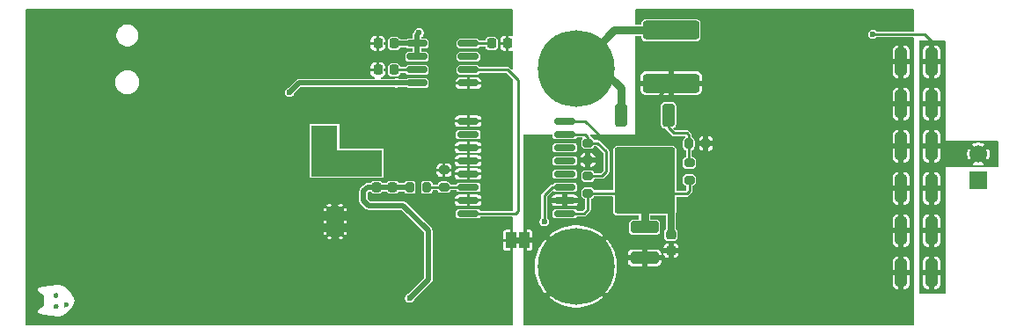
<source format=gbr>
%TF.GenerationSoftware,KiCad,Pcbnew,9.0.4*%
%TF.CreationDate,2025-09-18T09:53:14-07:00*%
%TF.ProjectId,bigpulse,62696770-756c-4736-952e-6b696361645f,rev?*%
%TF.SameCoordinates,Original*%
%TF.FileFunction,Copper,L2,Bot*%
%TF.FilePolarity,Positive*%
%FSLAX46Y46*%
G04 Gerber Fmt 4.6, Leading zero omitted, Abs format (unit mm)*
G04 Created by KiCad (PCBNEW 9.0.4) date 2025-09-18 09:53:14*
%MOMM*%
%LPD*%
G01*
G04 APERTURE LIST*
G04 Aperture macros list*
%AMRoundRect*
0 Rectangle with rounded corners*
0 $1 Rounding radius*
0 $2 $3 $4 $5 $6 $7 $8 $9 X,Y pos of 4 corners*
0 Add a 4 corners polygon primitive as box body*
4,1,4,$2,$3,$4,$5,$6,$7,$8,$9,$2,$3,0*
0 Add four circle primitives for the rounded corners*
1,1,$1+$1,$2,$3*
1,1,$1+$1,$4,$5*
1,1,$1+$1,$6,$7*
1,1,$1+$1,$8,$9*
0 Add four rect primitives between the rounded corners*
20,1,$1+$1,$2,$3,$4,$5,0*
20,1,$1+$1,$4,$5,$6,$7,0*
20,1,$1+$1,$6,$7,$8,$9,0*
20,1,$1+$1,$8,$9,$2,$3,0*%
G04 Aperture macros list end*
%TA.AperFunction,Conductor*%
%ADD10C,0.203200*%
%TD*%
%TA.AperFunction,EtchedComponent*%
%ADD11C,0.000000*%
%TD*%
%TA.AperFunction,EtchedComponent*%
%ADD12C,0.004482*%
%TD*%
%TA.AperFunction,ComponentPad*%
%ADD13C,0.800000*%
%TD*%
%TA.AperFunction,ComponentPad*%
%ADD14C,7.400000*%
%TD*%
%TA.AperFunction,HeatsinkPad*%
%ADD15C,0.550000*%
%TD*%
%TA.AperFunction,HeatsinkPad*%
%ADD16R,1.651000X2.845000*%
%TD*%
%TA.AperFunction,ComponentPad*%
%ADD17R,1.700000X1.700000*%
%TD*%
%TA.AperFunction,ComponentPad*%
%ADD18C,1.700000*%
%TD*%
%TA.AperFunction,SMDPad,CuDef*%
%ADD19RoundRect,0.150000X0.825000X0.150000X-0.825000X0.150000X-0.825000X-0.150000X0.825000X-0.150000X0*%
%TD*%
%TA.AperFunction,HeatsinkPad*%
%ADD20R,2.290000X3.000000*%
%TD*%
%TA.AperFunction,SMDPad,CuDef*%
%ADD21RoundRect,0.225000X0.250000X-0.225000X0.250000X0.225000X-0.250000X0.225000X-0.250000X-0.225000X0*%
%TD*%
%TA.AperFunction,SMDPad,CuDef*%
%ADD22RoundRect,0.200000X-0.200000X-0.275000X0.200000X-0.275000X0.200000X0.275000X-0.200000X0.275000X0*%
%TD*%
%TA.AperFunction,SMDPad,CuDef*%
%ADD23RoundRect,0.250000X0.312500X1.075000X-0.312500X1.075000X-0.312500X-1.075000X0.312500X-1.075000X0*%
%TD*%
%TA.AperFunction,SMDPad,CuDef*%
%ADD24R,1.000000X1.500000*%
%TD*%
%TA.AperFunction,SMDPad,CuDef*%
%ADD25RoundRect,0.250000X-0.350000X0.850000X-0.350000X-0.850000X0.350000X-0.850000X0.350000X0.850000X0*%
%TD*%
%TA.AperFunction,SMDPad,CuDef*%
%ADD26RoundRect,0.249997X-2.650003X2.950003X-2.650003X-2.950003X2.650003X-2.950003X2.650003X2.950003X0*%
%TD*%
%TA.AperFunction,SMDPad,CuDef*%
%ADD27RoundRect,0.200000X0.275000X-0.200000X0.275000X0.200000X-0.275000X0.200000X-0.275000X-0.200000X0*%
%TD*%
%TA.AperFunction,SMDPad,CuDef*%
%ADD28RoundRect,0.250000X2.450000X-0.650000X2.450000X0.650000X-2.450000X0.650000X-2.450000X-0.650000X0*%
%TD*%
%TA.AperFunction,SMDPad,CuDef*%
%ADD29RoundRect,0.150000X-0.875000X-0.150000X0.875000X-0.150000X0.875000X0.150000X-0.875000X0.150000X0*%
%TD*%
%TA.AperFunction,SMDPad,CuDef*%
%ADD30RoundRect,0.250000X1.100000X-0.325000X1.100000X0.325000X-1.100000X0.325000X-1.100000X-0.325000X0*%
%TD*%
%TA.AperFunction,SMDPad,CuDef*%
%ADD31RoundRect,0.225000X0.225000X0.250000X-0.225000X0.250000X-0.225000X-0.250000X0.225000X-0.250000X0*%
%TD*%
%TA.AperFunction,SMDPad,CuDef*%
%ADD32RoundRect,0.225000X-0.225000X-0.250000X0.225000X-0.250000X0.225000X0.250000X-0.225000X0.250000X0*%
%TD*%
%TA.AperFunction,SMDPad,CuDef*%
%ADD33RoundRect,0.200000X-0.275000X0.200000X-0.275000X-0.200000X0.275000X-0.200000X0.275000X0.200000X0*%
%TD*%
%TA.AperFunction,ViaPad*%
%ADD34C,0.600000*%
%TD*%
%TA.AperFunction,Conductor*%
%ADD35C,0.254000*%
%TD*%
%TA.AperFunction,Conductor*%
%ADD36C,0.508000*%
%TD*%
%TA.AperFunction,Conductor*%
%ADD37C,0.762000*%
%TD*%
%TA.AperFunction,Conductor*%
%ADD38C,0.635000*%
%TD*%
G04 APERTURE END LIST*
%TO.N,GND*%
D10*
X137795000Y-111760000D02*
X143510000Y-111760000D01*
X143510000Y-112647000D01*
X137795000Y-112647000D01*
X137795000Y-111760000D01*
%TA.AperFunction,Conductor*%
G36*
X137795000Y-111760000D02*
G01*
X143510000Y-111760000D01*
X143510000Y-112647000D01*
X137795000Y-112647000D01*
X137795000Y-111760000D01*
G37*
%TD.AperFunction*%
X138684000Y-116179600D02*
X142748000Y-116179600D01*
X142748000Y-116586000D01*
X138684000Y-116586000D01*
X138684000Y-116179600D01*
%TA.AperFunction,Conductor*%
G36*
X138684000Y-116179600D02*
G01*
X142748000Y-116179600D01*
X142748000Y-116586000D01*
X138684000Y-116586000D01*
X138684000Y-116179600D01*
G37*
%TD.AperFunction*%
X137668000Y-112143000D02*
X138557000Y-112143000D01*
X138557000Y-116586000D01*
X137668000Y-116586000D01*
X137668000Y-112143000D01*
%TA.AperFunction,Conductor*%
G36*
X137668000Y-112143000D02*
G01*
X138557000Y-112143000D01*
X138557000Y-116586000D01*
X137668000Y-116586000D01*
X137668000Y-112143000D01*
G37*
%TD.AperFunction*%
X142430500Y-112014000D02*
X143319500Y-112014000D01*
X143319500Y-116457000D01*
X142430500Y-116457000D01*
X142430500Y-112014000D01*
%TA.AperFunction,Conductor*%
G36*
X142430500Y-112014000D02*
G01*
X143319500Y-112014000D01*
X143319500Y-116457000D01*
X142430500Y-116457000D01*
X142430500Y-112014000D01*
G37*
%TD.AperFunction*%
D11*
%TA.AperFunction,EtchedComponent*%
%TD*%
%TO.C,JP2*%
G36*
X185162000Y-108910400D02*
G01*
X184662000Y-108910400D01*
X184662000Y-108310400D01*
X185162000Y-108310400D01*
X185162000Y-108910400D01*
G37*
%TD.AperFunction*%
D12*
%TO.C,svg2mod*%
X140436652Y-113707752D02*
X140457632Y-113710442D01*
X140478174Y-113715300D01*
X140498044Y-113722284D01*
X140517012Y-113731351D01*
X140534845Y-113742460D01*
X140551312Y-113755568D01*
X140566179Y-113770632D01*
X140579216Y-113787612D01*
X140590190Y-113806464D01*
X140598869Y-113827146D01*
X140605504Y-113850131D01*
X140609501Y-113872702D01*
X140610986Y-113894745D01*
X140610089Y-113916149D01*
X140606935Y-113936801D01*
X140601653Y-113956587D01*
X140594370Y-113975395D01*
X140585213Y-113993112D01*
X140574311Y-114009626D01*
X140561790Y-114024823D01*
X140547777Y-114038592D01*
X140532402Y-114050819D01*
X140515789Y-114061391D01*
X140498069Y-114070196D01*
X140479367Y-114077120D01*
X140459811Y-114082052D01*
X140439529Y-114084879D01*
X140418648Y-114085487D01*
X140397296Y-114083764D01*
X140375601Y-114079597D01*
X140353688Y-114072873D01*
X140331687Y-114063481D01*
X140311372Y-114051767D01*
X140293272Y-114037755D01*
X140277435Y-114021713D01*
X140263908Y-114003913D01*
X140252736Y-113984625D01*
X140243967Y-113964119D01*
X140237647Y-113942665D01*
X140233823Y-113920533D01*
X140232542Y-113897994D01*
X140233850Y-113875317D01*
X140237795Y-113852774D01*
X140244422Y-113830634D01*
X140253778Y-113809168D01*
X140265911Y-113788645D01*
X140280866Y-113769336D01*
X140297002Y-113753165D01*
X140314556Y-113739499D01*
X140333295Y-113728296D01*
X140352987Y-113719514D01*
X140373401Y-113713111D01*
X140394305Y-113709044D01*
X140415466Y-113707272D01*
X140436652Y-113707752D01*
%TA.AperFunction,EtchedComponent*%
G36*
X140436652Y-113707752D02*
G01*
X140457632Y-113710442D01*
X140478174Y-113715300D01*
X140498044Y-113722284D01*
X140517012Y-113731351D01*
X140534845Y-113742460D01*
X140551312Y-113755568D01*
X140566179Y-113770632D01*
X140579216Y-113787612D01*
X140590190Y-113806464D01*
X140598869Y-113827146D01*
X140605504Y-113850131D01*
X140609501Y-113872702D01*
X140610986Y-113894745D01*
X140610089Y-113916149D01*
X140606935Y-113936801D01*
X140601653Y-113956587D01*
X140594370Y-113975395D01*
X140585213Y-113993112D01*
X140574311Y-114009626D01*
X140561790Y-114024823D01*
X140547777Y-114038592D01*
X140532402Y-114050819D01*
X140515789Y-114061391D01*
X140498069Y-114070196D01*
X140479367Y-114077120D01*
X140459811Y-114082052D01*
X140439529Y-114084879D01*
X140418648Y-114085487D01*
X140397296Y-114083764D01*
X140375601Y-114079597D01*
X140353688Y-114072873D01*
X140331687Y-114063481D01*
X140311372Y-114051767D01*
X140293272Y-114037755D01*
X140277435Y-114021713D01*
X140263908Y-114003913D01*
X140252736Y-113984625D01*
X140243967Y-113964119D01*
X140237647Y-113942665D01*
X140233823Y-113920533D01*
X140232542Y-113897994D01*
X140233850Y-113875317D01*
X140237795Y-113852774D01*
X140244422Y-113830634D01*
X140253778Y-113809168D01*
X140265911Y-113788645D01*
X140280866Y-113769336D01*
X140297002Y-113753165D01*
X140314556Y-113739499D01*
X140333295Y-113728296D01*
X140352987Y-113719514D01*
X140373401Y-113713111D01*
X140394305Y-113709044D01*
X140415466Y-113707272D01*
X140436652Y-113707752D01*
G37*
%TD.AperFunction*%
X140435748Y-114767338D02*
X140455067Y-114769645D01*
X140474115Y-114773843D01*
X140492716Y-114779946D01*
X140510696Y-114787966D01*
X140527882Y-114797916D01*
X140544098Y-114809809D01*
X140559170Y-114823657D01*
X140572925Y-114839475D01*
X140585187Y-114857275D01*
X140595783Y-114877069D01*
X140604361Y-114898683D01*
X140610097Y-114920391D01*
X140613110Y-114942021D01*
X140613520Y-114963404D01*
X140611446Y-114984368D01*
X140607005Y-115004742D01*
X140600317Y-115024354D01*
X140591500Y-115043035D01*
X140580674Y-115060612D01*
X140567957Y-115076915D01*
X140553469Y-115091774D01*
X140537327Y-115105016D01*
X140519651Y-115116471D01*
X140500560Y-115125967D01*
X140480172Y-115133335D01*
X140458607Y-115138402D01*
X140435982Y-115140999D01*
X140412418Y-115140953D01*
X140387821Y-115138125D01*
X140364580Y-115132743D01*
X140342811Y-115124969D01*
X140322631Y-115114963D01*
X140304158Y-115102885D01*
X140287510Y-115088897D01*
X140272803Y-115073159D01*
X140260155Y-115055833D01*
X140249684Y-115037077D01*
X140241506Y-115017055D01*
X140235739Y-114995925D01*
X140232500Y-114973850D01*
X140231907Y-114950989D01*
X140234077Y-114927504D01*
X140239128Y-114903555D01*
X140246125Y-114882454D01*
X140255116Y-114863076D01*
X140265927Y-114845434D01*
X140278382Y-114829541D01*
X140292308Y-114815410D01*
X140307530Y-114803053D01*
X140323875Y-114792484D01*
X140341168Y-114783716D01*
X140359234Y-114776762D01*
X140377899Y-114771633D01*
X140396989Y-114768345D01*
X140416330Y-114766908D01*
X140435748Y-114767338D01*
%TA.AperFunction,EtchedComponent*%
G36*
X140435748Y-114767338D02*
G01*
X140455067Y-114769645D01*
X140474115Y-114773843D01*
X140492716Y-114779946D01*
X140510696Y-114787966D01*
X140527882Y-114797916D01*
X140544098Y-114809809D01*
X140559170Y-114823657D01*
X140572925Y-114839475D01*
X140585187Y-114857275D01*
X140595783Y-114877069D01*
X140604361Y-114898683D01*
X140610097Y-114920391D01*
X140613110Y-114942021D01*
X140613520Y-114963404D01*
X140611446Y-114984368D01*
X140607005Y-115004742D01*
X140600317Y-115024354D01*
X140591500Y-115043035D01*
X140580674Y-115060612D01*
X140567957Y-115076915D01*
X140553469Y-115091774D01*
X140537327Y-115105016D01*
X140519651Y-115116471D01*
X140500560Y-115125967D01*
X140480172Y-115133335D01*
X140458607Y-115138402D01*
X140435982Y-115140999D01*
X140412418Y-115140953D01*
X140387821Y-115138125D01*
X140364580Y-115132743D01*
X140342811Y-115124969D01*
X140322631Y-115114963D01*
X140304158Y-115102885D01*
X140287510Y-115088897D01*
X140272803Y-115073159D01*
X140260155Y-115055833D01*
X140249684Y-115037077D01*
X140241506Y-115017055D01*
X140235739Y-114995925D01*
X140232500Y-114973850D01*
X140231907Y-114950989D01*
X140234077Y-114927504D01*
X140239128Y-114903555D01*
X140246125Y-114882454D01*
X140255116Y-114863076D01*
X140265927Y-114845434D01*
X140278382Y-114829541D01*
X140292308Y-114815410D01*
X140307530Y-114803053D01*
X140323875Y-114792484D01*
X140341168Y-114783716D01*
X140359234Y-114776762D01*
X140377899Y-114771633D01*
X140396989Y-114768345D01*
X140416330Y-114766908D01*
X140435748Y-114767338D01*
G37*
%TD.AperFunction*%
X141257980Y-114588419D02*
X141275505Y-114599673D01*
X141295744Y-114606855D01*
X141321387Y-114610682D01*
X141355124Y-114611869D01*
X141385478Y-114612820D01*
X141413163Y-114615531D01*
X141438263Y-114620052D01*
X141460865Y-114626431D01*
X141481053Y-114634718D01*
X141498914Y-114644962D01*
X141514534Y-114657211D01*
X141527997Y-114671516D01*
X141539391Y-114687925D01*
X141548799Y-114706487D01*
X141556309Y-114727252D01*
X141561273Y-114750158D01*
X141562890Y-114774007D01*
X141561353Y-114798276D01*
X141556857Y-114822442D01*
X141549597Y-114845982D01*
X141539767Y-114868374D01*
X141527562Y-114889095D01*
X141513176Y-114907622D01*
X141496804Y-114923433D01*
X141478640Y-114936005D01*
X141464123Y-114943283D01*
X141448598Y-114948374D01*
X141428852Y-114951844D01*
X141401671Y-114954256D01*
X141363841Y-114956175D01*
X141321959Y-114958252D01*
X141295876Y-114961549D01*
X141280848Y-114968149D01*
X141272131Y-114980137D01*
X141264981Y-114999596D01*
X141264981Y-114999594D01*
X141269996Y-114979292D01*
X141274638Y-114957200D01*
X141278837Y-114933578D01*
X141282520Y-114908685D01*
X141285617Y-114882781D01*
X141288057Y-114856127D01*
X141289770Y-114828983D01*
X141290684Y-114801608D01*
X141290729Y-114774264D01*
X141289834Y-114747209D01*
X141287928Y-114720703D01*
X141284940Y-114695008D01*
X141280799Y-114670382D01*
X141275435Y-114647086D01*
X141268776Y-114625381D01*
X141260752Y-114605525D01*
X141251292Y-114587779D01*
X141240325Y-114572403D01*
X141240480Y-114572378D01*
X141257980Y-114588419D01*
%TA.AperFunction,EtchedComponent*%
G36*
X141257980Y-114588419D02*
G01*
X141275505Y-114599673D01*
X141295744Y-114606855D01*
X141321387Y-114610682D01*
X141355124Y-114611869D01*
X141385478Y-114612820D01*
X141413163Y-114615531D01*
X141438263Y-114620052D01*
X141460865Y-114626431D01*
X141481053Y-114634718D01*
X141498914Y-114644962D01*
X141514534Y-114657211D01*
X141527997Y-114671516D01*
X141539391Y-114687925D01*
X141548799Y-114706487D01*
X141556309Y-114727252D01*
X141561273Y-114750158D01*
X141562890Y-114774007D01*
X141561353Y-114798276D01*
X141556857Y-114822442D01*
X141549597Y-114845982D01*
X141539767Y-114868374D01*
X141527562Y-114889095D01*
X141513176Y-114907622D01*
X141496804Y-114923433D01*
X141478640Y-114936005D01*
X141464123Y-114943283D01*
X141448598Y-114948374D01*
X141428852Y-114951844D01*
X141401671Y-114954256D01*
X141363841Y-114956175D01*
X141321959Y-114958252D01*
X141295876Y-114961549D01*
X141280848Y-114968149D01*
X141272131Y-114980137D01*
X141264981Y-114999596D01*
X141264981Y-114999594D01*
X141269996Y-114979292D01*
X141274638Y-114957200D01*
X141278837Y-114933578D01*
X141282520Y-114908685D01*
X141285617Y-114882781D01*
X141288057Y-114856127D01*
X141289770Y-114828983D01*
X141290684Y-114801608D01*
X141290729Y-114774264D01*
X141289834Y-114747209D01*
X141287928Y-114720703D01*
X141284940Y-114695008D01*
X141280799Y-114670382D01*
X141275435Y-114647086D01*
X141268776Y-114625381D01*
X141260752Y-114605525D01*
X141251292Y-114587779D01*
X141240325Y-114572403D01*
X141240480Y-114572378D01*
X141257980Y-114588419D01*
G37*
%TD.AperFunction*%
D11*
%TA.AperFunction,EtchedComponent*%
G36*
X142365000Y-116203000D02*
G01*
X138555000Y-116203000D01*
X138555000Y-113369271D01*
X138690175Y-113369271D01*
X138690711Y-113381892D01*
X138692279Y-113394697D01*
X138694879Y-113407688D01*
X138698513Y-113420868D01*
X138703185Y-113434236D01*
X138708895Y-113447796D01*
X138715645Y-113461549D01*
X138723437Y-113475497D01*
X138732274Y-113489641D01*
X138742156Y-113503982D01*
X138753086Y-113518523D01*
X138765066Y-113533266D01*
X138778098Y-113548211D01*
X138792183Y-113563362D01*
X138807323Y-113578718D01*
X138823521Y-113594283D01*
X138840778Y-113610057D01*
X138859095Y-113626042D01*
X138878476Y-113642241D01*
X138898921Y-113658654D01*
X138920433Y-113675284D01*
X138943014Y-113692132D01*
X138966665Y-113709199D01*
X138991388Y-113726488D01*
X139017185Y-113744000D01*
X139044058Y-113761737D01*
X139072009Y-113779700D01*
X139101040Y-113797892D01*
X139131152Y-113816313D01*
X139162348Y-113834966D01*
X139194629Y-113853852D01*
X139227997Y-113872972D01*
X139262455Y-113892330D01*
X139298004Y-113911925D01*
X139325267Y-113927303D01*
X139338792Y-113938093D01*
X139342569Y-113949390D01*
X139340585Y-113966289D01*
X139334853Y-114001406D01*
X139329489Y-114035137D01*
X139324493Y-114067566D01*
X139319861Y-114098774D01*
X139315592Y-114128843D01*
X139311684Y-114157857D01*
X139308134Y-114185896D01*
X139304941Y-114213044D01*
X139302102Y-114239382D01*
X139299615Y-114264993D01*
X139297478Y-114289958D01*
X139295690Y-114314361D01*
X139294247Y-114338282D01*
X139293148Y-114361805D01*
X139292392Y-114385012D01*
X139291974Y-114407985D01*
X139291895Y-114430805D01*
X139292151Y-114453556D01*
X139292741Y-114476319D01*
X139293662Y-114499177D01*
X139294912Y-114522212D01*
X139296489Y-114545506D01*
X139298392Y-114569141D01*
X139300617Y-114593200D01*
X139303164Y-114617764D01*
X139306029Y-114642916D01*
X139309212Y-114668738D01*
X139312709Y-114695313D01*
X139316518Y-114722722D01*
X139320638Y-114751047D01*
X139326506Y-114789495D01*
X139331455Y-114821365D01*
X139335200Y-114847474D01*
X139337457Y-114868639D01*
X139337940Y-114885675D01*
X139336366Y-114899400D01*
X139332450Y-114910631D01*
X139325907Y-114920184D01*
X139316452Y-114928876D01*
X139303801Y-114937523D01*
X139287670Y-114946942D01*
X139267773Y-114957951D01*
X139243826Y-114971365D01*
X139211815Y-114989836D01*
X139180648Y-115008196D01*
X139150336Y-115026438D01*
X139120892Y-115044550D01*
X139092328Y-115062523D01*
X139064655Y-115080349D01*
X139037886Y-115098017D01*
X139012032Y-115115517D01*
X138987106Y-115132841D01*
X138963119Y-115149979D01*
X138940083Y-115166921D01*
X138918010Y-115183658D01*
X138896913Y-115200181D01*
X138876802Y-115216479D01*
X138857691Y-115232543D01*
X138839590Y-115248365D01*
X138822512Y-115263933D01*
X138806469Y-115279240D01*
X138791473Y-115294275D01*
X138777535Y-115309028D01*
X138764668Y-115323491D01*
X138752884Y-115337654D01*
X138742193Y-115351506D01*
X138732610Y-115365040D01*
X138724144Y-115378245D01*
X138716809Y-115391112D01*
X138710373Y-115403940D01*
X138704858Y-115416559D01*
X138700268Y-115428969D01*
X138696610Y-115441175D01*
X138693889Y-115453179D01*
X138692112Y-115464983D01*
X138691282Y-115476590D01*
X138691407Y-115488004D01*
X138692492Y-115499225D01*
X138694543Y-115510258D01*
X138697564Y-115521105D01*
X138701563Y-115531769D01*
X138706544Y-115542252D01*
X138712513Y-115552557D01*
X138719476Y-115562686D01*
X138727439Y-115572643D01*
X138736407Y-115582431D01*
X138746385Y-115592051D01*
X138757380Y-115601506D01*
X138769397Y-115610800D01*
X138782442Y-115619935D01*
X138796521Y-115628913D01*
X138811638Y-115637737D01*
X138827801Y-115646411D01*
X138845013Y-115654936D01*
X138863282Y-115663316D01*
X138882612Y-115671552D01*
X138903010Y-115679649D01*
X138924481Y-115687608D01*
X138947031Y-115695432D01*
X138970664Y-115703124D01*
X138995388Y-115710686D01*
X139021208Y-115718122D01*
X139048129Y-115725434D01*
X139076157Y-115732624D01*
X139105297Y-115739695D01*
X139135556Y-115746651D01*
X139166939Y-115753493D01*
X139199451Y-115760225D01*
X139233099Y-115766849D01*
X139267888Y-115773368D01*
X139303823Y-115779784D01*
X139340910Y-115786100D01*
X139379155Y-115792319D01*
X139418564Y-115798444D01*
X139459142Y-115804477D01*
X139500895Y-115810421D01*
X139543829Y-115816279D01*
X139587948Y-115822053D01*
X139633260Y-115827746D01*
X139651625Y-115830039D01*
X139670866Y-115832498D01*
X139690946Y-115835111D01*
X139711825Y-115837868D01*
X139733467Y-115840756D01*
X139755834Y-115843764D01*
X139778889Y-115846882D01*
X139802593Y-115850097D01*
X139826909Y-115853399D01*
X139851799Y-115856775D01*
X139877225Y-115860215D01*
X139903151Y-115863708D01*
X139929538Y-115867241D01*
X139956348Y-115870804D01*
X139983544Y-115874385D01*
X140011089Y-115877973D01*
X140038944Y-115881556D01*
X140067072Y-115885123D01*
X140095435Y-115888663D01*
X140123995Y-115892165D01*
X140152715Y-115895616D01*
X140181558Y-115899006D01*
X140210484Y-115902324D01*
X140239458Y-115905557D01*
X140268441Y-115908695D01*
X140297395Y-115911726D01*
X140326283Y-115914639D01*
X140355066Y-115917423D01*
X140383709Y-115920065D01*
X140412172Y-115922556D01*
X140440418Y-115924883D01*
X140468409Y-115927035D01*
X140496108Y-115929000D01*
X140523478Y-115930768D01*
X140550479Y-115932327D01*
X140577075Y-115933666D01*
X140603228Y-115934773D01*
X140628901Y-115935637D01*
X140654055Y-115936246D01*
X140678653Y-115936589D01*
X140702657Y-115936656D01*
X140726030Y-115936434D01*
X140748733Y-115935912D01*
X140770730Y-115935078D01*
X140788492Y-115933988D01*
X140806496Y-115932339D01*
X140824735Y-115930137D01*
X140843200Y-115927388D01*
X140861881Y-115924097D01*
X140880769Y-115920270D01*
X140899856Y-115915913D01*
X140919133Y-115911030D01*
X140938590Y-115905627D01*
X140958219Y-115899710D01*
X140978011Y-115893285D01*
X140997956Y-115886357D01*
X141018046Y-115878932D01*
X141038273Y-115871014D01*
X141058626Y-115862610D01*
X141079097Y-115853726D01*
X141099678Y-115844366D01*
X141120358Y-115834536D01*
X141141130Y-115824242D01*
X141161984Y-115813489D01*
X141182911Y-115802284D01*
X141203902Y-115790630D01*
X141224949Y-115778535D01*
X141246042Y-115766003D01*
X141267173Y-115753040D01*
X141288332Y-115739652D01*
X141309511Y-115725844D01*
X141330701Y-115711622D01*
X141351892Y-115696990D01*
X141373075Y-115681956D01*
X141394243Y-115666524D01*
X141415385Y-115650699D01*
X141436493Y-115634488D01*
X141457559Y-115617896D01*
X141478572Y-115600929D01*
X141499524Y-115583591D01*
X141520406Y-115565889D01*
X141541209Y-115547828D01*
X141561925Y-115529413D01*
X141582544Y-115510651D01*
X141603056Y-115491547D01*
X141623455Y-115472105D01*
X141643729Y-115452333D01*
X141663871Y-115432234D01*
X141683872Y-115411816D01*
X141703722Y-115391083D01*
X141723413Y-115370041D01*
X141742935Y-115348696D01*
X141762280Y-115327052D01*
X141781438Y-115305116D01*
X141800402Y-115282893D01*
X141819161Y-115260389D01*
X141837707Y-115237609D01*
X141856031Y-115214559D01*
X141874124Y-115191244D01*
X141891977Y-115167670D01*
X141909581Y-115143842D01*
X141926927Y-115119766D01*
X141944006Y-115095448D01*
X141960810Y-115070892D01*
X141977329Y-115046105D01*
X141993554Y-115021093D01*
X142009476Y-114995859D01*
X142027604Y-114966512D01*
X142045007Y-114937877D01*
X142061677Y-114909926D01*
X142077608Y-114882630D01*
X142092790Y-114855961D01*
X142107217Y-114829890D01*
X142120880Y-114804390D01*
X142133773Y-114779433D01*
X142145888Y-114754989D01*
X142157216Y-114731031D01*
X142167750Y-114707530D01*
X142177483Y-114684459D01*
X142186407Y-114661788D01*
X142194515Y-114639489D01*
X142201797Y-114617535D01*
X142208248Y-114595897D01*
X142213859Y-114574547D01*
X142218623Y-114553456D01*
X142222531Y-114532597D01*
X142225577Y-114511940D01*
X142227753Y-114491458D01*
X142229051Y-114471122D01*
X142229463Y-114450904D01*
X142228981Y-114430776D01*
X142227599Y-114410709D01*
X142225308Y-114390676D01*
X142222101Y-114370648D01*
X142217970Y-114350596D01*
X142213373Y-114331511D01*
X142208255Y-114312125D01*
X142202625Y-114292451D01*
X142196492Y-114272501D01*
X142189865Y-114252291D01*
X142182754Y-114231832D01*
X142175166Y-114211138D01*
X142167113Y-114190223D01*
X142158601Y-114169100D01*
X142149642Y-114147783D01*
X142140242Y-114126284D01*
X142130413Y-114104617D01*
X142120161Y-114082796D01*
X142109498Y-114060834D01*
X142098431Y-114038744D01*
X142086970Y-114016539D01*
X142075124Y-113994234D01*
X142062901Y-113971841D01*
X142050312Y-113949373D01*
X142037364Y-113926844D01*
X142024068Y-113904268D01*
X142010431Y-113881658D01*
X141996464Y-113859027D01*
X141982174Y-113836388D01*
X141967572Y-113813755D01*
X141952666Y-113791142D01*
X141937466Y-113768561D01*
X141921979Y-113746026D01*
X141906216Y-113723550D01*
X141890186Y-113701147D01*
X141873896Y-113678830D01*
X141857358Y-113656613D01*
X141840579Y-113634508D01*
X141823568Y-113612530D01*
X141806336Y-113590691D01*
X141788889Y-113569005D01*
X141771239Y-113547485D01*
X141753393Y-113526145D01*
X141735362Y-113504997D01*
X141717153Y-113484057D01*
X141698776Y-113463335D01*
X141680240Y-113442847D01*
X141661554Y-113422606D01*
X141642727Y-113402624D01*
X141623769Y-113382916D01*
X141604687Y-113363494D01*
X141585492Y-113344372D01*
X141566192Y-113325563D01*
X141546796Y-113307081D01*
X141527314Y-113288939D01*
X141507754Y-113271150D01*
X141488125Y-113253728D01*
X141468437Y-113236686D01*
X141448699Y-113220038D01*
X141428919Y-113203796D01*
X141409107Y-113187975D01*
X141389272Y-113172588D01*
X141369422Y-113157647D01*
X141349567Y-113143166D01*
X141329716Y-113129160D01*
X141309878Y-113115640D01*
X141290061Y-113102621D01*
X141270276Y-113090115D01*
X141244346Y-113074462D01*
X141218661Y-113059766D01*
X141193208Y-113045999D01*
X141167974Y-113033133D01*
X141142946Y-113021140D01*
X141118110Y-113009993D01*
X141093455Y-112999663D01*
X141068966Y-112990122D01*
X141044631Y-112981343D01*
X141020437Y-112973298D01*
X140996371Y-112965958D01*
X140972419Y-112959296D01*
X140948569Y-112953285D01*
X140924807Y-112947896D01*
X140901121Y-112943100D01*
X140877498Y-112938872D01*
X140853924Y-112935182D01*
X140830386Y-112932002D01*
X140806872Y-112929306D01*
X140783368Y-112927064D01*
X140759862Y-112925249D01*
X140736339Y-112923833D01*
X140712788Y-112922789D01*
X140689196Y-112922087D01*
X140665548Y-112921702D01*
X140639941Y-112921493D01*
X140615990Y-112921407D01*
X140593472Y-112921456D01*
X140572164Y-112921656D01*
X140551844Y-112922018D01*
X140532287Y-112922558D01*
X140513273Y-112923287D01*
X140494577Y-112924220D01*
X140475977Y-112925369D01*
X140457250Y-112926750D01*
X140438173Y-112928374D01*
X140418523Y-112930256D01*
X140398078Y-112932409D01*
X140376614Y-112934846D01*
X140353909Y-112937581D01*
X140329739Y-112940628D01*
X140303882Y-112944000D01*
X140276116Y-112947710D01*
X140246216Y-112951772D01*
X140213961Y-112956199D01*
X140179127Y-112961005D01*
X140141491Y-112966204D01*
X140100831Y-112971809D01*
X140056924Y-112977833D01*
X140031263Y-112981188D01*
X140004551Y-112984406D01*
X139977064Y-112987486D01*
X139949077Y-112990433D01*
X139920865Y-112993246D01*
X139892702Y-112995929D01*
X139864864Y-112998483D01*
X139837625Y-113000910D01*
X139811260Y-113003213D01*
X139786045Y-113005392D01*
X139762254Y-113007451D01*
X139740162Y-113009391D01*
X139720044Y-113011213D01*
X139702175Y-113012921D01*
X139662590Y-113016942D01*
X139623830Y-113021076D01*
X139585894Y-113025325D01*
X139548777Y-113029688D01*
X139512478Y-113034167D01*
X139476992Y-113038763D01*
X139442316Y-113043476D01*
X139408447Y-113048307D01*
X139375383Y-113053257D01*
X139343120Y-113058327D01*
X139311654Y-113063517D01*
X139280982Y-113068828D01*
X139251102Y-113074262D01*
X139222010Y-113079818D01*
X139193703Y-113085499D01*
X139166178Y-113091303D01*
X139139432Y-113097233D01*
X139113460Y-113103290D01*
X139088261Y-113109473D01*
X139063832Y-113115784D01*
X139040167Y-113122223D01*
X139017266Y-113128792D01*
X138995124Y-113135490D01*
X138973738Y-113142320D01*
X138953106Y-113149281D01*
X138933223Y-113156375D01*
X138914088Y-113163603D01*
X138895695Y-113170964D01*
X138878044Y-113178460D01*
X138861129Y-113186092D01*
X138844948Y-113193861D01*
X138829499Y-113201767D01*
X138814777Y-113209811D01*
X138800779Y-113217994D01*
X138787503Y-113226317D01*
X138774945Y-113234780D01*
X138763101Y-113243384D01*
X138751970Y-113252131D01*
X138735046Y-113267688D01*
X138720206Y-113285724D01*
X138707876Y-113305570D01*
X138698478Y-113326556D01*
X138692437Y-113348013D01*
X138690175Y-113369271D01*
X138555000Y-113369271D01*
X138555000Y-112647000D01*
X142365000Y-112647000D01*
X142365000Y-114450904D01*
X142365000Y-116203000D01*
G37*
%TD.AperFunction*%
%TD*%
D13*
%TO.P,J3,1,Pin_1*%
%TO.N,+VDC*%
X187725000Y-92075000D03*
X188537779Y-90112779D03*
X188537779Y-94037221D03*
X190500000Y-89300000D03*
D14*
X190500000Y-92075000D03*
D13*
X190500000Y-94850000D03*
X192462221Y-90112779D03*
X192462221Y-94037221D03*
X193275000Y-92075000D03*
%TD*%
%TO.P,J4,1,Pin_1*%
%TO.N,GNDPWR*%
X187725000Y-111125000D03*
X188537779Y-109162779D03*
X188537779Y-113087221D03*
X190500000Y-108350000D03*
D14*
X190500000Y-111125000D03*
D13*
X190500000Y-113900000D03*
X192462221Y-109162779D03*
X192462221Y-113087221D03*
X193275000Y-111125000D03*
%TD*%
D15*
%TO.P,U1,17,GND*%
%TO.N,GND*%
X166769000Y-105659500D03*
X166769000Y-106807000D03*
X166769000Y-107954500D03*
D16*
X167319500Y-106807000D03*
D15*
X167870000Y-105659500D03*
X167870000Y-106807000D03*
X167870000Y-107954500D03*
%TD*%
D17*
%TO.P,LD1,1,C*%
%TO.N,/SHAPER_OUT*%
X229235000Y-102870000D03*
D18*
%TO.P,LD1,2,A*%
%TO.N,/SENSE+*%
X229235000Y-100330000D03*
%TD*%
D19*
%TO.P,U3,1,VOUT*%
%TO.N,VDD*%
X180148000Y-89662000D03*
%TO.P,U3,2,VOUT*%
X180148000Y-90932000D03*
%TO.P,U3,3,SENSE/ADJ*%
X180148000Y-92202000D03*
%TO.P,U3,4,GND*%
%TO.N,GND*%
X180148000Y-93472000D03*
%TO.P,U3,5,EN*%
%TO.N,+12V*%
X175198000Y-93472000D03*
%TO.P,U3,6,SS*%
%TO.N,Net-(U3-SS)*%
X175198000Y-92202000D03*
%TO.P,U3,7,VIN*%
%TO.N,+12V*%
X175198000Y-90932000D03*
%TO.P,U3,8,VIN*%
X175198000Y-89662000D03*
D20*
%TO.P,U3,9,GND*%
%TO.N,GND*%
X177673000Y-91567000D03*
%TD*%
D21*
%TO.P,C11,1*%
%TO.N,GNDPWR*%
X199644000Y-109614000D03*
%TO.P,C11,2*%
%TO.N,VDDA*%
X199644000Y-108064000D03*
%TD*%
D22*
%TO.P,R21,1*%
%TO.N,Net-(U4-ADJ)*%
X201359000Y-99314000D03*
%TO.P,R21,2*%
%TO.N,GNDPWR*%
X203009000Y-99314000D03*
%TD*%
D23*
%TO.P,R13,1*%
%TO.N,/SENSE+*%
X224728500Y-111760000D03*
%TO.P,R13,2*%
%TO.N,GNDPWR*%
X221803500Y-111760000D03*
%TD*%
D24*
%TO.P,JP2,1,A*%
%TO.N,GND*%
X184262000Y-108610400D03*
%TO.P,JP2,2,B*%
%TO.N,GNDPWR*%
X185562000Y-108610400D03*
%TD*%
D25*
%TO.P,U4,1,IN*%
%TO.N,+VDC*%
X194824000Y-96560000D03*
D26*
%TO.P,U4,2,OUT*%
%TO.N,VDDA*%
X197104000Y-102860000D03*
D25*
%TO.P,U4,3,ADJ*%
%TO.N,Net-(U4-ADJ)*%
X199384000Y-96560000D03*
%TD*%
D23*
%TO.P,R10,1*%
%TO.N,/SENSE+*%
X224728500Y-99568000D03*
%TO.P,R10,2*%
%TO.N,GNDPWR*%
X221803500Y-99568000D03*
%TD*%
D27*
%TO.P,R17,1*%
%TO.N,GNDPWR*%
X191643000Y-100901000D03*
%TO.P,R17,2*%
%TO.N,Net-(U2-EN2)*%
X191643000Y-99251000D03*
%TD*%
D28*
%TO.P,C10,1*%
%TO.N,GNDPWR*%
X199644000Y-93482000D03*
%TO.P,C10,2*%
%TO.N,+VDC*%
X199644000Y-88382000D03*
%TD*%
D23*
%TO.P,R11,1*%
%TO.N,/SENSE+*%
X224728500Y-103632000D03*
%TO.P,R11,2*%
%TO.N,GNDPWR*%
X221803500Y-103632000D03*
%TD*%
D29*
%TO.P,U2,1,V_{CC1}*%
%TO.N,VDD*%
X180135000Y-106045000D03*
%TO.P,U2,2,GND1*%
%TO.N,GND*%
X180135000Y-104775000D03*
%TO.P,U2,3,INA*%
%TO.N,Net-(U2-INA)*%
X180135000Y-103505000D03*
%TO.P,U2,4,INB*%
%TO.N,GND*%
X180135000Y-102235000D03*
%TO.P,U2,5,INC*%
X180135000Y-100965000D03*
%TO.P,U2,6,IND*%
X180135000Y-99695000D03*
%TO.P,U2,7,NC*%
%TO.N,unconnected-(U2-NC-Pad7)*%
X180135000Y-98425000D03*
%TO.P,U2,8,GND1*%
%TO.N,GND*%
X180135000Y-97155000D03*
%TO.P,U2,9,GND2*%
%TO.N,GNDPWR*%
X189435000Y-97155000D03*
%TO.P,U2,10,EN2*%
%TO.N,Net-(U2-EN2)*%
X189435000Y-98425000D03*
%TO.P,U2,11,OUTD*%
%TO.N,unconnected-(U2-OUTD-Pad11)*%
X189435000Y-99695000D03*
%TO.P,U2,12,OUTC*%
%TO.N,unconnected-(U2-OUTC-Pad12)*%
X189435000Y-100965000D03*
%TO.P,U2,13,OUTB*%
%TO.N,unconnected-(U2-OUTB-Pad13)*%
X189435000Y-102235000D03*
%TO.P,U2,14,OUTA*%
%TO.N,Net-(U2-OUTA)*%
X189435000Y-103505000D03*
%TO.P,U2,15,GND2*%
%TO.N,GNDPWR*%
X189435000Y-104775000D03*
%TO.P,U2,16,V_{CC2}*%
%TO.N,VDDA*%
X189435000Y-106045000D03*
%TD*%
D27*
%TO.P,R22,1*%
%TO.N,VDDA*%
X201422000Y-102806000D03*
%TO.P,R22,2*%
%TO.N,Net-(U4-ADJ)*%
X201422000Y-101156000D03*
%TD*%
%TO.P,R20,1*%
%TO.N,Net-(U2-INA)*%
X177800000Y-103505000D03*
%TO.P,R20,2*%
%TO.N,GND*%
X177800000Y-101855000D03*
%TD*%
D30*
%TO.P,C12,1*%
%TO.N,GNDPWR*%
X197104000Y-110314000D03*
%TO.P,C12,2*%
%TO.N,VDDA*%
X197104000Y-107364000D03*
%TD*%
D23*
%TO.P,R12,1*%
%TO.N,/SENSE+*%
X224728500Y-107696000D03*
%TO.P,R12,2*%
%TO.N,GNDPWR*%
X221803500Y-107696000D03*
%TD*%
%TO.P,R8,1*%
%TO.N,/SENSE+*%
X224728500Y-91440000D03*
%TO.P,R8,2*%
%TO.N,GNDPWR*%
X221803500Y-91440000D03*
%TD*%
D31*
%TO.P,C24,1*%
%TO.N,Net-(U3-SS)*%
X172987000Y-92202000D03*
%TO.P,C24,2*%
%TO.N,GND*%
X171437000Y-92202000D03*
%TD*%
D32*
%TO.P,C23,1*%
%TO.N,VDD*%
X182359000Y-89662000D03*
%TO.P,C23,2*%
%TO.N,GND*%
X183909000Y-89662000D03*
%TD*%
D23*
%TO.P,R9,1*%
%TO.N,/SENSE+*%
X224728500Y-95504000D03*
%TO.P,R9,2*%
%TO.N,GNDPWR*%
X221803500Y-95504000D03*
%TD*%
D33*
%TO.P,R16,1*%
%TO.N,Net-(U2-EN2)*%
X191643000Y-102426000D03*
%TO.P,R16,2*%
%TO.N,VDDA*%
X191643000Y-104076000D03*
%TD*%
D22*
%TO.P,R19,1*%
%TO.N,Net-(J1-In)*%
X174499000Y-103505000D03*
%TO.P,R19,2*%
%TO.N,Net-(U2-INA)*%
X176149000Y-103505000D03*
%TD*%
D31*
%TO.P,C9,1*%
%TO.N,Net-(J1-In)*%
X172847000Y-103505000D03*
%TO.P,C9,2*%
X171297000Y-103505000D03*
%TD*%
%TO.P,C22,1*%
%TO.N,+12V*%
X172987000Y-89662000D03*
%TO.P,C22,2*%
%TO.N,GND*%
X171437000Y-89662000D03*
%TD*%
D34*
%TO.N,GNDPWR*%
X202565000Y-90551000D03*
X211455000Y-104140000D03*
X205740000Y-90551000D03*
X205740000Y-96393000D03*
X206375000Y-112649000D03*
X206375000Y-106680000D03*
X207645000Y-96393000D03*
X203835000Y-112649000D03*
X202565000Y-112649000D03*
X222289000Y-88138000D03*
X214249000Y-90170000D03*
X212979000Y-90170000D03*
X210820000Y-104140000D03*
X201295000Y-90551000D03*
X213614000Y-90805000D03*
X213360000Y-104140000D03*
X201295000Y-106680000D03*
X202565000Y-96393000D03*
X207010000Y-96393000D03*
X205740000Y-106680000D03*
X205105000Y-90551000D03*
X201930000Y-106680000D03*
X205105000Y-106680000D03*
X207010000Y-90551000D03*
X209550000Y-104140000D03*
X206375000Y-90551000D03*
X212979000Y-90805000D03*
X207645000Y-106680000D03*
X210185000Y-104140000D03*
X203200000Y-90551000D03*
X201295000Y-96393000D03*
X203835000Y-90551000D03*
X203200000Y-112649000D03*
X207010000Y-112649000D03*
X204470000Y-96393000D03*
X207645000Y-112649000D03*
X222288000Y-115062000D03*
X212725000Y-104140000D03*
X204470000Y-112649000D03*
X205740000Y-112649000D03*
X203835000Y-106680000D03*
X201930000Y-112649000D03*
X201930000Y-90551000D03*
X202565000Y-106680000D03*
X201295000Y-112649000D03*
X213614000Y-90170000D03*
X203200000Y-96393000D03*
X204470000Y-106680000D03*
X208915000Y-104140000D03*
X220345000Y-88138000D03*
X201930000Y-96393000D03*
X205105000Y-96393000D03*
X220345000Y-115062000D03*
X205105000Y-112649000D03*
X203200000Y-106680000D03*
X206375000Y-96393000D03*
X207645000Y-90551000D03*
X203835000Y-96393000D03*
X212090000Y-104140000D03*
X207010000Y-106680000D03*
X214249000Y-90805000D03*
X204470000Y-90551000D03*
%TO.N,Net-(U2-OUTA)*%
X187452000Y-106807000D03*
%TO.N,Net-(J1-In)*%
X174498000Y-114173000D03*
%TO.N,GND*%
X149225000Y-106934000D03*
X149860000Y-106934000D03*
X143510000Y-88900000D03*
X146050000Y-112395000D03*
X143510000Y-89662000D03*
X160020000Y-103886000D03*
X179832000Y-108204000D03*
X160020000Y-100203000D03*
X146050000Y-106934000D03*
X173990000Y-106934000D03*
X165735000Y-89662000D03*
X160020000Y-101981000D03*
X148590000Y-112395000D03*
X160020000Y-106426000D03*
X160020000Y-100838000D03*
X160020000Y-98933000D03*
X165735000Y-91948000D03*
X160020000Y-99568000D03*
X146685000Y-112395000D03*
X148590000Y-106934000D03*
X160020000Y-105791000D03*
X150495000Y-106934000D03*
X151130000Y-112395000D03*
X160020000Y-96393000D03*
X160020000Y-107061000D03*
X160020000Y-105156000D03*
X160020000Y-98298000D03*
X173990000Y-107823000D03*
X160020000Y-97028000D03*
X143510000Y-88138000D03*
X173990000Y-108712000D03*
X165735000Y-90424000D03*
X160020000Y-103251000D03*
X149860000Y-112395000D03*
X151130000Y-106934000D03*
X149225000Y-112395000D03*
X160020000Y-102616000D03*
X146685000Y-106934000D03*
X165735000Y-91186000D03*
X160020000Y-104521000D03*
X147955000Y-112395000D03*
X165735000Y-88138000D03*
X150495000Y-112395000D03*
X147320000Y-112395000D03*
X147320000Y-106934000D03*
X165735000Y-88900000D03*
X160020000Y-97663000D03*
X147955000Y-106934000D03*
X160020000Y-95758000D03*
X165735000Y-87376000D03*
%TO.N,+12V*%
X173228000Y-93472000D03*
X175387000Y-88646000D03*
X162941000Y-94361000D03*
%TO.N,Net-(D5-A)*%
X166243000Y-98171000D03*
X171196000Y-100584000D03*
X171196000Y-101854000D03*
X166878000Y-98171000D03*
X171196000Y-101219000D03*
X165608000Y-98171000D03*
%TO.N,/SENSE+*%
X219075000Y-88773000D03*
%TD*%
D35*
%TO.N,GNDPWR*%
X197358000Y-95768000D02*
X199644000Y-93482000D01*
X197104000Y-98806000D02*
X197358000Y-98552000D01*
X191389000Y-97155000D02*
X193040000Y-98806000D01*
X189435000Y-97155000D02*
X191389000Y-97155000D01*
X193040000Y-98806000D02*
X197104000Y-98806000D01*
X197358000Y-98552000D02*
X197358000Y-95768000D01*
%TO.N,Net-(U2-OUTA)*%
X188214000Y-103505000D02*
X187452000Y-104267000D01*
X187452000Y-104267000D02*
X187452000Y-106807000D01*
X189435000Y-103505000D02*
X188214000Y-103505000D01*
D36*
%TO.N,Net-(J1-In)*%
X170053000Y-103886000D02*
X170434000Y-103505000D01*
X173863000Y-105283000D02*
X170561000Y-105283000D01*
X174498000Y-114173000D02*
X176276000Y-112395000D01*
X170053000Y-104775000D02*
X170053000Y-103886000D01*
X171297000Y-103505000D02*
X172847000Y-103505000D01*
X172847000Y-103505000D02*
X174499000Y-103505000D01*
X176276000Y-112395000D02*
X176276000Y-107696000D01*
X170434000Y-103505000D02*
X171297000Y-103505000D01*
X176276000Y-107696000D02*
X173863000Y-105283000D01*
X170561000Y-105283000D02*
X170053000Y-104775000D01*
D37*
%TO.N,+VDC*%
X194824000Y-93986000D02*
X192913000Y-92075000D01*
X199644000Y-88382000D02*
X194193000Y-88382000D01*
X194193000Y-88382000D02*
X192462221Y-90112779D01*
X194824000Y-96560000D02*
X194824000Y-93986000D01*
X192913000Y-92075000D02*
X190500000Y-92075000D01*
D35*
%TO.N,VDDA*%
X201168000Y-104140000D02*
X198384000Y-104140000D01*
X191643000Y-105664000D02*
X191643000Y-104076000D01*
X201422000Y-102806000D02*
X201422000Y-103886000D01*
D38*
X199644000Y-105400000D02*
X197104000Y-102860000D01*
D35*
X189435000Y-106045000D02*
X191262000Y-106045000D01*
X195888000Y-104076000D02*
X197104000Y-102860000D01*
D37*
X197104000Y-107364000D02*
X197104000Y-102860000D01*
D35*
X191643000Y-104076000D02*
X195888000Y-104076000D01*
D38*
X199644000Y-108064000D02*
X199644000Y-105400000D01*
D35*
X198384000Y-104140000D02*
X197104000Y-102860000D01*
X201422000Y-103886000D02*
X201168000Y-104140000D01*
X191262000Y-106045000D02*
X191643000Y-105664000D01*
D36*
%TO.N,+12V*%
X175198000Y-89662000D02*
X172987000Y-89662000D01*
X163830000Y-93472000D02*
X162941000Y-94361000D01*
X175198000Y-93472000D02*
X173228000Y-93472000D01*
X175198000Y-88835000D02*
X175387000Y-88646000D01*
X175198000Y-89662000D02*
X175198000Y-88835000D01*
X173228000Y-93472000D02*
X163830000Y-93472000D01*
X175198000Y-89662000D02*
X175198000Y-90932000D01*
D35*
%TO.N,VDD*%
X184658000Y-106045000D02*
X184912000Y-105791000D01*
X184912000Y-105791000D02*
X184912000Y-93218000D01*
X180135000Y-106045000D02*
X184658000Y-106045000D01*
X183896000Y-92202000D02*
X180148000Y-92202000D01*
X184912000Y-93218000D02*
X183896000Y-92202000D01*
X182359000Y-89662000D02*
X180148000Y-89662000D01*
%TO.N,Net-(U3-SS)*%
X175198000Y-92202000D02*
X172987000Y-92202000D01*
%TO.N,/SENSE+*%
X224728500Y-91440000D02*
X224728500Y-89473500D01*
X224028000Y-88773000D02*
X219075000Y-88773000D01*
X224728500Y-89473500D02*
X224028000Y-88773000D01*
%TO.N,Net-(U2-EN2)*%
X193421000Y-100076000D02*
X192596000Y-99251000D01*
X189435000Y-98425000D02*
X191389000Y-98425000D01*
X191389000Y-98425000D02*
X191643000Y-98679000D01*
X191643000Y-98679000D02*
X191643000Y-99251000D01*
X191643000Y-102426000D02*
X192976000Y-102426000D01*
X193421000Y-101981000D02*
X193421000Y-100076000D01*
X192596000Y-99251000D02*
X191643000Y-99251000D01*
X192976000Y-102426000D02*
X193421000Y-101981000D01*
%TO.N,Net-(U2-INA)*%
X177800000Y-103505000D02*
X176149000Y-103505000D01*
X180135000Y-103505000D02*
X177800000Y-103505000D01*
%TO.N,Net-(U4-ADJ)*%
X201168000Y-98298000D02*
X199898000Y-98298000D01*
X201359000Y-99314000D02*
X201359000Y-101093000D01*
X201359000Y-98489000D02*
X201168000Y-98298000D01*
X199384000Y-97784000D02*
X199384000Y-96560000D01*
X201359000Y-101093000D02*
X201422000Y-101156000D01*
X199898000Y-98298000D02*
X199384000Y-97784000D01*
X201359000Y-99314000D02*
X201359000Y-98489000D01*
%TD*%
%TA.AperFunction,Conductor*%
%TO.N,GND*%
G36*
X171958000Y-103098100D02*
G01*
X171912879Y-103098100D01*
X171864541Y-103080507D01*
X171845320Y-103055927D01*
X171833806Y-103032374D01*
X171744627Y-102943195D01*
X171744625Y-102943194D01*
X171631319Y-102887802D01*
X171631318Y-102887801D01*
X171557867Y-102877100D01*
X171036141Y-102877100D01*
X171036136Y-102877101D01*
X170962682Y-102887801D01*
X170962680Y-102887802D01*
X170849372Y-102943195D01*
X170760193Y-103032374D01*
X170748680Y-103055927D01*
X170711645Y-103091627D01*
X170681121Y-103098100D01*
X170380431Y-103098100D01*
X170328687Y-103111965D01*
X170276941Y-103125830D01*
X170184160Y-103179397D01*
X170184158Y-103179398D01*
X170184158Y-103179399D01*
X170184157Y-103179400D01*
X170015614Y-103347943D01*
X169727399Y-103636156D01*
X169727398Y-103636158D01*
X169673830Y-103728940D01*
X169666890Y-103754842D01*
X169657239Y-103790862D01*
X169646100Y-103832431D01*
X169646100Y-104721430D01*
X169646100Y-104828570D01*
X169652934Y-104854074D01*
X169673830Y-104932059D01*
X169716078Y-105005234D01*
X169727399Y-105024843D01*
X170235399Y-105532842D01*
X170311158Y-105608601D01*
X170355563Y-105634238D01*
X170399316Y-105659499D01*
X170403943Y-105662170D01*
X170507431Y-105689900D01*
X170507433Y-105689900D01*
X171958000Y-105689900D01*
X171958000Y-116840000D01*
X164846000Y-116840000D01*
X164846000Y-108407494D01*
X166495609Y-108407494D01*
X166495609Y-108407495D01*
X166564811Y-108447449D01*
X166699359Y-108483500D01*
X166838641Y-108483500D01*
X166973187Y-108447449D01*
X167042389Y-108407495D01*
X167042389Y-108407494D01*
X167596609Y-108407494D01*
X167596609Y-108407495D01*
X167665811Y-108447449D01*
X167800359Y-108483500D01*
X167939641Y-108483500D01*
X168074187Y-108447449D01*
X168143389Y-108407495D01*
X168143389Y-108407493D01*
X167870001Y-108134105D01*
X167870000Y-108134105D01*
X167596609Y-108407494D01*
X167042389Y-108407494D01*
X167042389Y-108407493D01*
X166769001Y-108134105D01*
X166769000Y-108134105D01*
X166495609Y-108407494D01*
X164846000Y-108407494D01*
X164846000Y-107884858D01*
X166240000Y-107884858D01*
X166240000Y-108024141D01*
X166276050Y-108158688D01*
X166316003Y-108227889D01*
X166316005Y-108227889D01*
X166589394Y-107954501D01*
X166589394Y-107954499D01*
X166564133Y-107929238D01*
X166642000Y-107929238D01*
X166642000Y-107979762D01*
X166661335Y-108026440D01*
X166697060Y-108062165D01*
X166743738Y-108081500D01*
X166794262Y-108081500D01*
X166840940Y-108062165D01*
X166876665Y-108026440D01*
X166896000Y-107979762D01*
X166896000Y-107954499D01*
X166948605Y-107954499D01*
X166948605Y-107954501D01*
X167221993Y-108227889D01*
X167221994Y-108227889D01*
X167254373Y-108171807D01*
X167293778Y-108138741D01*
X167345218Y-108138741D01*
X167384624Y-108171805D01*
X167384624Y-108171806D01*
X167417003Y-108227889D01*
X167417005Y-108227889D01*
X167690394Y-107954501D01*
X167690394Y-107954499D01*
X167665133Y-107929238D01*
X167743000Y-107929238D01*
X167743000Y-107979762D01*
X167762335Y-108026440D01*
X167798060Y-108062165D01*
X167844738Y-108081500D01*
X167895262Y-108081500D01*
X167941940Y-108062165D01*
X167977665Y-108026440D01*
X167997000Y-107979762D01*
X167997000Y-107954499D01*
X168049605Y-107954499D01*
X168049605Y-107954501D01*
X168322993Y-108227889D01*
X168322995Y-108227889D01*
X168362949Y-108158687D01*
X168399000Y-108024141D01*
X168399000Y-107884858D01*
X168362949Y-107750311D01*
X168322995Y-107681109D01*
X168322994Y-107681109D01*
X168049605Y-107954499D01*
X167997000Y-107954499D01*
X167997000Y-107929238D01*
X167977665Y-107882560D01*
X167941940Y-107846835D01*
X167895262Y-107827500D01*
X167844738Y-107827500D01*
X167798060Y-107846835D01*
X167762335Y-107882560D01*
X167743000Y-107929238D01*
X167665133Y-107929238D01*
X167417004Y-107681109D01*
X167417002Y-107681109D01*
X167384624Y-107737192D01*
X167345219Y-107770257D01*
X167293780Y-107770257D01*
X167254374Y-107737192D01*
X167221994Y-107681109D01*
X166948605Y-107954499D01*
X166896000Y-107954499D01*
X166896000Y-107929238D01*
X166876665Y-107882560D01*
X166840940Y-107846835D01*
X166794262Y-107827500D01*
X166743738Y-107827500D01*
X166697060Y-107846835D01*
X166661335Y-107882560D01*
X166642000Y-107929238D01*
X166564133Y-107929238D01*
X166316004Y-107681109D01*
X166316003Y-107681109D01*
X166276050Y-107750313D01*
X166240000Y-107884858D01*
X164846000Y-107884858D01*
X164846000Y-107259994D01*
X166495609Y-107259994D01*
X166495609Y-107259995D01*
X166564812Y-107299949D01*
X166595276Y-107308112D01*
X166637413Y-107337617D01*
X166650727Y-107387304D01*
X166628987Y-107433924D01*
X166595276Y-107453388D01*
X166564813Y-107461550D01*
X166495609Y-107501503D01*
X166495609Y-107501504D01*
X166769000Y-107774894D01*
X166769001Y-107774894D01*
X167042389Y-107501505D01*
X167042389Y-107501503D01*
X166973188Y-107461550D01*
X166942723Y-107453388D01*
X166900586Y-107423883D01*
X166887272Y-107374196D01*
X166909011Y-107327576D01*
X166942723Y-107308112D01*
X166973187Y-107299949D01*
X167042389Y-107259995D01*
X167042389Y-107259994D01*
X167596609Y-107259994D01*
X167596609Y-107259995D01*
X167665812Y-107299949D01*
X167696276Y-107308112D01*
X167738413Y-107337617D01*
X167751727Y-107387304D01*
X167729987Y-107433924D01*
X167696276Y-107453388D01*
X167665813Y-107461550D01*
X167596609Y-107501503D01*
X167596609Y-107501504D01*
X167870000Y-107774894D01*
X167870001Y-107774894D01*
X168143389Y-107501505D01*
X168143389Y-107501503D01*
X168074188Y-107461550D01*
X168043723Y-107453388D01*
X168001586Y-107423883D01*
X167988272Y-107374196D01*
X168010011Y-107327576D01*
X168043723Y-107308112D01*
X168074187Y-107299949D01*
X168143389Y-107259995D01*
X168143389Y-107259993D01*
X167870001Y-106986605D01*
X167870000Y-106986605D01*
X167596609Y-107259994D01*
X167042389Y-107259994D01*
X167042389Y-107259993D01*
X166769001Y-106986605D01*
X166769000Y-106986605D01*
X166495609Y-107259994D01*
X164846000Y-107259994D01*
X164846000Y-106737358D01*
X166240000Y-106737358D01*
X166240000Y-106876641D01*
X166276050Y-107011188D01*
X166316003Y-107080389D01*
X166316005Y-107080389D01*
X166589394Y-106807001D01*
X166589394Y-106806999D01*
X166564133Y-106781738D01*
X166642000Y-106781738D01*
X166642000Y-106832262D01*
X166661335Y-106878940D01*
X166697060Y-106914665D01*
X166743738Y-106934000D01*
X166794262Y-106934000D01*
X166840940Y-106914665D01*
X166876665Y-106878940D01*
X166896000Y-106832262D01*
X166896000Y-106806999D01*
X166948605Y-106806999D01*
X166948605Y-106807001D01*
X167221993Y-107080389D01*
X167221994Y-107080389D01*
X167254373Y-107024307D01*
X167293778Y-106991241D01*
X167345218Y-106991241D01*
X167384624Y-107024305D01*
X167384624Y-107024306D01*
X167417003Y-107080389D01*
X167417005Y-107080389D01*
X167690394Y-106807001D01*
X167690394Y-106806999D01*
X167665133Y-106781738D01*
X167743000Y-106781738D01*
X167743000Y-106832262D01*
X167762335Y-106878940D01*
X167798060Y-106914665D01*
X167844738Y-106934000D01*
X167895262Y-106934000D01*
X167941940Y-106914665D01*
X167977665Y-106878940D01*
X167997000Y-106832262D01*
X167997000Y-106806999D01*
X168049605Y-106806999D01*
X168049605Y-106807001D01*
X168322993Y-107080389D01*
X168322995Y-107080389D01*
X168362949Y-107011187D01*
X168399000Y-106876641D01*
X168399000Y-106737358D01*
X168362949Y-106602811D01*
X168322995Y-106533609D01*
X168322994Y-106533609D01*
X168049605Y-106806999D01*
X167997000Y-106806999D01*
X167997000Y-106781738D01*
X167977665Y-106735060D01*
X167941940Y-106699335D01*
X167895262Y-106680000D01*
X167844738Y-106680000D01*
X167798060Y-106699335D01*
X167762335Y-106735060D01*
X167743000Y-106781738D01*
X167665133Y-106781738D01*
X167417004Y-106533609D01*
X167417002Y-106533609D01*
X167384624Y-106589692D01*
X167345219Y-106622757D01*
X167293780Y-106622757D01*
X167254374Y-106589692D01*
X167221994Y-106533609D01*
X166948605Y-106806999D01*
X166896000Y-106806999D01*
X166896000Y-106781738D01*
X166876665Y-106735060D01*
X166840940Y-106699335D01*
X166794262Y-106680000D01*
X166743738Y-106680000D01*
X166697060Y-106699335D01*
X166661335Y-106735060D01*
X166642000Y-106781738D01*
X166564133Y-106781738D01*
X166316004Y-106533609D01*
X166316003Y-106533609D01*
X166276050Y-106602813D01*
X166240000Y-106737358D01*
X164846000Y-106737358D01*
X164846000Y-106112494D01*
X166495609Y-106112494D01*
X166495609Y-106112495D01*
X166564812Y-106152449D01*
X166595276Y-106160612D01*
X166637413Y-106190117D01*
X166650727Y-106239804D01*
X166628987Y-106286424D01*
X166595276Y-106305888D01*
X166564813Y-106314050D01*
X166495609Y-106354003D01*
X166495609Y-106354004D01*
X166769000Y-106627394D01*
X166769001Y-106627394D01*
X167042389Y-106354005D01*
X167042389Y-106354003D01*
X166973188Y-106314050D01*
X166942723Y-106305888D01*
X166900586Y-106276383D01*
X166887272Y-106226696D01*
X166909011Y-106180076D01*
X166942723Y-106160612D01*
X166973187Y-106152449D01*
X167042389Y-106112495D01*
X167042389Y-106112494D01*
X167596609Y-106112494D01*
X167596609Y-106112495D01*
X167665812Y-106152449D01*
X167696276Y-106160612D01*
X167738413Y-106190117D01*
X167751727Y-106239804D01*
X167729987Y-106286424D01*
X167696276Y-106305888D01*
X167665813Y-106314050D01*
X167596609Y-106354003D01*
X167596609Y-106354004D01*
X167870000Y-106627394D01*
X167870001Y-106627394D01*
X168143389Y-106354005D01*
X168143389Y-106354003D01*
X168074188Y-106314050D01*
X168043723Y-106305888D01*
X168001586Y-106276383D01*
X167988272Y-106226696D01*
X168010011Y-106180076D01*
X168043723Y-106160612D01*
X168074187Y-106152449D01*
X168143389Y-106112495D01*
X168143389Y-106112493D01*
X167870001Y-105839105D01*
X167870000Y-105839105D01*
X167596609Y-106112494D01*
X167042389Y-106112494D01*
X167042389Y-106112493D01*
X166769001Y-105839105D01*
X166769000Y-105839105D01*
X166495609Y-106112494D01*
X164846000Y-106112494D01*
X164846000Y-105589858D01*
X166240000Y-105589858D01*
X166240000Y-105729141D01*
X166276050Y-105863688D01*
X166316003Y-105932889D01*
X166316005Y-105932889D01*
X166589394Y-105659501D01*
X166589394Y-105659499D01*
X166564133Y-105634238D01*
X166642000Y-105634238D01*
X166642000Y-105684762D01*
X166661335Y-105731440D01*
X166697060Y-105767165D01*
X166743738Y-105786500D01*
X166794262Y-105786500D01*
X166840940Y-105767165D01*
X166876665Y-105731440D01*
X166896000Y-105684762D01*
X166896000Y-105659499D01*
X166948605Y-105659499D01*
X166948605Y-105659501D01*
X167221993Y-105932889D01*
X167221994Y-105932889D01*
X167254373Y-105876807D01*
X167293778Y-105843741D01*
X167345218Y-105843741D01*
X167384624Y-105876805D01*
X167384624Y-105876806D01*
X167417003Y-105932889D01*
X167417005Y-105932889D01*
X167690394Y-105659501D01*
X167690394Y-105659499D01*
X167665133Y-105634238D01*
X167743000Y-105634238D01*
X167743000Y-105684762D01*
X167762335Y-105731440D01*
X167798060Y-105767165D01*
X167844738Y-105786500D01*
X167895262Y-105786500D01*
X167941940Y-105767165D01*
X167977665Y-105731440D01*
X167997000Y-105684762D01*
X167997000Y-105659499D01*
X168049605Y-105659499D01*
X168049605Y-105659501D01*
X168322993Y-105932889D01*
X168322995Y-105932889D01*
X168362949Y-105863687D01*
X168399000Y-105729141D01*
X168399000Y-105589858D01*
X168362949Y-105455311D01*
X168322995Y-105386109D01*
X168322994Y-105386109D01*
X168049605Y-105659499D01*
X167997000Y-105659499D01*
X167997000Y-105634238D01*
X167977665Y-105587560D01*
X167941940Y-105551835D01*
X167895262Y-105532500D01*
X167844738Y-105532500D01*
X167798060Y-105551835D01*
X167762335Y-105587560D01*
X167743000Y-105634238D01*
X167665133Y-105634238D01*
X167417004Y-105386109D01*
X167417002Y-105386109D01*
X167384624Y-105442192D01*
X167345219Y-105475257D01*
X167293780Y-105475257D01*
X167254374Y-105442192D01*
X167221994Y-105386109D01*
X166948605Y-105659499D01*
X166896000Y-105659499D01*
X166896000Y-105634238D01*
X166876665Y-105587560D01*
X166840940Y-105551835D01*
X166794262Y-105532500D01*
X166743738Y-105532500D01*
X166697060Y-105551835D01*
X166661335Y-105587560D01*
X166642000Y-105634238D01*
X166564133Y-105634238D01*
X166316004Y-105386109D01*
X166316003Y-105386109D01*
X166276050Y-105455313D01*
X166240000Y-105589858D01*
X164846000Y-105589858D01*
X164846000Y-105206503D01*
X166495609Y-105206503D01*
X166495609Y-105206504D01*
X166769000Y-105479894D01*
X166769001Y-105479894D01*
X167042389Y-105206505D01*
X167042389Y-105206503D01*
X167596609Y-105206503D01*
X167596609Y-105206504D01*
X167870000Y-105479894D01*
X167870001Y-105479894D01*
X168143389Y-105206505D01*
X168143389Y-105206503D01*
X168074188Y-105166550D01*
X167939641Y-105130500D01*
X167800359Y-105130500D01*
X167665813Y-105166550D01*
X167596609Y-105206503D01*
X167042389Y-105206503D01*
X166973188Y-105166550D01*
X166838641Y-105130500D01*
X166699359Y-105130500D01*
X166564813Y-105166550D01*
X166495609Y-105206503D01*
X164846000Y-105206503D01*
X164846000Y-102616000D01*
X171958000Y-102616000D01*
X171958000Y-103098100D01*
G37*
%TD.AperFunction*%
%TA.AperFunction,Conductor*%
G36*
X170729459Y-103929493D02*
G01*
X170748680Y-103954073D01*
X170760193Y-103977625D01*
X170849372Y-104066804D01*
X170849373Y-104066804D01*
X170849375Y-104066806D01*
X170962681Y-104122198D01*
X171036137Y-104132900D01*
X171557862Y-104132899D01*
X171631319Y-104122198D01*
X171744625Y-104066806D01*
X171833806Y-103977625D01*
X171845320Y-103954073D01*
X171847280Y-103952182D01*
X171847754Y-103949500D01*
X171865589Y-103934533D01*
X171882355Y-103918373D01*
X171885692Y-103917665D01*
X171887159Y-103916435D01*
X171912879Y-103911900D01*
X171958000Y-103911900D01*
X171958000Y-104876100D01*
X170760692Y-104876100D01*
X170712354Y-104858507D01*
X170707517Y-104854074D01*
X170481925Y-104628481D01*
X170460186Y-104581861D01*
X170459900Y-104575307D01*
X170459900Y-104085691D01*
X170465515Y-104070263D01*
X170466946Y-104053910D01*
X170476360Y-104040465D01*
X170477493Y-104037353D01*
X170481926Y-104032517D01*
X170580517Y-103933926D01*
X170627137Y-103912186D01*
X170633691Y-103911900D01*
X170681121Y-103911900D01*
X170729459Y-103929493D01*
G37*
%TD.AperFunction*%
%TD*%
%TA.AperFunction,Conductor*%
%TO.N,GND*%
G36*
X184377138Y-86377593D02*
G01*
X184402858Y-86422142D01*
X184404000Y-86435200D01*
X184404000Y-88893161D01*
X184386407Y-88941499D01*
X184341858Y-88967219D01*
X184302521Y-88963620D01*
X184236870Y-88939134D01*
X184236864Y-88939132D01*
X184179823Y-88933000D01*
X184036000Y-88933000D01*
X184036000Y-90391000D01*
X184179812Y-90391000D01*
X184179823Y-90390999D01*
X184236864Y-90384867D01*
X184236867Y-90384866D01*
X184302520Y-90360379D01*
X184353958Y-90359971D01*
X184393625Y-90392722D01*
X184404000Y-90430838D01*
X184404000Y-92132613D01*
X184386407Y-92180951D01*
X184341858Y-92206671D01*
X184291200Y-92197738D01*
X184275626Y-92185787D01*
X184067866Y-91978027D01*
X184067860Y-91978023D01*
X184004038Y-91941175D01*
X183980308Y-91934816D01*
X183932850Y-91922100D01*
X183932848Y-91922100D01*
X181295756Y-91922100D01*
X181247418Y-91904507D01*
X181231526Y-91883349D01*
X181231157Y-91883603D01*
X181227221Y-91877857D01*
X181227220Y-91877855D01*
X181227218Y-91877853D01*
X181227216Y-91877850D01*
X181147148Y-91797782D01*
X181147145Y-91797780D01*
X181043548Y-91752037D01*
X181024100Y-91749781D01*
X181018226Y-91749100D01*
X179277774Y-91749100D01*
X179272510Y-91749710D01*
X179252451Y-91752037D01*
X179148854Y-91797780D01*
X179148851Y-91797782D01*
X179068782Y-91877851D01*
X179068780Y-91877854D01*
X179023037Y-91981451D01*
X179020100Y-92006776D01*
X179020100Y-92397223D01*
X179023037Y-92422548D01*
X179068780Y-92526145D01*
X179068782Y-92526148D01*
X179148851Y-92606217D01*
X179148854Y-92606219D01*
X179148855Y-92606220D01*
X179252450Y-92651962D01*
X179277774Y-92654900D01*
X179277776Y-92654900D01*
X181018224Y-92654900D01*
X181018226Y-92654900D01*
X181043550Y-92651962D01*
X181147145Y-92606220D01*
X181227220Y-92526145D01*
X181227222Y-92526139D01*
X181231157Y-92520397D01*
X181232291Y-92521174D01*
X181262580Y-92489614D01*
X181295756Y-92481900D01*
X183748914Y-92481900D01*
X183797252Y-92499493D01*
X183802088Y-92503926D01*
X184381974Y-93083812D01*
X184403714Y-93130432D01*
X184404000Y-93136986D01*
X184404000Y-105689900D01*
X184386407Y-105738238D01*
X184341858Y-105763958D01*
X184328800Y-105765100D01*
X181332756Y-105765100D01*
X181284418Y-105747507D01*
X181268526Y-105726349D01*
X181268157Y-105726603D01*
X181264221Y-105720857D01*
X181264220Y-105720855D01*
X181264218Y-105720853D01*
X181264216Y-105720850D01*
X181184148Y-105640782D01*
X181184145Y-105640780D01*
X181080548Y-105595037D01*
X181061100Y-105592781D01*
X181055226Y-105592100D01*
X179214774Y-105592100D01*
X179209510Y-105592710D01*
X179189451Y-105595037D01*
X179085854Y-105640780D01*
X179085851Y-105640782D01*
X179005782Y-105720851D01*
X179005780Y-105720854D01*
X178960037Y-105824451D01*
X178957100Y-105849776D01*
X178957100Y-106240223D01*
X178960037Y-106265548D01*
X179005780Y-106369145D01*
X179005782Y-106369148D01*
X179085851Y-106449217D01*
X179085854Y-106449219D01*
X179085855Y-106449220D01*
X179189450Y-106494962D01*
X179214774Y-106497900D01*
X179214776Y-106497900D01*
X181055224Y-106497900D01*
X181055226Y-106497900D01*
X181080550Y-106494962D01*
X181184145Y-106449220D01*
X181264220Y-106369145D01*
X181264222Y-106369139D01*
X181268157Y-106363397D01*
X181269291Y-106364174D01*
X181299580Y-106332614D01*
X181332756Y-106324900D01*
X184328800Y-106324900D01*
X184377138Y-106342493D01*
X184402858Y-106387042D01*
X184404000Y-106400100D01*
X184404000Y-107560251D01*
X184389000Y-107601464D01*
X184389000Y-109622440D01*
X184403714Y-109653994D01*
X184404000Y-109660548D01*
X184404000Y-116764800D01*
X184386407Y-116813138D01*
X184341858Y-116838858D01*
X184328800Y-116840000D01*
X171958000Y-116840000D01*
X171958000Y-105689900D01*
X173663308Y-105689900D01*
X173711646Y-105707493D01*
X173716482Y-105711926D01*
X175847074Y-107842518D01*
X175868814Y-107889138D01*
X175869100Y-107895692D01*
X175869100Y-112195307D01*
X175851507Y-112243645D01*
X175847074Y-112248481D01*
X174366674Y-113728880D01*
X174332966Y-113748343D01*
X174323191Y-113750962D01*
X174323185Y-113750964D01*
X174219912Y-113810589D01*
X174135589Y-113894912D01*
X174075964Y-113998185D01*
X174075964Y-113998186D01*
X174075964Y-113998187D01*
X174045100Y-114113375D01*
X174045100Y-114232625D01*
X174073345Y-114338037D01*
X174075964Y-114347813D01*
X174075964Y-114347814D01*
X174135589Y-114451087D01*
X174219912Y-114535410D01*
X174279538Y-114569834D01*
X174323187Y-114595036D01*
X174438375Y-114625900D01*
X174438378Y-114625900D01*
X174557622Y-114625900D01*
X174557625Y-114625900D01*
X174672813Y-114595036D01*
X174776087Y-114535410D01*
X174860410Y-114451087D01*
X174920036Y-114347813D01*
X174922656Y-114338033D01*
X174942117Y-114304325D01*
X176601601Y-112644843D01*
X176655170Y-112552057D01*
X176682900Y-112448570D01*
X176682900Y-112341430D01*
X176682900Y-109385417D01*
X183508001Y-109385417D01*
X183522737Y-109459505D01*
X183578876Y-109543524D01*
X183662894Y-109599662D01*
X183662896Y-109599663D01*
X183736982Y-109614399D01*
X184135000Y-109614399D01*
X184135000Y-108737400D01*
X183508001Y-108737400D01*
X183508001Y-109385417D01*
X176682900Y-109385417D01*
X176682900Y-107835382D01*
X183508000Y-107835382D01*
X183508000Y-108483400D01*
X184135000Y-108483400D01*
X184135000Y-107606400D01*
X183736984Y-107606400D01*
X183736982Y-107606401D01*
X183662894Y-107621137D01*
X183578875Y-107677276D01*
X183522737Y-107761294D01*
X183522736Y-107761296D01*
X183508000Y-107835382D01*
X176682900Y-107835382D01*
X176682900Y-107642431D01*
X176655170Y-107538943D01*
X176655170Y-107538942D01*
X176601601Y-107446157D01*
X176601599Y-107446155D01*
X176601597Y-107446152D01*
X174112847Y-104957402D01*
X174112841Y-104957398D01*
X174111800Y-104956797D01*
X178856001Y-104956797D01*
X178870984Y-105051400D01*
X178929083Y-105165425D01*
X179019574Y-105255916D01*
X179133600Y-105314015D01*
X179133598Y-105314015D01*
X179228206Y-105328999D01*
X180008000Y-105328999D01*
X180262000Y-105328999D01*
X181041789Y-105328999D01*
X181041797Y-105328998D01*
X181136400Y-105314015D01*
X181250425Y-105255916D01*
X181340916Y-105165425D01*
X181399015Y-105051400D01*
X181413999Y-104956797D01*
X181414000Y-104956790D01*
X181414000Y-104902000D01*
X180262000Y-104902000D01*
X180262000Y-105328999D01*
X180008000Y-105328999D01*
X180008000Y-104902000D01*
X178856001Y-104902000D01*
X178856001Y-104956797D01*
X174111800Y-104956797D01*
X174075737Y-104935976D01*
X174020059Y-104903830D01*
X173985562Y-104894586D01*
X173916570Y-104876100D01*
X173916569Y-104876100D01*
X171958000Y-104876100D01*
X171958000Y-104593202D01*
X178856000Y-104593202D01*
X178856000Y-104648000D01*
X180008000Y-104648000D01*
X180262000Y-104648000D01*
X181413999Y-104648000D01*
X181413999Y-104593211D01*
X181413998Y-104593202D01*
X181399015Y-104498599D01*
X181340916Y-104384574D01*
X181250425Y-104294083D01*
X181136399Y-104235984D01*
X181136401Y-104235984D01*
X181041797Y-104221000D01*
X180262000Y-104221000D01*
X180262000Y-104648000D01*
X180008000Y-104648000D01*
X180008000Y-104221000D01*
X179228212Y-104221000D01*
X179228201Y-104221001D01*
X179133599Y-104235984D01*
X179019574Y-104294083D01*
X178929083Y-104384574D01*
X178870984Y-104498599D01*
X178856000Y-104593202D01*
X171958000Y-104593202D01*
X171958000Y-103911900D01*
X172231121Y-103911900D01*
X172279459Y-103929493D01*
X172298680Y-103954073D01*
X172310193Y-103977625D01*
X172399372Y-104066804D01*
X172399373Y-104066804D01*
X172399375Y-104066806D01*
X172512681Y-104122198D01*
X172586137Y-104132900D01*
X173107862Y-104132899D01*
X173181319Y-104122198D01*
X173294625Y-104066806D01*
X173383806Y-103977625D01*
X173395320Y-103954073D01*
X173432355Y-103918373D01*
X173462879Y-103911900D01*
X173923726Y-103911900D01*
X173972064Y-103929493D01*
X173991285Y-103954073D01*
X174007820Y-103987898D01*
X174091099Y-104071177D01*
X174091100Y-104071177D01*
X174091102Y-104071179D01*
X174196912Y-104122906D01*
X174247180Y-104130230D01*
X174265497Y-104132899D01*
X174265502Y-104132899D01*
X174265506Y-104132900D01*
X174265508Y-104132900D01*
X174732492Y-104132900D01*
X174732494Y-104132900D01*
X174732498Y-104132899D01*
X174732502Y-104132899D01*
X174742245Y-104131479D01*
X174801088Y-104122906D01*
X174906898Y-104071179D01*
X174990179Y-103987898D01*
X175041906Y-103882088D01*
X175051900Y-103813494D01*
X175051900Y-103196506D01*
X175051899Y-103196497D01*
X175596100Y-103196497D01*
X175596100Y-103813502D01*
X175606094Y-103882088D01*
X175657822Y-103987900D01*
X175741099Y-104071177D01*
X175741100Y-104071177D01*
X175741102Y-104071179D01*
X175846912Y-104122906D01*
X175897180Y-104130230D01*
X175915497Y-104132899D01*
X175915502Y-104132899D01*
X175915506Y-104132900D01*
X175915508Y-104132900D01*
X176382492Y-104132900D01*
X176382494Y-104132900D01*
X176382498Y-104132899D01*
X176382502Y-104132899D01*
X176392245Y-104131479D01*
X176451088Y-104122906D01*
X176556898Y-104071179D01*
X176640179Y-103987898D01*
X176691906Y-103882088D01*
X176695057Y-103860455D01*
X176696690Y-103849257D01*
X176721070Y-103803961D01*
X176768861Y-103784933D01*
X176771104Y-103784900D01*
X177124305Y-103784900D01*
X177172643Y-103802493D01*
X177191864Y-103827073D01*
X177233820Y-103912898D01*
X177317099Y-103996177D01*
X177317100Y-103996177D01*
X177317102Y-103996179D01*
X177422912Y-104047906D01*
X177473180Y-104055230D01*
X177491497Y-104057899D01*
X177491502Y-104057899D01*
X177491506Y-104057900D01*
X177491508Y-104057900D01*
X178108492Y-104057900D01*
X178108494Y-104057900D01*
X178108498Y-104057899D01*
X178108502Y-104057899D01*
X178118245Y-104056479D01*
X178177088Y-104047906D01*
X178282898Y-103996179D01*
X178366179Y-103912898D01*
X178408136Y-103827073D01*
X178445171Y-103791373D01*
X178475695Y-103784900D01*
X178937244Y-103784900D01*
X178985582Y-103802493D01*
X179001473Y-103823650D01*
X179001843Y-103823397D01*
X179005783Y-103829149D01*
X179085851Y-103909217D01*
X179085854Y-103909219D01*
X179085855Y-103909220D01*
X179189450Y-103954962D01*
X179214774Y-103957900D01*
X179214776Y-103957900D01*
X181055224Y-103957900D01*
X181055226Y-103957900D01*
X181080550Y-103954962D01*
X181184145Y-103909220D01*
X181264220Y-103829145D01*
X181309962Y-103725550D01*
X181312900Y-103700226D01*
X181312900Y-103309774D01*
X181309962Y-103284450D01*
X181264220Y-103180855D01*
X181264219Y-103180854D01*
X181264217Y-103180851D01*
X181184148Y-103100782D01*
X181184145Y-103100780D01*
X181080548Y-103055037D01*
X181061100Y-103052781D01*
X181055226Y-103052100D01*
X179214774Y-103052100D01*
X179209510Y-103052710D01*
X179189451Y-103055037D01*
X179085854Y-103100780D01*
X179085851Y-103100782D01*
X179005783Y-103180850D01*
X179001843Y-103186603D01*
X179000708Y-103185825D01*
X178970420Y-103217386D01*
X178937244Y-103225100D01*
X178475695Y-103225100D01*
X178427357Y-103207507D01*
X178408136Y-103182927D01*
X178366179Y-103097101D01*
X178282900Y-103013822D01*
X178282898Y-103013821D01*
X178177088Y-102962094D01*
X178108502Y-102952100D01*
X178108494Y-102952100D01*
X177491506Y-102952100D01*
X177491497Y-102952100D01*
X177422911Y-102962094D01*
X177317099Y-103013822D01*
X177233820Y-103097101D01*
X177191864Y-103182927D01*
X177154829Y-103218627D01*
X177124305Y-103225100D01*
X176771104Y-103225100D01*
X176722766Y-103207507D01*
X176697046Y-103162958D01*
X176696690Y-103160743D01*
X176694495Y-103145681D01*
X176691906Y-103127912D01*
X176640179Y-103022102D01*
X176640177Y-103022100D01*
X176640177Y-103022099D01*
X176556900Y-102938822D01*
X176556898Y-102938821D01*
X176451088Y-102887094D01*
X176382502Y-102877100D01*
X176382494Y-102877100D01*
X175915506Y-102877100D01*
X175915497Y-102877100D01*
X175846911Y-102887094D01*
X175741099Y-102938822D01*
X175657822Y-103022099D01*
X175606094Y-103127911D01*
X175596100Y-103196497D01*
X175051899Y-103196497D01*
X175041906Y-103127912D01*
X174990179Y-103022102D01*
X174990177Y-103022100D01*
X174990177Y-103022099D01*
X174906900Y-102938822D01*
X174906898Y-102938821D01*
X174801088Y-102887094D01*
X174732502Y-102877100D01*
X174732494Y-102877100D01*
X174265506Y-102877100D01*
X174265497Y-102877100D01*
X174196911Y-102887094D01*
X174091099Y-102938822D01*
X174007820Y-103022101D01*
X173991285Y-103055927D01*
X173954250Y-103091627D01*
X173923726Y-103098100D01*
X173462879Y-103098100D01*
X173414541Y-103080507D01*
X173395320Y-103055927D01*
X173383806Y-103032374D01*
X173294627Y-102943195D01*
X173285680Y-102938821D01*
X173181319Y-102887802D01*
X173181318Y-102887801D01*
X173107867Y-102877100D01*
X172586141Y-102877100D01*
X172586136Y-102877101D01*
X172512682Y-102887801D01*
X172512680Y-102887802D01*
X172399372Y-102943195D01*
X172310193Y-103032374D01*
X172298680Y-103055927D01*
X172261645Y-103091627D01*
X172231121Y-103098100D01*
X171958000Y-103098100D01*
X171958000Y-102109694D01*
X177071000Y-102109694D01*
X177073875Y-102140350D01*
X177073877Y-102140359D01*
X177119076Y-102269533D01*
X177119078Y-102269536D01*
X177200347Y-102379652D01*
X177310463Y-102460921D01*
X177310466Y-102460923D01*
X177439640Y-102506122D01*
X177439649Y-102506124D01*
X177470305Y-102508999D01*
X177470308Y-102509000D01*
X177673000Y-102509000D01*
X177927000Y-102509000D01*
X178129692Y-102509000D01*
X178129694Y-102508999D01*
X178160350Y-102506124D01*
X178160359Y-102506122D01*
X178289533Y-102460923D01*
X178289536Y-102460921D01*
X178349322Y-102416797D01*
X178856001Y-102416797D01*
X178870984Y-102511400D01*
X178929083Y-102625425D01*
X179019574Y-102715916D01*
X179133600Y-102774015D01*
X179133598Y-102774015D01*
X179228206Y-102788999D01*
X180008000Y-102788999D01*
X180262000Y-102788999D01*
X181041789Y-102788999D01*
X181041797Y-102788998D01*
X181136400Y-102774015D01*
X181250425Y-102715916D01*
X181340916Y-102625425D01*
X181399015Y-102511400D01*
X181413999Y-102416797D01*
X181414000Y-102416790D01*
X181414000Y-102362000D01*
X180262000Y-102362000D01*
X180262000Y-102788999D01*
X180008000Y-102788999D01*
X180008000Y-102362000D01*
X178856001Y-102362000D01*
X178856001Y-102416797D01*
X178349322Y-102416797D01*
X178399652Y-102379652D01*
X178468626Y-102286196D01*
X178480921Y-102269536D01*
X178480923Y-102269533D01*
X178526122Y-102140359D01*
X178526124Y-102140350D01*
X178528999Y-102109694D01*
X178529000Y-102109692D01*
X178529000Y-102053202D01*
X178856000Y-102053202D01*
X178856000Y-102108000D01*
X180008000Y-102108000D01*
X180262000Y-102108000D01*
X181413999Y-102108000D01*
X181413999Y-102053211D01*
X181413998Y-102053202D01*
X181399015Y-101958599D01*
X181340916Y-101844574D01*
X181250425Y-101754083D01*
X181136399Y-101695984D01*
X181136401Y-101695984D01*
X181041797Y-101681000D01*
X180262000Y-101681000D01*
X180262000Y-102108000D01*
X180008000Y-102108000D01*
X180008000Y-101681000D01*
X179228212Y-101681000D01*
X179228201Y-101681001D01*
X179133599Y-101695984D01*
X179019574Y-101754083D01*
X178929083Y-101844574D01*
X178870984Y-101958599D01*
X178856000Y-102053202D01*
X178529000Y-102053202D01*
X178529000Y-101982000D01*
X177927000Y-101982000D01*
X177927000Y-102509000D01*
X177673000Y-102509000D01*
X177673000Y-101982000D01*
X177071000Y-101982000D01*
X177071000Y-102109694D01*
X171958000Y-102109694D01*
X171958000Y-101600305D01*
X177071000Y-101600305D01*
X177071000Y-101728000D01*
X177673000Y-101728000D01*
X177927000Y-101728000D01*
X178529000Y-101728000D01*
X178529000Y-101600308D01*
X178528999Y-101600305D01*
X178526124Y-101569649D01*
X178526122Y-101569640D01*
X178480923Y-101440466D01*
X178480921Y-101440463D01*
X178399652Y-101330347D01*
X178289536Y-101249078D01*
X178289533Y-101249076D01*
X178160359Y-101203877D01*
X178160350Y-101203875D01*
X178129694Y-101201000D01*
X177927000Y-101201000D01*
X177927000Y-101728000D01*
X177673000Y-101728000D01*
X177673000Y-101201000D01*
X177470305Y-101201000D01*
X177439649Y-101203875D01*
X177439640Y-101203877D01*
X177310466Y-101249076D01*
X177310463Y-101249078D01*
X177200347Y-101330347D01*
X177119078Y-101440463D01*
X177119076Y-101440466D01*
X177073877Y-101569640D01*
X177073875Y-101569649D01*
X177071000Y-101600305D01*
X171958000Y-101600305D01*
X171958000Y-101146797D01*
X178856001Y-101146797D01*
X178870984Y-101241400D01*
X178929083Y-101355425D01*
X179019574Y-101445916D01*
X179133600Y-101504015D01*
X179133598Y-101504015D01*
X179228206Y-101518999D01*
X180008000Y-101518999D01*
X180262000Y-101518999D01*
X181041789Y-101518999D01*
X181041797Y-101518998D01*
X181136400Y-101504015D01*
X181250425Y-101445916D01*
X181340916Y-101355425D01*
X181399015Y-101241400D01*
X181413999Y-101146797D01*
X181414000Y-101146790D01*
X181414000Y-101092000D01*
X180262000Y-101092000D01*
X180262000Y-101518999D01*
X180008000Y-101518999D01*
X180008000Y-101092000D01*
X178856001Y-101092000D01*
X178856001Y-101146797D01*
X171958000Y-101146797D01*
X171958000Y-100783202D01*
X178856000Y-100783202D01*
X178856000Y-100838000D01*
X180008000Y-100838000D01*
X180262000Y-100838000D01*
X181413999Y-100838000D01*
X181413999Y-100783211D01*
X181413998Y-100783202D01*
X181399015Y-100688599D01*
X181340916Y-100574574D01*
X181250425Y-100484083D01*
X181136399Y-100425984D01*
X181136401Y-100425984D01*
X181041797Y-100411000D01*
X180262000Y-100411000D01*
X180262000Y-100838000D01*
X180008000Y-100838000D01*
X180008000Y-100411000D01*
X179228212Y-100411000D01*
X179228201Y-100411001D01*
X179133599Y-100425984D01*
X179019574Y-100484083D01*
X178929083Y-100574574D01*
X178870984Y-100688599D01*
X178856000Y-100783202D01*
X171958000Y-100783202D01*
X171958000Y-99876797D01*
X178856001Y-99876797D01*
X178870984Y-99971400D01*
X178929083Y-100085425D01*
X179019574Y-100175916D01*
X179133600Y-100234015D01*
X179133598Y-100234015D01*
X179228206Y-100248999D01*
X180008000Y-100248999D01*
X180262000Y-100248999D01*
X181041789Y-100248999D01*
X181041797Y-100248998D01*
X181136400Y-100234015D01*
X181250425Y-100175916D01*
X181340916Y-100085425D01*
X181399015Y-99971400D01*
X181413999Y-99876797D01*
X181414000Y-99876790D01*
X181414000Y-99822000D01*
X180262000Y-99822000D01*
X180262000Y-100248999D01*
X180008000Y-100248999D01*
X180008000Y-99822000D01*
X178856001Y-99822000D01*
X178856001Y-99876797D01*
X171958000Y-99876797D01*
X171958000Y-99513202D01*
X178856000Y-99513202D01*
X178856000Y-99568000D01*
X180008000Y-99568000D01*
X180262000Y-99568000D01*
X181413999Y-99568000D01*
X181413999Y-99513211D01*
X181413998Y-99513202D01*
X181399015Y-99418599D01*
X181340916Y-99304574D01*
X181250425Y-99214083D01*
X181136399Y-99155984D01*
X181136401Y-99155984D01*
X181041797Y-99141000D01*
X180262000Y-99141000D01*
X180262000Y-99568000D01*
X180008000Y-99568000D01*
X180008000Y-99141000D01*
X179228212Y-99141000D01*
X179228201Y-99141001D01*
X179133599Y-99155984D01*
X179019574Y-99214083D01*
X178929083Y-99304574D01*
X178870984Y-99418599D01*
X178856000Y-99513202D01*
X171958000Y-99513202D01*
X171958000Y-98229776D01*
X178957100Y-98229776D01*
X178957100Y-98620223D01*
X178960037Y-98645548D01*
X179005780Y-98749145D01*
X179005782Y-98749148D01*
X179085851Y-98829217D01*
X179085854Y-98829219D01*
X179085855Y-98829220D01*
X179189450Y-98874962D01*
X179214774Y-98877900D01*
X179214776Y-98877900D01*
X181055224Y-98877900D01*
X181055226Y-98877900D01*
X181080550Y-98874962D01*
X181184145Y-98829220D01*
X181264220Y-98749145D01*
X181309962Y-98645550D01*
X181312900Y-98620226D01*
X181312900Y-98229774D01*
X181309962Y-98204450D01*
X181264220Y-98100855D01*
X181264219Y-98100854D01*
X181264217Y-98100851D01*
X181184148Y-98020782D01*
X181184145Y-98020780D01*
X181080548Y-97975037D01*
X181061100Y-97972781D01*
X181055226Y-97972100D01*
X179214774Y-97972100D01*
X179209510Y-97972710D01*
X179189451Y-97975037D01*
X179085854Y-98020780D01*
X179085851Y-98020782D01*
X179005782Y-98100851D01*
X179005780Y-98100854D01*
X178960037Y-98204451D01*
X178957100Y-98229776D01*
X171958000Y-98229776D01*
X171958000Y-97336797D01*
X178856001Y-97336797D01*
X178870984Y-97431400D01*
X178929083Y-97545425D01*
X179019574Y-97635916D01*
X179133600Y-97694015D01*
X179133598Y-97694015D01*
X179228206Y-97708999D01*
X180008000Y-97708999D01*
X180262000Y-97708999D01*
X181041789Y-97708999D01*
X181041797Y-97708998D01*
X181136400Y-97694015D01*
X181250425Y-97635916D01*
X181340916Y-97545425D01*
X181399015Y-97431400D01*
X181413999Y-97336797D01*
X181414000Y-97336790D01*
X181414000Y-97282000D01*
X180262000Y-97282000D01*
X180262000Y-97708999D01*
X180008000Y-97708999D01*
X180008000Y-97282000D01*
X178856001Y-97282000D01*
X178856001Y-97336797D01*
X171958000Y-97336797D01*
X171958000Y-96973202D01*
X178856000Y-96973202D01*
X178856000Y-97028000D01*
X180008000Y-97028000D01*
X180262000Y-97028000D01*
X181413999Y-97028000D01*
X181413999Y-96973211D01*
X181413998Y-96973202D01*
X181399015Y-96878599D01*
X181340916Y-96764574D01*
X181250425Y-96674083D01*
X181136399Y-96615984D01*
X181136401Y-96615984D01*
X181041797Y-96601000D01*
X180262000Y-96601000D01*
X180262000Y-97028000D01*
X180008000Y-97028000D01*
X180008000Y-96601000D01*
X179228212Y-96601000D01*
X179228201Y-96601001D01*
X179133599Y-96615984D01*
X179019574Y-96674083D01*
X178929083Y-96764574D01*
X178870984Y-96878599D01*
X178856000Y-96973202D01*
X171958000Y-96973202D01*
X171958000Y-93878900D01*
X173006821Y-93878900D01*
X173044419Y-93888973D01*
X173053187Y-93894036D01*
X173168375Y-93924900D01*
X173168378Y-93924900D01*
X173287622Y-93924900D01*
X173287625Y-93924900D01*
X173402813Y-93894036D01*
X173411580Y-93888973D01*
X173449179Y-93878900D01*
X174189062Y-93878900D01*
X174219437Y-93885308D01*
X174227740Y-93888974D01*
X174302450Y-93921962D01*
X174327774Y-93924900D01*
X174327776Y-93924900D01*
X176068224Y-93924900D01*
X176068226Y-93924900D01*
X176093550Y-93921962D01*
X176197145Y-93876220D01*
X176277220Y-93796145D01*
X176322962Y-93692550D01*
X176325900Y-93667226D01*
X176325900Y-93653797D01*
X178919001Y-93653797D01*
X178933984Y-93748400D01*
X178992083Y-93862425D01*
X179082574Y-93952916D01*
X179196600Y-94011015D01*
X179196598Y-94011015D01*
X179291206Y-94025999D01*
X180021000Y-94025999D01*
X180275000Y-94025999D01*
X181004789Y-94025999D01*
X181004797Y-94025998D01*
X181099400Y-94011015D01*
X181213425Y-93952916D01*
X181303916Y-93862425D01*
X181362015Y-93748400D01*
X181376999Y-93653797D01*
X181377000Y-93653790D01*
X181377000Y-93599000D01*
X180275000Y-93599000D01*
X180275000Y-94025999D01*
X180021000Y-94025999D01*
X180021000Y-93599000D01*
X178919001Y-93599000D01*
X178919001Y-93653797D01*
X176325900Y-93653797D01*
X176325900Y-93290202D01*
X178919000Y-93290202D01*
X178919000Y-93345000D01*
X180021000Y-93345000D01*
X180275000Y-93345000D01*
X181376999Y-93345000D01*
X181376999Y-93290211D01*
X181376998Y-93290202D01*
X181362015Y-93195599D01*
X181303916Y-93081574D01*
X181213425Y-92991083D01*
X181099399Y-92932984D01*
X181099401Y-92932984D01*
X181004797Y-92918000D01*
X180275000Y-92918000D01*
X180275000Y-93345000D01*
X180021000Y-93345000D01*
X180021000Y-92918000D01*
X179291212Y-92918000D01*
X179291201Y-92918001D01*
X179196599Y-92932984D01*
X179082574Y-92991083D01*
X178992083Y-93081574D01*
X178933984Y-93195599D01*
X178919000Y-93290202D01*
X176325900Y-93290202D01*
X176325900Y-93276774D01*
X176322962Y-93251450D01*
X176277220Y-93147855D01*
X176277219Y-93147854D01*
X176277217Y-93147851D01*
X176197148Y-93067782D01*
X176197145Y-93067780D01*
X176093548Y-93022037D01*
X176074100Y-93019781D01*
X176068226Y-93019100D01*
X174327774Y-93019100D01*
X174310891Y-93021058D01*
X174302449Y-93022038D01*
X174302447Y-93022038D01*
X174219437Y-93058692D01*
X174189062Y-93065100D01*
X173449179Y-93065100D01*
X173411580Y-93055026D01*
X173402813Y-93049964D01*
X173287625Y-93019100D01*
X173168375Y-93019100D01*
X173053187Y-93049964D01*
X173044419Y-93055026D01*
X173006821Y-93065100D01*
X171958000Y-93065100D01*
X171958000Y-92828761D01*
X172004186Y-92794186D01*
X172086729Y-92683924D01*
X172086730Y-92683922D01*
X172134866Y-92554867D01*
X172134867Y-92554864D01*
X172140999Y-92497823D01*
X172141000Y-92497812D01*
X172141000Y-92329000D01*
X171958000Y-92329000D01*
X171958000Y-92075000D01*
X172141000Y-92075000D01*
X172141000Y-91916126D01*
X172384100Y-91916126D01*
X172384100Y-92487858D01*
X172384101Y-92487863D01*
X172394801Y-92561317D01*
X172394802Y-92561319D01*
X172450195Y-92674627D01*
X172539372Y-92763804D01*
X172539373Y-92763804D01*
X172539375Y-92763806D01*
X172652681Y-92819198D01*
X172726137Y-92829900D01*
X173247862Y-92829899D01*
X173321319Y-92819198D01*
X173434625Y-92763806D01*
X173523806Y-92674625D01*
X173579198Y-92561319D01*
X173581392Y-92546258D01*
X173605770Y-92500963D01*
X173653560Y-92481934D01*
X173655806Y-92481900D01*
X174050244Y-92481900D01*
X174098582Y-92499493D01*
X174114473Y-92520650D01*
X174114843Y-92520397D01*
X174118783Y-92526149D01*
X174198851Y-92606217D01*
X174198854Y-92606219D01*
X174198855Y-92606220D01*
X174302450Y-92651962D01*
X174327774Y-92654900D01*
X174327776Y-92654900D01*
X176068224Y-92654900D01*
X176068226Y-92654900D01*
X176093550Y-92651962D01*
X176197145Y-92606220D01*
X176277220Y-92526145D01*
X176322962Y-92422550D01*
X176325900Y-92397226D01*
X176325900Y-92006774D01*
X176322962Y-91981450D01*
X176277220Y-91877855D01*
X176277219Y-91877854D01*
X176277217Y-91877851D01*
X176197148Y-91797782D01*
X176197145Y-91797780D01*
X176093548Y-91752037D01*
X176074100Y-91749781D01*
X176068226Y-91749100D01*
X174327774Y-91749100D01*
X174322510Y-91749710D01*
X174302451Y-91752037D01*
X174198854Y-91797780D01*
X174198851Y-91797782D01*
X174118783Y-91877850D01*
X174114843Y-91883603D01*
X174113708Y-91882825D01*
X174083420Y-91914386D01*
X174050244Y-91922100D01*
X173655807Y-91922100D01*
X173607469Y-91904507D01*
X173581749Y-91859958D01*
X173581393Y-91857741D01*
X173579200Y-91842688D01*
X173579198Y-91842683D01*
X173579198Y-91842681D01*
X173523806Y-91729375D01*
X173523804Y-91729373D01*
X173523804Y-91729372D01*
X173434627Y-91640195D01*
X173434625Y-91640194D01*
X173321319Y-91584802D01*
X173321318Y-91584801D01*
X173247867Y-91574100D01*
X172726141Y-91574100D01*
X172726136Y-91574101D01*
X172652682Y-91584801D01*
X172652680Y-91584802D01*
X172539372Y-91640195D01*
X172450195Y-91729372D01*
X172394802Y-91842681D01*
X172394801Y-91842681D01*
X172384100Y-91916126D01*
X172141000Y-91916126D01*
X172141000Y-91906188D01*
X172140999Y-91906176D01*
X172134867Y-91849135D01*
X172134866Y-91849132D01*
X172086730Y-91720077D01*
X172086729Y-91720075D01*
X172004186Y-91609813D01*
X171958000Y-91575237D01*
X171958000Y-90288761D01*
X172004186Y-90254186D01*
X172086729Y-90143924D01*
X172086730Y-90143922D01*
X172134866Y-90014867D01*
X172134867Y-90014864D01*
X172140999Y-89957823D01*
X172141000Y-89957812D01*
X172141000Y-89789000D01*
X171958000Y-89789000D01*
X171958000Y-89535000D01*
X172141000Y-89535000D01*
X172141000Y-89376126D01*
X172384100Y-89376126D01*
X172384100Y-89947858D01*
X172384101Y-89947863D01*
X172394801Y-90021317D01*
X172394802Y-90021319D01*
X172450195Y-90134627D01*
X172539372Y-90223804D01*
X172539373Y-90223804D01*
X172539375Y-90223806D01*
X172652681Y-90279198D01*
X172726137Y-90289900D01*
X173247862Y-90289899D01*
X173321319Y-90279198D01*
X173434625Y-90223806D01*
X173523806Y-90134625D01*
X173535320Y-90111073D01*
X173572355Y-90075373D01*
X173602879Y-90068900D01*
X174189062Y-90068900D01*
X174219437Y-90075308D01*
X174276054Y-90100306D01*
X174302450Y-90111962D01*
X174327774Y-90114900D01*
X174715900Y-90114900D01*
X174764238Y-90132493D01*
X174789958Y-90177042D01*
X174791100Y-90190100D01*
X174791100Y-90403900D01*
X174773507Y-90452238D01*
X174728958Y-90477958D01*
X174715900Y-90479100D01*
X174327774Y-90479100D01*
X174322510Y-90479710D01*
X174302451Y-90482037D01*
X174198854Y-90527780D01*
X174198851Y-90527782D01*
X174118782Y-90607851D01*
X174118780Y-90607854D01*
X174073037Y-90711451D01*
X174070100Y-90736776D01*
X174070100Y-91127223D01*
X174073037Y-91152548D01*
X174118780Y-91256145D01*
X174118782Y-91256148D01*
X174198851Y-91336217D01*
X174198854Y-91336219D01*
X174198855Y-91336220D01*
X174302450Y-91381962D01*
X174327774Y-91384900D01*
X174327776Y-91384900D01*
X176068224Y-91384900D01*
X176068226Y-91384900D01*
X176093550Y-91381962D01*
X176197145Y-91336220D01*
X176277220Y-91256145D01*
X176322962Y-91152550D01*
X176325900Y-91127226D01*
X176325900Y-90736776D01*
X179020100Y-90736776D01*
X179020100Y-91127223D01*
X179023037Y-91152548D01*
X179068780Y-91256145D01*
X179068782Y-91256148D01*
X179148851Y-91336217D01*
X179148854Y-91336219D01*
X179148855Y-91336220D01*
X179252450Y-91381962D01*
X179277774Y-91384900D01*
X179277776Y-91384900D01*
X181018224Y-91384900D01*
X181018226Y-91384900D01*
X181043550Y-91381962D01*
X181147145Y-91336220D01*
X181227220Y-91256145D01*
X181272962Y-91152550D01*
X181275900Y-91127226D01*
X181275900Y-90736774D01*
X181272962Y-90711450D01*
X181227220Y-90607855D01*
X181227219Y-90607854D01*
X181227217Y-90607851D01*
X181147148Y-90527782D01*
X181147145Y-90527780D01*
X181043548Y-90482037D01*
X181024100Y-90479781D01*
X181018226Y-90479100D01*
X179277774Y-90479100D01*
X179272510Y-90479710D01*
X179252451Y-90482037D01*
X179148854Y-90527780D01*
X179148851Y-90527782D01*
X179068782Y-90607851D01*
X179068780Y-90607854D01*
X179023037Y-90711451D01*
X179020100Y-90736776D01*
X176325900Y-90736776D01*
X176325900Y-90736774D01*
X176322962Y-90711450D01*
X176277220Y-90607855D01*
X176277219Y-90607854D01*
X176277217Y-90607851D01*
X176197148Y-90527782D01*
X176197145Y-90527780D01*
X176093548Y-90482037D01*
X176074100Y-90479781D01*
X176068226Y-90479100D01*
X176068224Y-90479100D01*
X175680100Y-90479100D01*
X175631762Y-90461507D01*
X175606042Y-90416958D01*
X175604900Y-90403900D01*
X175604900Y-90190100D01*
X175622493Y-90141762D01*
X175667042Y-90116042D01*
X175680100Y-90114900D01*
X176068224Y-90114900D01*
X176068226Y-90114900D01*
X176093550Y-90111962D01*
X176197145Y-90066220D01*
X176277220Y-89986145D01*
X176322962Y-89882550D01*
X176325900Y-89857226D01*
X176325900Y-89466776D01*
X179020100Y-89466776D01*
X179020100Y-89857223D01*
X179023037Y-89882548D01*
X179068780Y-89986145D01*
X179068782Y-89986148D01*
X179148851Y-90066217D01*
X179148854Y-90066219D01*
X179148855Y-90066220D01*
X179252450Y-90111962D01*
X179277774Y-90114900D01*
X179277776Y-90114900D01*
X181018224Y-90114900D01*
X181018226Y-90114900D01*
X181043550Y-90111962D01*
X181147145Y-90066220D01*
X181227220Y-89986145D01*
X181227222Y-89986139D01*
X181231157Y-89980397D01*
X181232291Y-89981174D01*
X181262580Y-89949614D01*
X181295756Y-89941900D01*
X181690193Y-89941900D01*
X181738531Y-89959493D01*
X181764251Y-90004042D01*
X181764607Y-90006259D01*
X181766799Y-90021311D01*
X181766802Y-90021319D01*
X181822195Y-90134627D01*
X181911372Y-90223804D01*
X181911373Y-90223804D01*
X181911375Y-90223806D01*
X182024681Y-90279198D01*
X182098137Y-90289900D01*
X182619862Y-90289899D01*
X182693319Y-90279198D01*
X182806625Y-90223806D01*
X182895806Y-90134625D01*
X182951198Y-90021319D01*
X182960449Y-89957823D01*
X183205000Y-89957823D01*
X183211132Y-90014864D01*
X183211133Y-90014867D01*
X183259269Y-90143922D01*
X183259270Y-90143924D01*
X183341813Y-90254186D01*
X183452075Y-90336729D01*
X183452077Y-90336730D01*
X183581132Y-90384866D01*
X183581135Y-90384867D01*
X183638176Y-90390999D01*
X183638188Y-90391000D01*
X183782000Y-90391000D01*
X183782000Y-89789000D01*
X183205000Y-89789000D01*
X183205000Y-89957823D01*
X182960449Y-89957823D01*
X182961900Y-89947863D01*
X182961899Y-89376138D01*
X182960447Y-89366176D01*
X183205000Y-89366176D01*
X183205000Y-89535000D01*
X183782000Y-89535000D01*
X183782000Y-88933000D01*
X183638176Y-88933000D01*
X183581135Y-88939132D01*
X183581132Y-88939133D01*
X183452077Y-88987269D01*
X183452075Y-88987270D01*
X183341813Y-89069813D01*
X183259270Y-89180075D01*
X183259269Y-89180077D01*
X183211133Y-89309132D01*
X183211132Y-89309135D01*
X183205000Y-89366176D01*
X182960447Y-89366176D01*
X182959990Y-89363037D01*
X182951198Y-89302682D01*
X182951198Y-89302681D01*
X182895806Y-89189375D01*
X182895804Y-89189373D01*
X182895804Y-89189372D01*
X182806627Y-89100195D01*
X182778769Y-89086576D01*
X182693319Y-89044802D01*
X182693318Y-89044801D01*
X182619867Y-89034100D01*
X182098141Y-89034100D01*
X182098136Y-89034101D01*
X182024682Y-89044801D01*
X182024680Y-89044802D01*
X181911372Y-89100195D01*
X181822195Y-89189372D01*
X181766802Y-89302681D01*
X181766801Y-89302681D01*
X181764608Y-89317741D01*
X181740230Y-89363037D01*
X181692440Y-89382066D01*
X181690194Y-89382100D01*
X181295756Y-89382100D01*
X181247418Y-89364507D01*
X181231526Y-89343349D01*
X181231157Y-89343603D01*
X181227221Y-89337857D01*
X181227220Y-89337855D01*
X181227218Y-89337853D01*
X181227216Y-89337850D01*
X181147148Y-89257782D01*
X181147145Y-89257780D01*
X181043548Y-89212037D01*
X181024100Y-89209781D01*
X181018226Y-89209100D01*
X179277774Y-89209100D01*
X179272510Y-89209710D01*
X179252451Y-89212037D01*
X179148854Y-89257780D01*
X179148851Y-89257782D01*
X179068782Y-89337851D01*
X179068780Y-89337854D01*
X179023037Y-89441451D01*
X179020100Y-89466776D01*
X176325900Y-89466776D01*
X176325900Y-89466774D01*
X176322962Y-89441450D01*
X176277220Y-89337855D01*
X176277219Y-89337854D01*
X176277217Y-89337851D01*
X176197148Y-89257782D01*
X176197145Y-89257780D01*
X176093548Y-89212037D01*
X176074100Y-89209781D01*
X176068226Y-89209100D01*
X176068224Y-89209100D01*
X175680100Y-89209100D01*
X175661740Y-89202417D01*
X175642500Y-89199025D01*
X175638139Y-89193828D01*
X175631762Y-89191507D01*
X175621992Y-89174584D01*
X175609435Y-89159620D01*
X175607712Y-89149851D01*
X175606042Y-89146958D01*
X175604900Y-89133900D01*
X175604900Y-89086576D01*
X175622493Y-89038238D01*
X175642501Y-89021451D01*
X175665085Y-89008412D01*
X175749410Y-88924087D01*
X175809035Y-88820814D01*
X175809036Y-88820813D01*
X175839900Y-88705625D01*
X175839900Y-88586375D01*
X175809036Y-88471187D01*
X175809035Y-88471185D01*
X175749410Y-88367912D01*
X175665087Y-88283589D01*
X175561813Y-88223964D01*
X175446625Y-88193100D01*
X175327375Y-88193100D01*
X175240984Y-88216248D01*
X175212186Y-88223964D01*
X175212185Y-88223964D01*
X175108912Y-88283589D01*
X175024589Y-88367912D01*
X174964964Y-88471185D01*
X174964963Y-88471189D01*
X174962343Y-88480967D01*
X174942880Y-88514675D01*
X174872402Y-88585152D01*
X174872398Y-88585158D01*
X174818833Y-88677935D01*
X174818829Y-88677944D01*
X174811414Y-88705623D01*
X174811413Y-88705625D01*
X174791100Y-88781430D01*
X174791100Y-89133900D01*
X174773507Y-89182238D01*
X174728958Y-89207958D01*
X174715900Y-89209100D01*
X174327774Y-89209100D01*
X174310891Y-89211058D01*
X174302449Y-89212038D01*
X174302447Y-89212038D01*
X174219437Y-89248692D01*
X174189062Y-89255100D01*
X173602879Y-89255100D01*
X173554541Y-89237507D01*
X173535320Y-89212927D01*
X173523806Y-89189374D01*
X173434627Y-89100195D01*
X173406769Y-89086576D01*
X173321319Y-89044802D01*
X173321318Y-89044801D01*
X173247867Y-89034100D01*
X172726141Y-89034100D01*
X172726136Y-89034101D01*
X172652682Y-89044801D01*
X172652680Y-89044802D01*
X172539372Y-89100195D01*
X172450195Y-89189372D01*
X172394802Y-89302681D01*
X172394801Y-89302681D01*
X172384100Y-89376126D01*
X172141000Y-89376126D01*
X172141000Y-89366188D01*
X172140999Y-89366176D01*
X172134867Y-89309135D01*
X172134866Y-89309132D01*
X172086730Y-89180077D01*
X172086729Y-89180075D01*
X172004186Y-89069813D01*
X171958000Y-89035237D01*
X171958000Y-86360000D01*
X184328800Y-86360000D01*
X184377138Y-86377593D01*
G37*
%TD.AperFunction*%
%TD*%
%TA.AperFunction,Conductor*%
%TO.N,Net-(D5-A)*%
G36*
X167460738Y-97584493D02*
G01*
X167486458Y-97629042D01*
X167487600Y-97642100D01*
X167487600Y-99923600D01*
X167674468Y-99923600D01*
X167717601Y-99937200D01*
X167739856Y-99952783D01*
X167739857Y-99952783D01*
X167739859Y-99952785D01*
X167788197Y-99970378D01*
X167842195Y-99979899D01*
X167842196Y-99979900D01*
X167842200Y-99979900D01*
X171724900Y-99979900D01*
X171773238Y-99997493D01*
X171798958Y-100042042D01*
X171800100Y-100055100D01*
X171800100Y-102382900D01*
X171782507Y-102431238D01*
X171737958Y-102456958D01*
X171724900Y-102458100D01*
X165079100Y-102458100D01*
X165030762Y-102440507D01*
X165005042Y-102395958D01*
X165003900Y-102382900D01*
X165003900Y-97642100D01*
X165021493Y-97593762D01*
X165066042Y-97568042D01*
X165079100Y-97566900D01*
X167412400Y-97566900D01*
X167460738Y-97584493D01*
G37*
%TD.AperFunction*%
%TD*%
%TA.AperFunction,Conductor*%
%TO.N,GND*%
G36*
X173101000Y-99822000D02*
G01*
X167842200Y-99822000D01*
X167793862Y-99804407D01*
X167768142Y-99759858D01*
X167767000Y-99746800D01*
X167767000Y-97409000D01*
X167767000Y-96774000D01*
X173101000Y-96774000D01*
X173101000Y-99822000D01*
G37*
%TD.AperFunction*%
%TD*%
%TA.AperFunction,Conductor*%
%TO.N,GNDPWR*%
G36*
X222985138Y-86377593D02*
G01*
X223010858Y-86422142D01*
X223012000Y-86435200D01*
X223012000Y-88417900D01*
X222994407Y-88466238D01*
X222949858Y-88491958D01*
X222936800Y-88493100D01*
X219466745Y-88493100D01*
X219418407Y-88475507D01*
X219413581Y-88471084D01*
X219353087Y-88410590D01*
X219353086Y-88410589D01*
X219353085Y-88410588D01*
X219249813Y-88350964D01*
X219134625Y-88320100D01*
X219015375Y-88320100D01*
X218928984Y-88343248D01*
X218900186Y-88350964D01*
X218900185Y-88350964D01*
X218796912Y-88410589D01*
X218712589Y-88494912D01*
X218652964Y-88598185D01*
X218652964Y-88598186D01*
X218652964Y-88598187D01*
X218622100Y-88713375D01*
X218622100Y-88832625D01*
X218635072Y-88881037D01*
X218652964Y-88947813D01*
X218652964Y-88947814D01*
X218712589Y-89051087D01*
X218796912Y-89135410D01*
X218856538Y-89169834D01*
X218900187Y-89195036D01*
X219015375Y-89225900D01*
X219015378Y-89225900D01*
X219134622Y-89225900D01*
X219134625Y-89225900D01*
X219249813Y-89195036D01*
X219353087Y-89135410D01*
X219413571Y-89074925D01*
X219460190Y-89053186D01*
X219466745Y-89052900D01*
X222936800Y-89052900D01*
X222985138Y-89070493D01*
X223010858Y-89115042D01*
X223012000Y-89128100D01*
X223012000Y-116764800D01*
X222994407Y-116813138D01*
X222949858Y-116838858D01*
X222936800Y-116840000D01*
X185495200Y-116840000D01*
X185446862Y-116822407D01*
X185421142Y-116777858D01*
X185420000Y-116764800D01*
X185420000Y-110930744D01*
X186546000Y-110930744D01*
X186546000Y-111319255D01*
X186584078Y-111705870D01*
X186659868Y-112086896D01*
X186659871Y-112086906D01*
X186772644Y-112458665D01*
X186921318Y-112817599D01*
X186921324Y-112817610D01*
X187104447Y-113160207D01*
X187320291Y-113483242D01*
X187320294Y-113483245D01*
X187528654Y-113737134D01*
X187528655Y-113737134D01*
X189024604Y-112241184D01*
X189106112Y-112347407D01*
X189277593Y-112518888D01*
X189383814Y-112600394D01*
X187887864Y-114096343D01*
X187887864Y-114096344D01*
X188141754Y-114304705D01*
X188141757Y-114304708D01*
X188464792Y-114520552D01*
X188807389Y-114703675D01*
X188807400Y-114703681D01*
X189166334Y-114852355D01*
X189538093Y-114965128D01*
X189538103Y-114965131D01*
X189919129Y-115040921D01*
X190305744Y-115078999D01*
X190305758Y-115079000D01*
X190694242Y-115079000D01*
X190694255Y-115078999D01*
X191080870Y-115040921D01*
X191461896Y-114965131D01*
X191461906Y-114965128D01*
X191833665Y-114852355D01*
X192192599Y-114703681D01*
X192192610Y-114703675D01*
X192535207Y-114520552D01*
X192858237Y-114304711D01*
X193112134Y-114096344D01*
X193112134Y-114096343D01*
X191616185Y-112600394D01*
X191722407Y-112518888D01*
X191893888Y-112347407D01*
X191975394Y-112241185D01*
X193471343Y-113737134D01*
X193471344Y-113737134D01*
X193679711Y-113483237D01*
X193895552Y-113160207D01*
X194043608Y-112883215D01*
X220987001Y-112883215D01*
X220993453Y-112943236D01*
X220993454Y-112943241D01*
X221044098Y-113079020D01*
X221044102Y-113079027D01*
X221130952Y-113195047D01*
X221246972Y-113281897D01*
X221246979Y-113281901D01*
X221382756Y-113332544D01*
X221382766Y-113332547D01*
X221442790Y-113338999D01*
X221549500Y-113338999D01*
X222057500Y-113338999D01*
X222164200Y-113338999D01*
X222164215Y-113338998D01*
X222224236Y-113332546D01*
X222224241Y-113332545D01*
X222360020Y-113281901D01*
X222360027Y-113281897D01*
X222476047Y-113195047D01*
X222562897Y-113079027D01*
X222562901Y-113079020D01*
X222613544Y-112943243D01*
X222613547Y-112943233D01*
X222619999Y-112883214D01*
X222620000Y-112883203D01*
X222620000Y-112014000D01*
X222057500Y-112014000D01*
X222057500Y-113338999D01*
X221549500Y-113338999D01*
X221549500Y-112014000D01*
X220987001Y-112014000D01*
X220987001Y-112883215D01*
X194043608Y-112883215D01*
X194078675Y-112817610D01*
X194078681Y-112817599D01*
X194227355Y-112458665D01*
X194340128Y-112086906D01*
X194340131Y-112086896D01*
X194363745Y-111968180D01*
X194415921Y-111705870D01*
X194453999Y-111319255D01*
X194454000Y-111319241D01*
X194454000Y-110930758D01*
X194453999Y-110930744D01*
X194430014Y-110687215D01*
X195500001Y-110687215D01*
X195506453Y-110747236D01*
X195506454Y-110747241D01*
X195557098Y-110883020D01*
X195557102Y-110883027D01*
X195643952Y-110999047D01*
X195759972Y-111085897D01*
X195759979Y-111085901D01*
X195895756Y-111136544D01*
X195895766Y-111136547D01*
X195955791Y-111142999D01*
X196850000Y-111142999D01*
X197358000Y-111142999D01*
X198252200Y-111142999D01*
X198252215Y-111142998D01*
X198312236Y-111136546D01*
X198312241Y-111136545D01*
X198448020Y-111085901D01*
X198448027Y-111085897D01*
X198564047Y-110999047D01*
X198650897Y-110883027D01*
X198650901Y-110883020D01*
X198701544Y-110747243D01*
X198701547Y-110747233D01*
X198707999Y-110687214D01*
X198708000Y-110687203D01*
X198708000Y-110636785D01*
X220987000Y-110636785D01*
X220987000Y-111506000D01*
X221549500Y-111506000D01*
X222057500Y-111506000D01*
X222619999Y-111506000D01*
X222619999Y-110636799D01*
X222619998Y-110636784D01*
X222613546Y-110576763D01*
X222613545Y-110576758D01*
X222562901Y-110440979D01*
X222562897Y-110440972D01*
X222476047Y-110324952D01*
X222360027Y-110238102D01*
X222360020Y-110238098D01*
X222224243Y-110187455D01*
X222224233Y-110187452D01*
X222164214Y-110181000D01*
X222057500Y-110181000D01*
X222057500Y-111506000D01*
X221549500Y-111506000D01*
X221549500Y-110181000D01*
X221442799Y-110181000D01*
X221442784Y-110181001D01*
X221382763Y-110187453D01*
X221382758Y-110187454D01*
X221246979Y-110238098D01*
X221246972Y-110238102D01*
X221130952Y-110324952D01*
X221044102Y-110440972D01*
X221044098Y-110440979D01*
X220993455Y-110576756D01*
X220993452Y-110576766D01*
X220987000Y-110636785D01*
X198708000Y-110636785D01*
X198708000Y-110568000D01*
X197358000Y-110568000D01*
X197358000Y-111142999D01*
X196850000Y-111142999D01*
X196850000Y-110568000D01*
X195500001Y-110568000D01*
X195500001Y-110687215D01*
X194430014Y-110687215D01*
X194415930Y-110544222D01*
X194415929Y-110544215D01*
X194415920Y-110544124D01*
X194340131Y-110163103D01*
X194340128Y-110163093D01*
X194278704Y-109960605D01*
X194272692Y-109940785D01*
X195500000Y-109940785D01*
X195500000Y-110060000D01*
X196850000Y-110060000D01*
X197358000Y-110060000D01*
X198707999Y-110060000D01*
X198707999Y-109940799D01*
X198707998Y-109940784D01*
X198701982Y-109884823D01*
X198915000Y-109884823D01*
X198921132Y-109941864D01*
X198921133Y-109941867D01*
X198969269Y-110070922D01*
X198969270Y-110070924D01*
X199051813Y-110181186D01*
X199162075Y-110263729D01*
X199162077Y-110263730D01*
X199291132Y-110311866D01*
X199291135Y-110311867D01*
X199348176Y-110317999D01*
X199348188Y-110318000D01*
X199390000Y-110318000D01*
X199898000Y-110318000D01*
X199939812Y-110318000D01*
X199939823Y-110317999D01*
X199996864Y-110311867D01*
X199996867Y-110311866D01*
X200125922Y-110263730D01*
X200125924Y-110263729D01*
X200236186Y-110181186D01*
X200318729Y-110070924D01*
X200318730Y-110070922D01*
X200366866Y-109941867D01*
X200366867Y-109941864D01*
X200372999Y-109884823D01*
X200373000Y-109884812D01*
X200373000Y-109868000D01*
X199898000Y-109868000D01*
X199898000Y-110318000D01*
X199390000Y-110318000D01*
X199390000Y-109868000D01*
X198915000Y-109868000D01*
X198915000Y-109884823D01*
X198701982Y-109884823D01*
X198701546Y-109880763D01*
X198701546Y-109880762D01*
X198694970Y-109863130D01*
X198694969Y-109863129D01*
X198650899Y-109744977D01*
X198650897Y-109744972D01*
X198564047Y-109628952D01*
X198448027Y-109542102D01*
X198448020Y-109542098D01*
X198312243Y-109491455D01*
X198312233Y-109491452D01*
X198252214Y-109485000D01*
X197358000Y-109485000D01*
X197358000Y-110060000D01*
X196850000Y-110060000D01*
X196850000Y-109485000D01*
X195955799Y-109485000D01*
X195955784Y-109485001D01*
X195895763Y-109491453D01*
X195895758Y-109491454D01*
X195759979Y-109542098D01*
X195759972Y-109542102D01*
X195643952Y-109628952D01*
X195557102Y-109744972D01*
X195557098Y-109744979D01*
X195506455Y-109880756D01*
X195506452Y-109880766D01*
X195500000Y-109940785D01*
X194272692Y-109940785D01*
X194227355Y-109791334D01*
X194078682Y-109432403D01*
X194048863Y-109376615D01*
X194048862Y-109376612D01*
X194030990Y-109343176D01*
X198915000Y-109343176D01*
X198915000Y-109360000D01*
X199390000Y-109360000D01*
X199898000Y-109360000D01*
X200373000Y-109360000D01*
X200373000Y-109343188D01*
X200372999Y-109343176D01*
X200366867Y-109286135D01*
X200366866Y-109286132D01*
X200318730Y-109157077D01*
X200318729Y-109157075D01*
X200236186Y-109046813D01*
X200125924Y-108964270D01*
X200125922Y-108964269D01*
X199996867Y-108916133D01*
X199996864Y-108916132D01*
X199939823Y-108910000D01*
X199898000Y-108910000D01*
X199898000Y-109360000D01*
X199390000Y-109360000D01*
X199390000Y-108910000D01*
X199348176Y-108910000D01*
X199291135Y-108916132D01*
X199291132Y-108916133D01*
X199162077Y-108964269D01*
X199162075Y-108964270D01*
X199051813Y-109046813D01*
X198969270Y-109157075D01*
X198969269Y-109157077D01*
X198921133Y-109286132D01*
X198921132Y-109286135D01*
X198915000Y-109343176D01*
X194030990Y-109343176D01*
X193895552Y-109089792D01*
X193714759Y-108819215D01*
X220987001Y-108819215D01*
X220993453Y-108879236D01*
X220993454Y-108879241D01*
X221044098Y-109015020D01*
X221044102Y-109015027D01*
X221130952Y-109131047D01*
X221246972Y-109217897D01*
X221246979Y-109217901D01*
X221382756Y-109268544D01*
X221382766Y-109268547D01*
X221442790Y-109274999D01*
X221549500Y-109274999D01*
X222057500Y-109274999D01*
X222164200Y-109274999D01*
X222164215Y-109274998D01*
X222224236Y-109268546D01*
X222224241Y-109268545D01*
X222360020Y-109217901D01*
X222360027Y-109217897D01*
X222476047Y-109131047D01*
X222562897Y-109015027D01*
X222562901Y-109015020D01*
X222613544Y-108879243D01*
X222613547Y-108879233D01*
X222619999Y-108819214D01*
X222620000Y-108819203D01*
X222620000Y-107950000D01*
X222057500Y-107950000D01*
X222057500Y-109274999D01*
X221549500Y-109274999D01*
X221549500Y-107950000D01*
X220987001Y-107950000D01*
X220987001Y-108819215D01*
X193714759Y-108819215D01*
X193679708Y-108766757D01*
X193679705Y-108766754D01*
X193471344Y-108512864D01*
X193471343Y-108512864D01*
X191975393Y-110008813D01*
X191893888Y-109902593D01*
X191722407Y-109731112D01*
X191616184Y-109649605D01*
X193112134Y-108153655D01*
X193112134Y-108153654D01*
X192858245Y-107945294D01*
X192858242Y-107945291D01*
X192535207Y-107729447D01*
X192192610Y-107546324D01*
X192192599Y-107546318D01*
X191833665Y-107397644D01*
X191461906Y-107284871D01*
X191461896Y-107284868D01*
X191080870Y-107209078D01*
X190694255Y-107171000D01*
X190305744Y-107171000D01*
X189919129Y-107209078D01*
X189538103Y-107284868D01*
X189538093Y-107284871D01*
X189166334Y-107397644D01*
X188807400Y-107546318D01*
X188807389Y-107546324D01*
X188464792Y-107729447D01*
X188141762Y-107945288D01*
X187887864Y-108153655D01*
X189383814Y-109649605D01*
X189277593Y-109731112D01*
X189106112Y-109902593D01*
X189024605Y-110008814D01*
X187528655Y-108512864D01*
X187320288Y-108766762D01*
X187104447Y-109089792D01*
X186921324Y-109432389D01*
X186921318Y-109432400D01*
X186772644Y-109791334D01*
X186659871Y-110163093D01*
X186659868Y-110163103D01*
X186584078Y-110544129D01*
X186546000Y-110930744D01*
X185420000Y-110930744D01*
X185420000Y-109695600D01*
X185420000Y-109614399D01*
X185816000Y-109614399D01*
X186087016Y-109614399D01*
X186087017Y-109614398D01*
X186161105Y-109599662D01*
X186245124Y-109543523D01*
X186301262Y-109459505D01*
X186301263Y-109459503D01*
X186316000Y-109385417D01*
X186316000Y-108864400D01*
X185816000Y-108864400D01*
X185816000Y-109614399D01*
X185420000Y-109614399D01*
X185420000Y-108356400D01*
X185816000Y-108356400D01*
X186315999Y-108356400D01*
X186315999Y-107835384D01*
X186315998Y-107835382D01*
X186301262Y-107761294D01*
X186245123Y-107677275D01*
X186161105Y-107621137D01*
X186161103Y-107621136D01*
X186087018Y-107606400D01*
X185816000Y-107606400D01*
X185816000Y-108356400D01*
X185420000Y-108356400D01*
X185420000Y-106747375D01*
X186999100Y-106747375D01*
X186999100Y-106866625D01*
X187029964Y-106981813D01*
X187029964Y-106981814D01*
X187089589Y-107085087D01*
X187173912Y-107169410D01*
X187233538Y-107203834D01*
X187277187Y-107229036D01*
X187392375Y-107259900D01*
X187392378Y-107259900D01*
X187511622Y-107259900D01*
X187511625Y-107259900D01*
X187626813Y-107229036D01*
X187730087Y-107169410D01*
X187814410Y-107085087D01*
X187874036Y-106981813D01*
X187904900Y-106866625D01*
X187904900Y-106747375D01*
X187874036Y-106632187D01*
X187839740Y-106572785D01*
X187814410Y-106528912D01*
X187753926Y-106468428D01*
X187732186Y-106421808D01*
X187731900Y-106415254D01*
X187731900Y-105849776D01*
X188257100Y-105849776D01*
X188257100Y-106240223D01*
X188260037Y-106265548D01*
X188305780Y-106369145D01*
X188305782Y-106369148D01*
X188385851Y-106449217D01*
X188385854Y-106449219D01*
X188385855Y-106449220D01*
X188489450Y-106494962D01*
X188514774Y-106497900D01*
X188514776Y-106497900D01*
X190355224Y-106497900D01*
X190355226Y-106497900D01*
X190380550Y-106494962D01*
X190484145Y-106449220D01*
X190564220Y-106369145D01*
X190564222Y-106369139D01*
X190568157Y-106363397D01*
X190569291Y-106364174D01*
X190599580Y-106332614D01*
X190632756Y-106324900D01*
X191298848Y-106324900D01*
X191298850Y-106324900D01*
X191370037Y-106305825D01*
X191433862Y-106268976D01*
X191866976Y-105835863D01*
X191903825Y-105772038D01*
X191905761Y-105764814D01*
X191908619Y-105754149D01*
X191917541Y-105720850D01*
X191922900Y-105700850D01*
X191922900Y-104698103D01*
X191940493Y-104649765D01*
X191985042Y-104624045D01*
X191987240Y-104623691D01*
X192020088Y-104618906D01*
X192125898Y-104567179D01*
X192209179Y-104483898D01*
X192239907Y-104421042D01*
X192251136Y-104398073D01*
X192288171Y-104362373D01*
X192318695Y-104355900D01*
X193975901Y-104355900D01*
X194024239Y-104373493D01*
X194049959Y-104418042D01*
X194051101Y-104431100D01*
X194051101Y-105841713D01*
X194066043Y-105936058D01*
X194123985Y-106049774D01*
X194214225Y-106140014D01*
X194214227Y-106140015D01*
X194214228Y-106140016D01*
X194327941Y-106197956D01*
X194327943Y-106197957D01*
X194422289Y-106212900D01*
X196494900Y-106212899D01*
X196543238Y-106230492D01*
X196568958Y-106275041D01*
X196570100Y-106288099D01*
X196570100Y-106560900D01*
X196552507Y-106609238D01*
X196507958Y-106634958D01*
X196494900Y-106636100D01*
X195972289Y-106636100D01*
X195877943Y-106651043D01*
X195764228Y-106708984D01*
X195673984Y-106799228D01*
X195616043Y-106912943D01*
X195601100Y-107007289D01*
X195601100Y-107720710D01*
X195616043Y-107815056D01*
X195626400Y-107835382D01*
X195673984Y-107928771D01*
X195764229Y-108019016D01*
X195877943Y-108076956D01*
X195877945Y-108076957D01*
X195972292Y-108091900D01*
X195972296Y-108091900D01*
X198235704Y-108091900D01*
X198235708Y-108091900D01*
X198330055Y-108076957D01*
X198443771Y-108019016D01*
X198534016Y-107928771D01*
X198591957Y-107815055D01*
X198606900Y-107720708D01*
X198606900Y-107007292D01*
X198591957Y-106912945D01*
X198534016Y-106799229D01*
X198443771Y-106708984D01*
X198330055Y-106651043D01*
X198330057Y-106651043D01*
X198235710Y-106636100D01*
X198235708Y-106636100D01*
X197713100Y-106636100D01*
X197664762Y-106618507D01*
X197639042Y-106573958D01*
X197637900Y-106560900D01*
X197637900Y-106288099D01*
X197655493Y-106239761D01*
X197700042Y-106214041D01*
X197713100Y-106212899D01*
X199098400Y-106212899D01*
X199146738Y-106230492D01*
X199172458Y-106275041D01*
X199173600Y-106288099D01*
X199173600Y-107493820D01*
X199156007Y-107542158D01*
X199151574Y-107546994D01*
X199082195Y-107616372D01*
X199026802Y-107729681D01*
X199026801Y-107729681D01*
X199016100Y-107803126D01*
X199016100Y-108324858D01*
X199016101Y-108324863D01*
X199026801Y-108398317D01*
X199026802Y-108398319D01*
X199082195Y-108511627D01*
X199171372Y-108600804D01*
X199171373Y-108600804D01*
X199171375Y-108600806D01*
X199284681Y-108656198D01*
X199358137Y-108666900D01*
X199929862Y-108666899D01*
X200003319Y-108656198D01*
X200116625Y-108600806D01*
X200205806Y-108511625D01*
X200261198Y-108398319D01*
X200271900Y-108324863D01*
X200271899Y-107803138D01*
X200261198Y-107729681D01*
X200205806Y-107616375D01*
X200205804Y-107616373D01*
X200205804Y-107616372D01*
X200136426Y-107546994D01*
X200114686Y-107500374D01*
X200114400Y-107493820D01*
X200114400Y-106572785D01*
X220987000Y-106572785D01*
X220987000Y-107442000D01*
X221549500Y-107442000D01*
X222057500Y-107442000D01*
X222619999Y-107442000D01*
X222619999Y-106572799D01*
X222619998Y-106572784D01*
X222613546Y-106512763D01*
X222613545Y-106512758D01*
X222562901Y-106376979D01*
X222562897Y-106376972D01*
X222476047Y-106260952D01*
X222360027Y-106174102D01*
X222360020Y-106174098D01*
X222224243Y-106123455D01*
X222224233Y-106123452D01*
X222164214Y-106117000D01*
X222057500Y-106117000D01*
X222057500Y-107442000D01*
X221549500Y-107442000D01*
X221549500Y-106117000D01*
X221442799Y-106117000D01*
X221442784Y-106117001D01*
X221382763Y-106123453D01*
X221382758Y-106123454D01*
X221246979Y-106174098D01*
X221246972Y-106174102D01*
X221130952Y-106260952D01*
X221044102Y-106376972D01*
X221044098Y-106376979D01*
X220993455Y-106512756D01*
X220993452Y-106512766D01*
X220987000Y-106572785D01*
X200114400Y-106572785D01*
X200114400Y-106008194D01*
X200122596Y-105974054D01*
X200141957Y-105936057D01*
X200156900Y-105841711D01*
X200156900Y-104755215D01*
X220987001Y-104755215D01*
X220993453Y-104815236D01*
X220993454Y-104815241D01*
X221044098Y-104951020D01*
X221044102Y-104951027D01*
X221130952Y-105067047D01*
X221246972Y-105153897D01*
X221246979Y-105153901D01*
X221382756Y-105204544D01*
X221382766Y-105204547D01*
X221442790Y-105210999D01*
X221549500Y-105210999D01*
X222057500Y-105210999D01*
X222164200Y-105210999D01*
X222164215Y-105210998D01*
X222224236Y-105204546D01*
X222224241Y-105204545D01*
X222360020Y-105153901D01*
X222360027Y-105153897D01*
X222476047Y-105067047D01*
X222562897Y-104951027D01*
X222562901Y-104951020D01*
X222613544Y-104815243D01*
X222613547Y-104815233D01*
X222619999Y-104755214D01*
X222620000Y-104755203D01*
X222620000Y-103886000D01*
X222057500Y-103886000D01*
X222057500Y-105210999D01*
X221549500Y-105210999D01*
X221549500Y-103886000D01*
X220987001Y-103886000D01*
X220987001Y-104755215D01*
X200156900Y-104755215D01*
X200156900Y-104495100D01*
X200174493Y-104446762D01*
X200219042Y-104421042D01*
X200232100Y-104419900D01*
X201204848Y-104419900D01*
X201204850Y-104419900D01*
X201276037Y-104400825D01*
X201339862Y-104363976D01*
X201645976Y-104057862D01*
X201682825Y-103994038D01*
X201701900Y-103922850D01*
X201701900Y-103849150D01*
X201701900Y-103428103D01*
X201719493Y-103379765D01*
X201764042Y-103354045D01*
X201766240Y-103353691D01*
X201799088Y-103348906D01*
X201904898Y-103297179D01*
X201988179Y-103213898D01*
X202039906Y-103108088D01*
X202049900Y-103039494D01*
X202049900Y-102572506D01*
X202047953Y-102559145D01*
X202041903Y-102517618D01*
X202041781Y-102516782D01*
X202040616Y-102508785D01*
X220987000Y-102508785D01*
X220987000Y-103378000D01*
X221549500Y-103378000D01*
X222057500Y-103378000D01*
X222619999Y-103378000D01*
X222619999Y-102508799D01*
X222619998Y-102508784D01*
X222613546Y-102448763D01*
X222613545Y-102448758D01*
X222562901Y-102312979D01*
X222562897Y-102312972D01*
X222476047Y-102196952D01*
X222360027Y-102110102D01*
X222360020Y-102110098D01*
X222224243Y-102059455D01*
X222224233Y-102059452D01*
X222164214Y-102053000D01*
X222057500Y-102053000D01*
X222057500Y-103378000D01*
X221549500Y-103378000D01*
X221549500Y-102053000D01*
X221442799Y-102053000D01*
X221442784Y-102053001D01*
X221382763Y-102059453D01*
X221382758Y-102059454D01*
X221246979Y-102110098D01*
X221246972Y-102110102D01*
X221130952Y-102196952D01*
X221044102Y-102312972D01*
X221044098Y-102312979D01*
X220993455Y-102448756D01*
X220993452Y-102448766D01*
X220987000Y-102508785D01*
X202040616Y-102508785D01*
X202039906Y-102503912D01*
X201988179Y-102398102D01*
X201988177Y-102398100D01*
X201988177Y-102398099D01*
X201904900Y-102314822D01*
X201901116Y-102312972D01*
X201799088Y-102263094D01*
X201730502Y-102253100D01*
X201730494Y-102253100D01*
X201113506Y-102253100D01*
X201113497Y-102253100D01*
X201044911Y-102263094D01*
X200939099Y-102314822D01*
X200855822Y-102398099D01*
X200804094Y-102503911D01*
X200794100Y-102572497D01*
X200794100Y-103039502D01*
X200804094Y-103108088D01*
X200855822Y-103213900D01*
X200939099Y-103297177D01*
X200939100Y-103297177D01*
X200939102Y-103297179D01*
X201044912Y-103348906D01*
X201077742Y-103353689D01*
X201123038Y-103378067D01*
X201142066Y-103425858D01*
X201142100Y-103428103D01*
X201142100Y-103738914D01*
X201136484Y-103754341D01*
X201135054Y-103770695D01*
X201125639Y-103784139D01*
X201124507Y-103787252D01*
X201120074Y-103792088D01*
X201074088Y-103838074D01*
X201027468Y-103859814D01*
X201020914Y-103860100D01*
X200232100Y-103860100D01*
X200183762Y-103842507D01*
X200158042Y-103797958D01*
X200156900Y-103784900D01*
X200156899Y-99878295D01*
X200156899Y-99878293D01*
X200156899Y-99878290D01*
X200141957Y-99783943D01*
X200084016Y-99670228D01*
X200084015Y-99670227D01*
X200084014Y-99670225D01*
X199993774Y-99579985D01*
X199880057Y-99522043D01*
X199880059Y-99522043D01*
X199832884Y-99514571D01*
X199785711Y-99507100D01*
X199785709Y-99507100D01*
X194422295Y-99507100D01*
X194422286Y-99507101D01*
X194327941Y-99522043D01*
X194214225Y-99579985D01*
X194123985Y-99670225D01*
X194066043Y-99783941D01*
X194062940Y-99803536D01*
X194051100Y-99878289D01*
X194051100Y-101833914D01*
X194051101Y-103720900D01*
X194033508Y-103769238D01*
X193988959Y-103794958D01*
X193975901Y-103796100D01*
X192318695Y-103796100D01*
X192270357Y-103778507D01*
X192251136Y-103753927D01*
X192209179Y-103668101D01*
X192125900Y-103584822D01*
X192125898Y-103584821D01*
X192020088Y-103533094D01*
X191951502Y-103523100D01*
X191951494Y-103523100D01*
X191334506Y-103523100D01*
X191334497Y-103523100D01*
X191265911Y-103533094D01*
X191160099Y-103584822D01*
X191076822Y-103668099D01*
X191025094Y-103773911D01*
X191015100Y-103842497D01*
X191015100Y-104309502D01*
X191025094Y-104378088D01*
X191076822Y-104483900D01*
X191160099Y-104567177D01*
X191160100Y-104567177D01*
X191160102Y-104567179D01*
X191265912Y-104618906D01*
X191298742Y-104623689D01*
X191344038Y-104648067D01*
X191363066Y-104695858D01*
X191363100Y-104698103D01*
X191363100Y-105516912D01*
X191345507Y-105565250D01*
X191341075Y-105570086D01*
X191168088Y-105743074D01*
X191121467Y-105764814D01*
X191114913Y-105765100D01*
X190632756Y-105765100D01*
X190584418Y-105747507D01*
X190568526Y-105726349D01*
X190568157Y-105726603D01*
X190564221Y-105720857D01*
X190564220Y-105720855D01*
X190564218Y-105720853D01*
X190564216Y-105720850D01*
X190484148Y-105640782D01*
X190484145Y-105640780D01*
X190380548Y-105595037D01*
X190361100Y-105592781D01*
X190355226Y-105592100D01*
X188514774Y-105592100D01*
X188509510Y-105592710D01*
X188489451Y-105595037D01*
X188385854Y-105640780D01*
X188385851Y-105640782D01*
X188305782Y-105720851D01*
X188305780Y-105720854D01*
X188260037Y-105824451D01*
X188257100Y-105849776D01*
X187731900Y-105849776D01*
X187731900Y-105029000D01*
X188167436Y-105029000D01*
X188170982Y-105051396D01*
X188229083Y-105165425D01*
X188319574Y-105255916D01*
X188433600Y-105314015D01*
X188433598Y-105314015D01*
X188528206Y-105328999D01*
X189181000Y-105328999D01*
X189689000Y-105328999D01*
X190341789Y-105328999D01*
X190341797Y-105328998D01*
X190436400Y-105314015D01*
X190550425Y-105255916D01*
X190640916Y-105165425D01*
X190699015Y-105051397D01*
X190699016Y-105051396D01*
X190702564Y-105029000D01*
X189689000Y-105029000D01*
X189689000Y-105328999D01*
X189181000Y-105328999D01*
X189181000Y-105029000D01*
X188167436Y-105029000D01*
X187731900Y-105029000D01*
X187731900Y-104520999D01*
X188167435Y-104520999D01*
X188167436Y-104521000D01*
X189181000Y-104521000D01*
X189689000Y-104521000D01*
X190702564Y-104521000D01*
X190702563Y-104520999D01*
X190699017Y-104498603D01*
X190640916Y-104384574D01*
X190550425Y-104294083D01*
X190436399Y-104235984D01*
X190436401Y-104235984D01*
X190341797Y-104221000D01*
X189689000Y-104221000D01*
X189689000Y-104521000D01*
X189181000Y-104521000D01*
X189181000Y-104221000D01*
X188528212Y-104221000D01*
X188528201Y-104221001D01*
X188433599Y-104235984D01*
X188319574Y-104294083D01*
X188229083Y-104384574D01*
X188170984Y-104498602D01*
X188170983Y-104498603D01*
X188167435Y-104520999D01*
X187731900Y-104520999D01*
X187731900Y-104414085D01*
X187749493Y-104365747D01*
X187753915Y-104360922D01*
X188242563Y-103872274D01*
X188289181Y-103850535D01*
X188338868Y-103863849D01*
X188348909Y-103872275D01*
X188385851Y-103909217D01*
X188385854Y-103909219D01*
X188385855Y-103909220D01*
X188489450Y-103954962D01*
X188514774Y-103957900D01*
X188514776Y-103957900D01*
X190355224Y-103957900D01*
X190355226Y-103957900D01*
X190380550Y-103954962D01*
X190484145Y-103909220D01*
X190564220Y-103829145D01*
X190609962Y-103725550D01*
X190612900Y-103700226D01*
X190612900Y-103309774D01*
X190609962Y-103284450D01*
X190564220Y-103180855D01*
X190564219Y-103180854D01*
X190564217Y-103180851D01*
X190484148Y-103100782D01*
X190484145Y-103100780D01*
X190380548Y-103055037D01*
X190361100Y-103052781D01*
X190355226Y-103052100D01*
X188514774Y-103052100D01*
X188509510Y-103052710D01*
X188489451Y-103055037D01*
X188385854Y-103100780D01*
X188385851Y-103100782D01*
X188305783Y-103180850D01*
X188301843Y-103186603D01*
X188300708Y-103185825D01*
X188270420Y-103217386D01*
X188237244Y-103225100D01*
X188177150Y-103225100D01*
X188141556Y-103234637D01*
X188105961Y-103244175D01*
X188042139Y-103281023D01*
X188042133Y-103281027D01*
X187463348Y-103859814D01*
X187280138Y-104043024D01*
X187265300Y-104057862D01*
X187228024Y-104095137D01*
X187228023Y-104095139D01*
X187191175Y-104158961D01*
X187172100Y-104230151D01*
X187172100Y-106415254D01*
X187154507Y-106463592D01*
X187150074Y-106468428D01*
X187089589Y-106528912D01*
X187029964Y-106632185D01*
X187029964Y-106632186D01*
X187024912Y-106651043D01*
X186999100Y-106747375D01*
X185420000Y-106747375D01*
X185420000Y-102039776D01*
X188257100Y-102039776D01*
X188257100Y-102430223D01*
X188260037Y-102455548D01*
X188305780Y-102559145D01*
X188305782Y-102559148D01*
X188385851Y-102639217D01*
X188385854Y-102639219D01*
X188385855Y-102639220D01*
X188489450Y-102684962D01*
X188514774Y-102687900D01*
X188514776Y-102687900D01*
X190355224Y-102687900D01*
X190355226Y-102687900D01*
X190380550Y-102684962D01*
X190484145Y-102639220D01*
X190564220Y-102559145D01*
X190609962Y-102455550D01*
X190612900Y-102430226D01*
X190612900Y-102039774D01*
X190609962Y-102014450D01*
X190564220Y-101910855D01*
X190564219Y-101910854D01*
X190564217Y-101910851D01*
X190484148Y-101830782D01*
X190484145Y-101830780D01*
X190380548Y-101785037D01*
X190361100Y-101782781D01*
X190355226Y-101782100D01*
X188514774Y-101782100D01*
X188509510Y-101782710D01*
X188489451Y-101785037D01*
X188385854Y-101830780D01*
X188385851Y-101830782D01*
X188305782Y-101910851D01*
X188305780Y-101910854D01*
X188260037Y-102014451D01*
X188257100Y-102039776D01*
X185420000Y-102039776D01*
X185420000Y-100769776D01*
X188257100Y-100769776D01*
X188257100Y-101160223D01*
X188260037Y-101185548D01*
X188305780Y-101289145D01*
X188305782Y-101289148D01*
X188385851Y-101369217D01*
X188385854Y-101369219D01*
X188385855Y-101369220D01*
X188489450Y-101414962D01*
X188514774Y-101417900D01*
X188514776Y-101417900D01*
X190355224Y-101417900D01*
X190355226Y-101417900D01*
X190380550Y-101414962D01*
X190484145Y-101369220D01*
X190564220Y-101289145D01*
X190609962Y-101185550D01*
X190612900Y-101160226D01*
X190612900Y-101155694D01*
X190914000Y-101155694D01*
X190916875Y-101186350D01*
X190916877Y-101186359D01*
X190962076Y-101315533D01*
X190962078Y-101315536D01*
X191043347Y-101425652D01*
X191153463Y-101506921D01*
X191153466Y-101506923D01*
X191282640Y-101552122D01*
X191282649Y-101552124D01*
X191313305Y-101554999D01*
X191313308Y-101555000D01*
X191389000Y-101555000D01*
X191897000Y-101555000D01*
X191972692Y-101555000D01*
X191972694Y-101554999D01*
X192003350Y-101552124D01*
X192003359Y-101552122D01*
X192132533Y-101506923D01*
X192132536Y-101506921D01*
X192242652Y-101425652D01*
X192323921Y-101315536D01*
X192323923Y-101315533D01*
X192369122Y-101186359D01*
X192369124Y-101186350D01*
X192371999Y-101155694D01*
X192372000Y-101155692D01*
X192372000Y-101155000D01*
X191897000Y-101155000D01*
X191897000Y-101555000D01*
X191389000Y-101555000D01*
X191389000Y-101155000D01*
X190914000Y-101155000D01*
X190914000Y-101155694D01*
X190612900Y-101155694D01*
X190612900Y-100769774D01*
X190609962Y-100744450D01*
X190574802Y-100664821D01*
X190566627Y-100646305D01*
X190914000Y-100646305D01*
X190914000Y-100647000D01*
X191389000Y-100647000D01*
X191897000Y-100647000D01*
X192372000Y-100647000D01*
X192372000Y-100646308D01*
X192371999Y-100646305D01*
X192369124Y-100615649D01*
X192369122Y-100615640D01*
X192323923Y-100486466D01*
X192323921Y-100486463D01*
X192242652Y-100376347D01*
X192132536Y-100295078D01*
X192132533Y-100295076D01*
X192003359Y-100249877D01*
X192003350Y-100249875D01*
X191972694Y-100247000D01*
X191897000Y-100247000D01*
X191897000Y-100647000D01*
X191389000Y-100647000D01*
X191389000Y-100247000D01*
X191313305Y-100247000D01*
X191282649Y-100249875D01*
X191282640Y-100249877D01*
X191153466Y-100295076D01*
X191153463Y-100295078D01*
X191043347Y-100376347D01*
X190962078Y-100486463D01*
X190962076Y-100486466D01*
X190916877Y-100615640D01*
X190916875Y-100615649D01*
X190914000Y-100646305D01*
X190566627Y-100646305D01*
X190564222Y-100640858D01*
X190564217Y-100640851D01*
X190484148Y-100560782D01*
X190484145Y-100560780D01*
X190380548Y-100515037D01*
X190361100Y-100512781D01*
X190355226Y-100512100D01*
X188514774Y-100512100D01*
X188509510Y-100512710D01*
X188489451Y-100515037D01*
X188385854Y-100560780D01*
X188385851Y-100560782D01*
X188305782Y-100640851D01*
X188305780Y-100640854D01*
X188260037Y-100744451D01*
X188257100Y-100769776D01*
X185420000Y-100769776D01*
X185420000Y-99499776D01*
X188257100Y-99499776D01*
X188257100Y-99890223D01*
X188260037Y-99915548D01*
X188305780Y-100019145D01*
X188305782Y-100019148D01*
X188385851Y-100099217D01*
X188385854Y-100099219D01*
X188385855Y-100099220D01*
X188489450Y-100144962D01*
X188514774Y-100147900D01*
X188514776Y-100147900D01*
X190355224Y-100147900D01*
X190355226Y-100147900D01*
X190380550Y-100144962D01*
X190484145Y-100099220D01*
X190564220Y-100019145D01*
X190609962Y-99915550D01*
X190612900Y-99890226D01*
X190612900Y-99499774D01*
X190609962Y-99474450D01*
X190564220Y-99370855D01*
X190564219Y-99370854D01*
X190564217Y-99370851D01*
X190484148Y-99290782D01*
X190484145Y-99290780D01*
X190380548Y-99245037D01*
X190361100Y-99242781D01*
X190355226Y-99242100D01*
X188514774Y-99242100D01*
X188509510Y-99242710D01*
X188489451Y-99245037D01*
X188385854Y-99290780D01*
X188385851Y-99290782D01*
X188305782Y-99370851D01*
X188305780Y-99370854D01*
X188260037Y-99474451D01*
X188257100Y-99499776D01*
X185420000Y-99499776D01*
X185420000Y-98500200D01*
X185437593Y-98451862D01*
X185482142Y-98426142D01*
X185495200Y-98425000D01*
X188181900Y-98425000D01*
X188230238Y-98442593D01*
X188255958Y-98487142D01*
X188257100Y-98500200D01*
X188257100Y-98620223D01*
X188260037Y-98645548D01*
X188305780Y-98749145D01*
X188305782Y-98749148D01*
X188385851Y-98829217D01*
X188385854Y-98829219D01*
X188385855Y-98829220D01*
X188489450Y-98874962D01*
X188514774Y-98877900D01*
X188514776Y-98877900D01*
X190355224Y-98877900D01*
X190355226Y-98877900D01*
X190380550Y-98874962D01*
X190484145Y-98829220D01*
X190564220Y-98749145D01*
X190564222Y-98749139D01*
X190568157Y-98743397D01*
X190569291Y-98744174D01*
X190599580Y-98712614D01*
X190632756Y-98704900D01*
X191033474Y-98704900D01*
X191081812Y-98722493D01*
X191107532Y-98767042D01*
X191098599Y-98817700D01*
X191086648Y-98833274D01*
X191076822Y-98843099D01*
X191025094Y-98948911D01*
X191015100Y-99017497D01*
X191015100Y-99484502D01*
X191025094Y-99553088D01*
X191076822Y-99658900D01*
X191160099Y-99742177D01*
X191160100Y-99742177D01*
X191160102Y-99742179D01*
X191265912Y-99793906D01*
X191316180Y-99801230D01*
X191334497Y-99803899D01*
X191334502Y-99803899D01*
X191334506Y-99803900D01*
X191334508Y-99803900D01*
X191951492Y-99803900D01*
X191951494Y-99803900D01*
X191951498Y-99803899D01*
X191951502Y-99803899D01*
X191961245Y-99802479D01*
X192020088Y-99793906D01*
X192125898Y-99742179D01*
X192209179Y-99658898D01*
X192251136Y-99573073D01*
X192253096Y-99571182D01*
X192253570Y-99568500D01*
X192271405Y-99553533D01*
X192288171Y-99537373D01*
X192291508Y-99536665D01*
X192292975Y-99535435D01*
X192318695Y-99530900D01*
X192448914Y-99530900D01*
X192497252Y-99548493D01*
X192502088Y-99552926D01*
X193119074Y-100169912D01*
X193140814Y-100216532D01*
X193141100Y-100223086D01*
X193141100Y-101833914D01*
X193123507Y-101882252D01*
X193119074Y-101887088D01*
X192882088Y-102124074D01*
X192835468Y-102145814D01*
X192828914Y-102146100D01*
X192318695Y-102146100D01*
X192270357Y-102128507D01*
X192251136Y-102103927D01*
X192209179Y-102018101D01*
X192125900Y-101934822D01*
X192076866Y-101910851D01*
X192020088Y-101883094D01*
X191951502Y-101873100D01*
X191951494Y-101873100D01*
X191334506Y-101873100D01*
X191334497Y-101873100D01*
X191265911Y-101883094D01*
X191160099Y-101934822D01*
X191076822Y-102018099D01*
X191025094Y-102123911D01*
X191015100Y-102192497D01*
X191015100Y-102659502D01*
X191025094Y-102728088D01*
X191076822Y-102833900D01*
X191160099Y-102917177D01*
X191160100Y-102917177D01*
X191160102Y-102917179D01*
X191265912Y-102968906D01*
X191316180Y-102976230D01*
X191334497Y-102978899D01*
X191334502Y-102978899D01*
X191334506Y-102978900D01*
X191334508Y-102978900D01*
X191951492Y-102978900D01*
X191951494Y-102978900D01*
X191951498Y-102978899D01*
X191951502Y-102978899D01*
X191961245Y-102977479D01*
X192020088Y-102968906D01*
X192125898Y-102917179D01*
X192209179Y-102833898D01*
X192251136Y-102748073D01*
X192288171Y-102712373D01*
X192318695Y-102705900D01*
X193012848Y-102705900D01*
X193012850Y-102705900D01*
X193084037Y-102686825D01*
X193147862Y-102649976D01*
X193644976Y-102152862D01*
X193681825Y-102089037D01*
X193700900Y-102017850D01*
X193700900Y-101944150D01*
X193700900Y-100039150D01*
X193695540Y-100019148D01*
X193684388Y-99977527D01*
X193684388Y-99977526D01*
X193681825Y-99967963D01*
X193681825Y-99967962D01*
X193650469Y-99913652D01*
X193644976Y-99904137D01*
X192767866Y-99027027D01*
X192767860Y-99027023D01*
X192704038Y-98990175D01*
X192680308Y-98983816D01*
X192632850Y-98971100D01*
X192632848Y-98971100D01*
X192318695Y-98971100D01*
X192270357Y-98953507D01*
X192251136Y-98928927D01*
X192209179Y-98843101D01*
X192125900Y-98759822D01*
X192104066Y-98749148D01*
X192020088Y-98708094D01*
X191986138Y-98703147D01*
X191982011Y-98700925D01*
X191977343Y-98701323D01*
X191959767Y-98688953D01*
X191940843Y-98678767D01*
X191938129Y-98673723D01*
X191935278Y-98671717D01*
X191930726Y-98659967D01*
X191924298Y-98648021D01*
X191922900Y-98642752D01*
X191922900Y-98642150D01*
X191906341Y-98580351D01*
X191906341Y-98580350D01*
X191903825Y-98570963D01*
X191903825Y-98570962D01*
X191884679Y-98537800D01*
X191875747Y-98487141D01*
X191901467Y-98442593D01*
X191949804Y-98425000D01*
X196215000Y-98425000D01*
X196215000Y-95678289D01*
X198631100Y-95678289D01*
X198631100Y-97441710D01*
X198646043Y-97536056D01*
X198703984Y-97649771D01*
X198794229Y-97740016D01*
X198907943Y-97797956D01*
X198907945Y-97797957D01*
X199002292Y-97812900D01*
X199044267Y-97812900D01*
X199092605Y-97830493D01*
X199116904Y-97868636D01*
X199123174Y-97892036D01*
X199160023Y-97955860D01*
X199160027Y-97955866D01*
X199726133Y-98521972D01*
X199726136Y-98521974D01*
X199726138Y-98521976D01*
X199789963Y-98558825D01*
X199861150Y-98577900D01*
X199934850Y-98577900D01*
X200973636Y-98577900D01*
X201021974Y-98595493D01*
X201047694Y-98640042D01*
X201038761Y-98690700D01*
X201006663Y-98720659D01*
X200951101Y-98747820D01*
X200867822Y-98831099D01*
X200816094Y-98936911D01*
X200806100Y-99005497D01*
X200806100Y-99622502D01*
X200816094Y-99691088D01*
X200867822Y-99796900D01*
X200951099Y-99880177D01*
X200951101Y-99880178D01*
X200951102Y-99880179D01*
X201036928Y-99922136D01*
X201072626Y-99959170D01*
X201079100Y-99989694D01*
X201079100Y-100549438D01*
X201061507Y-100597776D01*
X201036928Y-100616997D01*
X200939099Y-100664822D01*
X200855822Y-100748099D01*
X200804094Y-100853911D01*
X200794100Y-100922497D01*
X200794100Y-101389502D01*
X200804094Y-101458088D01*
X200855822Y-101563900D01*
X200939099Y-101647177D01*
X200939100Y-101647177D01*
X200939102Y-101647179D01*
X201044912Y-101698906D01*
X201095180Y-101706230D01*
X201113497Y-101708899D01*
X201113502Y-101708899D01*
X201113506Y-101708900D01*
X201113508Y-101708900D01*
X201730492Y-101708900D01*
X201730494Y-101708900D01*
X201730498Y-101708899D01*
X201730502Y-101708899D01*
X201740245Y-101707479D01*
X201799088Y-101698906D01*
X201904898Y-101647179D01*
X201988179Y-101563898D01*
X202039906Y-101458088D01*
X202049900Y-101389494D01*
X202049900Y-100922506D01*
X202039906Y-100853912D01*
X201988179Y-100748102D01*
X201988177Y-100748100D01*
X201988177Y-100748099D01*
X201931293Y-100691215D01*
X220987001Y-100691215D01*
X220993453Y-100751236D01*
X220993454Y-100751241D01*
X221044098Y-100887020D01*
X221044102Y-100887027D01*
X221130952Y-101003047D01*
X221246972Y-101089897D01*
X221246979Y-101089901D01*
X221382756Y-101140544D01*
X221382766Y-101140547D01*
X221442790Y-101146999D01*
X221549500Y-101146999D01*
X222057500Y-101146999D01*
X222164200Y-101146999D01*
X222164215Y-101146998D01*
X222224236Y-101140546D01*
X222224241Y-101140545D01*
X222360020Y-101089901D01*
X222360027Y-101089897D01*
X222476047Y-101003047D01*
X222562897Y-100887027D01*
X222562901Y-100887020D01*
X222613544Y-100751243D01*
X222613547Y-100751233D01*
X222619999Y-100691214D01*
X222620000Y-100691203D01*
X222620000Y-99822000D01*
X222057500Y-99822000D01*
X222057500Y-101146999D01*
X221549500Y-101146999D01*
X221549500Y-99822000D01*
X220987001Y-99822000D01*
X220987001Y-100691215D01*
X201931293Y-100691215D01*
X201904900Y-100664822D01*
X201868444Y-100647000D01*
X201799088Y-100613094D01*
X201730502Y-100603100D01*
X201730494Y-100603100D01*
X201714100Y-100603100D01*
X201665762Y-100585507D01*
X201640042Y-100540958D01*
X201638900Y-100527900D01*
X201638900Y-99989694D01*
X201656493Y-99941356D01*
X201681069Y-99922137D01*
X201766898Y-99880179D01*
X201850179Y-99796898D01*
X201901906Y-99691088D01*
X201908811Y-99643694D01*
X202355000Y-99643694D01*
X202357875Y-99674350D01*
X202357877Y-99674359D01*
X202403076Y-99803533D01*
X202403078Y-99803536D01*
X202484347Y-99913652D01*
X202594463Y-99994921D01*
X202594466Y-99994923D01*
X202723640Y-100040122D01*
X202723649Y-100040124D01*
X202754305Y-100042999D01*
X202754308Y-100043000D01*
X202755000Y-100043000D01*
X203263000Y-100043000D01*
X203263692Y-100043000D01*
X203263694Y-100042999D01*
X203294350Y-100040124D01*
X203294359Y-100040122D01*
X203423533Y-99994923D01*
X203423536Y-99994921D01*
X203533652Y-99913652D01*
X203614921Y-99803536D01*
X203614923Y-99803533D01*
X203628052Y-99766014D01*
X203660122Y-99674359D01*
X203660124Y-99674350D01*
X203662999Y-99643694D01*
X203663000Y-99643692D01*
X203663000Y-99568000D01*
X203263000Y-99568000D01*
X203263000Y-100043000D01*
X202755000Y-100043000D01*
X202755000Y-99568000D01*
X202355000Y-99568000D01*
X202355000Y-99643694D01*
X201908811Y-99643694D01*
X201911900Y-99622494D01*
X201911900Y-99005506D01*
X201908811Y-98984308D01*
X201908811Y-98984305D01*
X202355000Y-98984305D01*
X202355000Y-99060000D01*
X202755000Y-99060000D01*
X203263000Y-99060000D01*
X203663000Y-99060000D01*
X203663000Y-98984308D01*
X203662999Y-98984305D01*
X203660124Y-98953649D01*
X203660122Y-98953640D01*
X203614923Y-98824466D01*
X203614921Y-98824463D01*
X203533652Y-98714347D01*
X203423536Y-98633078D01*
X203423533Y-98633076D01*
X203294359Y-98587877D01*
X203294350Y-98587875D01*
X203263694Y-98585000D01*
X203263000Y-98585000D01*
X203263000Y-99060000D01*
X202755000Y-99060000D01*
X202755000Y-98585000D01*
X202754305Y-98585000D01*
X202723649Y-98587875D01*
X202723640Y-98587877D01*
X202594466Y-98633076D01*
X202594463Y-98633078D01*
X202484347Y-98714347D01*
X202403078Y-98824463D01*
X202403076Y-98824466D01*
X202357877Y-98953640D01*
X202357875Y-98953649D01*
X202355000Y-98984305D01*
X201908811Y-98984305D01*
X201901906Y-98936912D01*
X201873057Y-98877900D01*
X201850179Y-98831102D01*
X201850177Y-98831100D01*
X201850177Y-98831099D01*
X201766900Y-98747822D01*
X201681072Y-98705863D01*
X201645373Y-98668827D01*
X201638900Y-98638304D01*
X201638900Y-98452151D01*
X201636930Y-98444799D01*
X201636926Y-98444785D01*
X220987000Y-98444785D01*
X220987000Y-99314000D01*
X221549500Y-99314000D01*
X222057500Y-99314000D01*
X222619999Y-99314000D01*
X222619999Y-98444799D01*
X222619998Y-98444784D01*
X222613546Y-98384763D01*
X222613545Y-98384758D01*
X222562901Y-98248979D01*
X222562897Y-98248972D01*
X222476047Y-98132952D01*
X222360027Y-98046102D01*
X222360020Y-98046098D01*
X222224243Y-97995455D01*
X222224233Y-97995452D01*
X222164214Y-97989000D01*
X222057500Y-97989000D01*
X222057500Y-99314000D01*
X221549500Y-99314000D01*
X221549500Y-97989000D01*
X221442799Y-97989000D01*
X221442784Y-97989001D01*
X221382763Y-97995453D01*
X221382758Y-97995454D01*
X221246979Y-98046098D01*
X221246972Y-98046102D01*
X221130952Y-98132952D01*
X221044102Y-98248972D01*
X221044098Y-98248979D01*
X220993455Y-98384756D01*
X220993452Y-98384766D01*
X220987000Y-98444785D01*
X201636926Y-98444785D01*
X201619825Y-98380963D01*
X201582976Y-98317138D01*
X201530862Y-98265024D01*
X201339862Y-98074024D01*
X201326373Y-98066236D01*
X201276038Y-98037175D01*
X201252308Y-98030816D01*
X201204850Y-98018100D01*
X201204848Y-98018100D01*
X200045086Y-98018100D01*
X200029658Y-98012484D01*
X200013305Y-98011054D01*
X199999860Y-98001639D01*
X199996748Y-98000507D01*
X199991912Y-97996074D01*
X199889348Y-97893510D01*
X199867608Y-97846890D01*
X199880922Y-97797203D01*
X199908380Y-97773333D01*
X199973771Y-97740016D01*
X200064016Y-97649771D01*
X200121957Y-97536055D01*
X200136900Y-97441708D01*
X200136900Y-96627215D01*
X220987001Y-96627215D01*
X220993453Y-96687236D01*
X220993454Y-96687241D01*
X221044098Y-96823020D01*
X221044102Y-96823027D01*
X221130952Y-96939047D01*
X221246972Y-97025897D01*
X221246979Y-97025901D01*
X221382756Y-97076544D01*
X221382766Y-97076547D01*
X221442790Y-97082999D01*
X221549500Y-97082999D01*
X222057500Y-97082999D01*
X222164200Y-97082999D01*
X222164215Y-97082998D01*
X222224236Y-97076546D01*
X222224241Y-97076545D01*
X222360020Y-97025901D01*
X222360027Y-97025897D01*
X222476047Y-96939047D01*
X222562897Y-96823027D01*
X222562901Y-96823020D01*
X222613544Y-96687243D01*
X222613547Y-96687233D01*
X222619999Y-96627214D01*
X222620000Y-96627203D01*
X222620000Y-95758000D01*
X222057500Y-95758000D01*
X222057500Y-97082999D01*
X221549500Y-97082999D01*
X221549500Y-95758000D01*
X220987001Y-95758000D01*
X220987001Y-96627215D01*
X200136900Y-96627215D01*
X200136900Y-95678292D01*
X200121957Y-95583945D01*
X200064016Y-95470229D01*
X199973771Y-95379984D01*
X199860055Y-95322043D01*
X199860057Y-95322043D01*
X199765710Y-95307100D01*
X199765708Y-95307100D01*
X199002292Y-95307100D01*
X199002289Y-95307100D01*
X198907943Y-95322043D01*
X198794228Y-95379984D01*
X198703984Y-95470228D01*
X198646043Y-95583943D01*
X198631100Y-95678289D01*
X196215000Y-95678289D01*
X196215000Y-94180215D01*
X196690001Y-94180215D01*
X196696453Y-94240236D01*
X196696454Y-94240241D01*
X196747098Y-94376020D01*
X196747102Y-94376027D01*
X196833952Y-94492047D01*
X196949972Y-94578897D01*
X196949979Y-94578901D01*
X197085756Y-94629544D01*
X197085766Y-94629547D01*
X197145791Y-94635999D01*
X199390000Y-94635999D01*
X199898000Y-94635999D01*
X202142200Y-94635999D01*
X202142215Y-94635998D01*
X202202236Y-94629546D01*
X202202241Y-94629545D01*
X202338020Y-94578901D01*
X202338027Y-94578897D01*
X202454047Y-94492047D01*
X202537335Y-94380785D01*
X220987000Y-94380785D01*
X220987000Y-95250000D01*
X221549500Y-95250000D01*
X222057500Y-95250000D01*
X222619999Y-95250000D01*
X222619999Y-94380799D01*
X222619998Y-94380784D01*
X222613546Y-94320763D01*
X222613545Y-94320758D01*
X222562901Y-94184979D01*
X222562897Y-94184972D01*
X222476047Y-94068952D01*
X222360027Y-93982102D01*
X222360020Y-93982098D01*
X222224243Y-93931455D01*
X222224233Y-93931452D01*
X222164214Y-93925000D01*
X222057500Y-93925000D01*
X222057500Y-95250000D01*
X221549500Y-95250000D01*
X221549500Y-93925000D01*
X221442799Y-93925000D01*
X221442784Y-93925001D01*
X221382763Y-93931453D01*
X221382758Y-93931454D01*
X221246979Y-93982098D01*
X221246972Y-93982102D01*
X221130952Y-94068952D01*
X221044102Y-94184972D01*
X221044098Y-94184979D01*
X220993455Y-94320756D01*
X220993452Y-94320766D01*
X220987000Y-94380785D01*
X202537335Y-94380785D01*
X202540897Y-94376027D01*
X202540901Y-94376020D01*
X202549676Y-94352495D01*
X202591544Y-94240243D01*
X202591547Y-94240233D01*
X202597999Y-94180214D01*
X202598000Y-94180203D01*
X202598000Y-93736000D01*
X199898000Y-93736000D01*
X199898000Y-94635999D01*
X199390000Y-94635999D01*
X199390000Y-93736000D01*
X196690001Y-93736000D01*
X196690001Y-94180215D01*
X196215000Y-94180215D01*
X196215000Y-92783785D01*
X196690000Y-92783785D01*
X196690000Y-93228000D01*
X199390000Y-93228000D01*
X199898000Y-93228000D01*
X202597999Y-93228000D01*
X202597999Y-92783799D01*
X202597998Y-92783784D01*
X202591546Y-92723763D01*
X202591545Y-92723758D01*
X202540901Y-92587979D01*
X202540897Y-92587972D01*
X202522364Y-92563215D01*
X220987001Y-92563215D01*
X220993453Y-92623236D01*
X220993454Y-92623241D01*
X221044098Y-92759020D01*
X221044102Y-92759027D01*
X221130952Y-92875047D01*
X221246972Y-92961897D01*
X221246979Y-92961901D01*
X221382756Y-93012544D01*
X221382766Y-93012547D01*
X221442790Y-93018999D01*
X221549500Y-93018999D01*
X222057500Y-93018999D01*
X222164200Y-93018999D01*
X222164215Y-93018998D01*
X222224236Y-93012546D01*
X222224241Y-93012545D01*
X222360020Y-92961901D01*
X222360027Y-92961897D01*
X222476047Y-92875047D01*
X222562897Y-92759027D01*
X222562901Y-92759020D01*
X222613544Y-92623243D01*
X222613547Y-92623233D01*
X222619999Y-92563214D01*
X222620000Y-92563203D01*
X222620000Y-91694000D01*
X222057500Y-91694000D01*
X222057500Y-93018999D01*
X221549500Y-93018999D01*
X221549500Y-91694000D01*
X220987001Y-91694000D01*
X220987001Y-92563215D01*
X202522364Y-92563215D01*
X202454047Y-92471952D01*
X202338027Y-92385102D01*
X202338020Y-92385098D01*
X202202243Y-92334455D01*
X202202233Y-92334452D01*
X202142214Y-92328000D01*
X199898000Y-92328000D01*
X199898000Y-93228000D01*
X199390000Y-93228000D01*
X199390000Y-92328000D01*
X197145799Y-92328000D01*
X197145784Y-92328001D01*
X197085763Y-92334453D01*
X197085758Y-92334454D01*
X196949979Y-92385098D01*
X196949972Y-92385102D01*
X196833952Y-92471952D01*
X196747102Y-92587972D01*
X196747098Y-92587979D01*
X196696455Y-92723756D01*
X196696452Y-92723766D01*
X196690000Y-92783785D01*
X196215000Y-92783785D01*
X196215000Y-90316785D01*
X220987000Y-90316785D01*
X220987000Y-91186000D01*
X221549500Y-91186000D01*
X222057500Y-91186000D01*
X222619999Y-91186000D01*
X222619999Y-90316799D01*
X222619998Y-90316784D01*
X222613546Y-90256763D01*
X222613545Y-90256758D01*
X222562901Y-90120979D01*
X222562897Y-90120972D01*
X222476047Y-90004952D01*
X222360027Y-89918102D01*
X222360020Y-89918098D01*
X222224243Y-89867455D01*
X222224233Y-89867452D01*
X222164214Y-89861000D01*
X222057500Y-89861000D01*
X222057500Y-91186000D01*
X221549500Y-91186000D01*
X221549500Y-89861000D01*
X221442799Y-89861000D01*
X221442784Y-89861001D01*
X221382763Y-89867453D01*
X221382758Y-89867454D01*
X221246979Y-89918098D01*
X221246972Y-89918102D01*
X221130952Y-90004952D01*
X221044102Y-90120972D01*
X221044098Y-90120979D01*
X220993455Y-90256756D01*
X220993452Y-90256766D01*
X220987000Y-90316785D01*
X196215000Y-90316785D01*
X196215000Y-88991100D01*
X196232593Y-88942762D01*
X196277142Y-88917042D01*
X196290200Y-88915900D01*
X196715900Y-88915900D01*
X196764238Y-88933493D01*
X196789958Y-88978042D01*
X196791100Y-88991100D01*
X196791100Y-89063710D01*
X196806043Y-89158056D01*
X196863984Y-89271771D01*
X196954229Y-89362016D01*
X197067943Y-89419956D01*
X197067945Y-89419957D01*
X197162292Y-89434900D01*
X197162296Y-89434900D01*
X202125704Y-89434900D01*
X202125708Y-89434900D01*
X202220055Y-89419957D01*
X202333771Y-89362016D01*
X202424016Y-89271771D01*
X202481957Y-89158055D01*
X202496900Y-89063708D01*
X202496900Y-87700292D01*
X202481957Y-87605945D01*
X202424016Y-87492229D01*
X202333771Y-87401984D01*
X202220055Y-87344043D01*
X202220057Y-87344043D01*
X202125710Y-87329100D01*
X202125708Y-87329100D01*
X197162292Y-87329100D01*
X197162289Y-87329100D01*
X197067943Y-87344043D01*
X196954228Y-87401984D01*
X196863984Y-87492228D01*
X196806043Y-87605943D01*
X196791100Y-87700289D01*
X196791100Y-87772900D01*
X196773507Y-87821238D01*
X196728958Y-87846958D01*
X196715900Y-87848100D01*
X196290200Y-87848100D01*
X196241862Y-87830507D01*
X196216142Y-87785958D01*
X196215000Y-87772900D01*
X196215000Y-86435200D01*
X196232593Y-86386862D01*
X196277142Y-86361142D01*
X196290200Y-86360000D01*
X222936800Y-86360000D01*
X222985138Y-86377593D01*
G37*
%TD.AperFunction*%
%TD*%
%TA.AperFunction,Conductor*%
%TO.N,GND*%
G36*
X164846000Y-93065100D02*
G01*
X163883570Y-93065100D01*
X163776430Y-93065100D01*
X163724686Y-93078965D01*
X163672940Y-93092830D01*
X163580158Y-93146398D01*
X163580152Y-93146402D01*
X162809674Y-93916880D01*
X162775966Y-93936343D01*
X162766191Y-93938962D01*
X162766185Y-93938964D01*
X162662912Y-93998589D01*
X162578589Y-94082912D01*
X162518964Y-94186185D01*
X162518964Y-94186186D01*
X162518964Y-94186187D01*
X162488100Y-94301375D01*
X162488100Y-94420625D01*
X162516345Y-94526037D01*
X162518964Y-94535813D01*
X162518964Y-94535814D01*
X162578589Y-94639087D01*
X162662912Y-94723410D01*
X162722538Y-94757834D01*
X162766187Y-94783036D01*
X162881375Y-94813900D01*
X162881378Y-94813900D01*
X163000622Y-94813900D01*
X163000625Y-94813900D01*
X163115813Y-94783036D01*
X163219087Y-94723410D01*
X163303410Y-94639087D01*
X163363036Y-94535813D01*
X163365656Y-94526033D01*
X163385116Y-94492326D01*
X163976519Y-93900924D01*
X164023138Y-93879186D01*
X164029692Y-93878900D01*
X164846000Y-93878900D01*
X164846000Y-116840000D01*
X137616200Y-116840000D01*
X137567862Y-116822407D01*
X137542142Y-116777858D01*
X137541000Y-116764800D01*
X137541000Y-112647000D01*
X138397100Y-112647000D01*
X138397100Y-116203000D01*
X138418255Y-116281950D01*
X138418256Y-116281951D01*
X138418257Y-116281953D01*
X138476046Y-116339742D01*
X138476048Y-116339743D01*
X138476050Y-116339745D01*
X138555000Y-116360900D01*
X138555003Y-116360900D01*
X142364997Y-116360900D01*
X142365000Y-116360900D01*
X142443950Y-116339745D01*
X142501745Y-116281950D01*
X142522900Y-116203000D01*
X142522900Y-112647000D01*
X142501745Y-112568050D01*
X142501743Y-112568048D01*
X142501742Y-112568046D01*
X142443953Y-112510257D01*
X142443951Y-112510256D01*
X142443950Y-112510255D01*
X142365000Y-112489100D01*
X138555000Y-112489100D01*
X138476050Y-112510255D01*
X138476049Y-112510255D01*
X138476048Y-112510256D01*
X138476046Y-112510257D01*
X138418257Y-112568046D01*
X138418256Y-112568048D01*
X138418255Y-112568049D01*
X138418255Y-112568050D01*
X138397100Y-112647000D01*
X137541000Y-112647000D01*
X137541000Y-93309136D01*
X146165500Y-93309136D01*
X146165500Y-93490863D01*
X146193926Y-93670338D01*
X146193928Y-93670346D01*
X146250083Y-93843174D01*
X146332583Y-94005090D01*
X146389125Y-94082912D01*
X146439398Y-94152107D01*
X146439405Y-94152115D01*
X146567884Y-94280594D01*
X146567892Y-94280601D01*
X146567894Y-94280603D01*
X146714910Y-94387417D01*
X146876826Y-94469917D01*
X147049654Y-94526072D01*
X147229139Y-94554500D01*
X147229143Y-94554500D01*
X147410857Y-94554500D01*
X147410861Y-94554500D01*
X147590346Y-94526072D01*
X147763174Y-94469917D01*
X147925090Y-94387417D01*
X148072106Y-94280603D01*
X148200603Y-94152106D01*
X148307417Y-94005090D01*
X148389917Y-93843174D01*
X148446072Y-93670346D01*
X148474500Y-93490861D01*
X148474500Y-93309139D01*
X148446072Y-93129654D01*
X148389917Y-92956826D01*
X148307417Y-92794910D01*
X148200603Y-92647894D01*
X148200601Y-92647892D01*
X148200594Y-92647884D01*
X148072115Y-92519405D01*
X148072107Y-92519398D01*
X147925091Y-92412584D01*
X147925092Y-92412584D01*
X147925090Y-92412583D01*
X147763174Y-92330083D01*
X147763167Y-92330080D01*
X147763163Y-92330079D01*
X147590350Y-92273929D01*
X147590338Y-92273926D01*
X147410863Y-92245500D01*
X147410861Y-92245500D01*
X147229139Y-92245500D01*
X147229136Y-92245500D01*
X147049661Y-92273926D01*
X147049649Y-92273929D01*
X146876836Y-92330079D01*
X146876828Y-92330082D01*
X146876826Y-92330083D01*
X146876822Y-92330084D01*
X146876822Y-92330085D01*
X146714908Y-92412584D01*
X146567892Y-92519398D01*
X146567884Y-92519405D01*
X146439405Y-92647884D01*
X146439398Y-92647892D01*
X146332584Y-92794908D01*
X146250085Y-92956822D01*
X146250079Y-92956836D01*
X146193929Y-93129649D01*
X146193926Y-93129661D01*
X146165500Y-93309136D01*
X137541000Y-93309136D01*
X137541000Y-88796140D01*
X146265500Y-88796140D01*
X146265500Y-89003859D01*
X146306024Y-89207588D01*
X146306025Y-89207589D01*
X146385515Y-89399495D01*
X146500913Y-89572200D01*
X146500921Y-89572209D01*
X146647790Y-89719078D01*
X146647799Y-89719086D01*
X146820504Y-89834484D01*
X146820507Y-89834486D01*
X147012410Y-89913974D01*
X147012411Y-89913975D01*
X147012412Y-89913975D01*
X147012414Y-89913976D01*
X147148843Y-89941113D01*
X147216140Y-89954500D01*
X147216141Y-89954500D01*
X147423860Y-89954500D01*
X147474446Y-89944437D01*
X147627586Y-89913976D01*
X147819493Y-89834486D01*
X147992204Y-89719083D01*
X148139083Y-89572204D01*
X148254486Y-89399493D01*
X148333976Y-89207586D01*
X148374500Y-89003859D01*
X148374500Y-88796141D01*
X148333976Y-88592414D01*
X148254486Y-88400507D01*
X148254484Y-88400504D01*
X148139086Y-88227799D01*
X148139078Y-88227790D01*
X147992209Y-88080921D01*
X147992200Y-88080913D01*
X147819495Y-87965515D01*
X147627589Y-87886025D01*
X147627588Y-87886024D01*
X147423860Y-87845500D01*
X147423859Y-87845500D01*
X147216141Y-87845500D01*
X147216140Y-87845500D01*
X147012411Y-87886024D01*
X147012410Y-87886025D01*
X146820504Y-87965515D01*
X146647799Y-88080913D01*
X146647790Y-88080921D01*
X146500921Y-88227790D01*
X146500913Y-88227799D01*
X146385515Y-88400504D01*
X146306025Y-88592410D01*
X146306024Y-88592411D01*
X146265500Y-88796140D01*
X137541000Y-88796140D01*
X137541000Y-86435200D01*
X137558593Y-86386862D01*
X137603142Y-86361142D01*
X137616200Y-86360000D01*
X164846000Y-86360000D01*
X164846000Y-93065100D01*
G37*
%TD.AperFunction*%
%TD*%
%TA.AperFunction,Conductor*%
%TO.N,GND*%
G36*
X171958000Y-97409000D02*
G01*
X164846000Y-97409000D01*
X164846000Y-93878900D01*
X171958000Y-93878900D01*
X171958000Y-97409000D01*
G37*
%TD.AperFunction*%
%TA.AperFunction,Conductor*%
G36*
X171958000Y-89035237D02*
G01*
X171893924Y-88987270D01*
X171893922Y-88987269D01*
X171764867Y-88939133D01*
X171764864Y-88939132D01*
X171707823Y-88933000D01*
X171564000Y-88933000D01*
X171564000Y-90391000D01*
X171707812Y-90391000D01*
X171707823Y-90390999D01*
X171764864Y-90384867D01*
X171764867Y-90384866D01*
X171893921Y-90336731D01*
X171958000Y-90288760D01*
X171958000Y-91575237D01*
X171893924Y-91527270D01*
X171893922Y-91527269D01*
X171764867Y-91479133D01*
X171764864Y-91479132D01*
X171707823Y-91473000D01*
X171564000Y-91473000D01*
X171564000Y-92126800D01*
X171546407Y-92175138D01*
X171501858Y-92200858D01*
X171488800Y-92202000D01*
X171437000Y-92202000D01*
X171437000Y-92253800D01*
X171419407Y-92302138D01*
X171374858Y-92327858D01*
X171361800Y-92329000D01*
X170733000Y-92329000D01*
X170733000Y-92497823D01*
X170739132Y-92554864D01*
X170739133Y-92554867D01*
X170787269Y-92683922D01*
X170787270Y-92683924D01*
X170869813Y-92794186D01*
X170980075Y-92876729D01*
X170980077Y-92876730D01*
X171094587Y-92919441D01*
X171133728Y-92952818D01*
X171142259Y-93003546D01*
X171116186Y-93047888D01*
X171068307Y-93065100D01*
X164846000Y-93065100D01*
X164846000Y-91906176D01*
X170733000Y-91906176D01*
X170733000Y-92075000D01*
X171310000Y-92075000D01*
X171310000Y-91473000D01*
X171166176Y-91473000D01*
X171109135Y-91479132D01*
X171109132Y-91479133D01*
X170980077Y-91527269D01*
X170980075Y-91527270D01*
X170869813Y-91609813D01*
X170787270Y-91720075D01*
X170787269Y-91720077D01*
X170739133Y-91849132D01*
X170739132Y-91849135D01*
X170733000Y-91906176D01*
X164846000Y-91906176D01*
X164846000Y-89957823D01*
X170733000Y-89957823D01*
X170739132Y-90014864D01*
X170739133Y-90014867D01*
X170787269Y-90143922D01*
X170787270Y-90143924D01*
X170869813Y-90254186D01*
X170980075Y-90336729D01*
X170980077Y-90336730D01*
X171109132Y-90384866D01*
X171109135Y-90384867D01*
X171166176Y-90390999D01*
X171166188Y-90391000D01*
X171310000Y-90391000D01*
X171310000Y-89789000D01*
X170733000Y-89789000D01*
X170733000Y-89957823D01*
X164846000Y-89957823D01*
X164846000Y-89366176D01*
X170733000Y-89366176D01*
X170733000Y-89535000D01*
X171310000Y-89535000D01*
X171310000Y-88933000D01*
X171166176Y-88933000D01*
X171109135Y-88939132D01*
X171109132Y-88939133D01*
X170980077Y-88987269D01*
X170980075Y-88987270D01*
X170869813Y-89069813D01*
X170787270Y-89180075D01*
X170787269Y-89180077D01*
X170739133Y-89309132D01*
X170739132Y-89309135D01*
X170733000Y-89366176D01*
X164846000Y-89366176D01*
X164846000Y-86360000D01*
X171958000Y-86360000D01*
X171958000Y-89035237D01*
G37*
%TD.AperFunction*%
%TA.AperFunction,Conductor*%
G36*
X171958000Y-93065100D02*
G01*
X171805693Y-93065100D01*
X171757355Y-93047507D01*
X171731635Y-93002958D01*
X171740568Y-92952300D01*
X171779413Y-92919441D01*
X171893921Y-92876731D01*
X171958000Y-92828760D01*
X171958000Y-93065100D01*
G37*
%TD.AperFunction*%
%TD*%
%TA.AperFunction,Conductor*%
%TO.N,/SENSE+*%
G36*
X226033138Y-89425593D02*
G01*
X226058858Y-89470142D01*
X226060000Y-89483200D01*
X226060000Y-99060000D01*
X231064800Y-99060000D01*
X231113138Y-99077593D01*
X231138858Y-99122142D01*
X231140000Y-99135200D01*
X231140000Y-101524800D01*
X231122407Y-101573138D01*
X231077858Y-101598858D01*
X231064800Y-101600000D01*
X226060000Y-101600000D01*
X226060000Y-113716800D01*
X226042407Y-113765138D01*
X225997858Y-113790858D01*
X225984800Y-113792000D01*
X223595200Y-113792000D01*
X223546862Y-113774407D01*
X223521142Y-113729858D01*
X223520000Y-113716800D01*
X223520000Y-112883215D01*
X223912001Y-112883215D01*
X223918453Y-112943236D01*
X223918454Y-112943241D01*
X223969098Y-113079020D01*
X223969102Y-113079027D01*
X224055952Y-113195047D01*
X224171972Y-113281897D01*
X224171979Y-113281901D01*
X224307756Y-113332544D01*
X224307766Y-113332547D01*
X224367790Y-113338999D01*
X224474500Y-113338999D01*
X224982500Y-113338999D01*
X225089200Y-113338999D01*
X225089215Y-113338998D01*
X225149236Y-113332546D01*
X225149241Y-113332545D01*
X225285020Y-113281901D01*
X225285027Y-113281897D01*
X225401047Y-113195047D01*
X225487897Y-113079027D01*
X225487901Y-113079020D01*
X225538544Y-112943243D01*
X225538547Y-112943233D01*
X225544999Y-112883214D01*
X225545000Y-112883203D01*
X225545000Y-112014000D01*
X224982500Y-112014000D01*
X224982500Y-113338999D01*
X224474500Y-113338999D01*
X224474500Y-112014000D01*
X223912001Y-112014000D01*
X223912001Y-112883215D01*
X223520000Y-112883215D01*
X223520000Y-110636785D01*
X223912000Y-110636785D01*
X223912000Y-111506000D01*
X224474500Y-111506000D01*
X224982500Y-111506000D01*
X225544999Y-111506000D01*
X225544999Y-110636799D01*
X225544998Y-110636784D01*
X225538546Y-110576763D01*
X225538545Y-110576758D01*
X225487901Y-110440979D01*
X225487897Y-110440972D01*
X225401047Y-110324952D01*
X225285027Y-110238102D01*
X225285020Y-110238098D01*
X225149243Y-110187455D01*
X225149233Y-110187452D01*
X225089214Y-110181000D01*
X224982500Y-110181000D01*
X224982500Y-111506000D01*
X224474500Y-111506000D01*
X224474500Y-110181000D01*
X224367799Y-110181000D01*
X224367784Y-110181001D01*
X224307763Y-110187453D01*
X224307758Y-110187454D01*
X224171979Y-110238098D01*
X224171972Y-110238102D01*
X224055952Y-110324952D01*
X223969102Y-110440972D01*
X223969098Y-110440979D01*
X223918455Y-110576756D01*
X223918452Y-110576766D01*
X223912000Y-110636785D01*
X223520000Y-110636785D01*
X223520000Y-108819215D01*
X223912001Y-108819215D01*
X223918453Y-108879236D01*
X223918454Y-108879241D01*
X223969098Y-109015020D01*
X223969102Y-109015027D01*
X224055952Y-109131047D01*
X224171972Y-109217897D01*
X224171979Y-109217901D01*
X224307756Y-109268544D01*
X224307766Y-109268547D01*
X224367790Y-109274999D01*
X224474500Y-109274999D01*
X224982500Y-109274999D01*
X225089200Y-109274999D01*
X225089215Y-109274998D01*
X225149236Y-109268546D01*
X225149241Y-109268545D01*
X225285020Y-109217901D01*
X225285027Y-109217897D01*
X225401047Y-109131047D01*
X225487897Y-109015027D01*
X225487901Y-109015020D01*
X225538544Y-108879243D01*
X225538547Y-108879233D01*
X225544999Y-108819214D01*
X225545000Y-108819203D01*
X225545000Y-107950000D01*
X224982500Y-107950000D01*
X224982500Y-109274999D01*
X224474500Y-109274999D01*
X224474500Y-107950000D01*
X223912001Y-107950000D01*
X223912001Y-108819215D01*
X223520000Y-108819215D01*
X223520000Y-106572785D01*
X223912000Y-106572785D01*
X223912000Y-107442000D01*
X224474500Y-107442000D01*
X224982500Y-107442000D01*
X225544999Y-107442000D01*
X225544999Y-106572799D01*
X225544998Y-106572784D01*
X225538546Y-106512763D01*
X225538545Y-106512758D01*
X225487901Y-106376979D01*
X225487897Y-106376972D01*
X225401047Y-106260952D01*
X225285027Y-106174102D01*
X225285020Y-106174098D01*
X225149243Y-106123455D01*
X225149233Y-106123452D01*
X225089214Y-106117000D01*
X224982500Y-106117000D01*
X224982500Y-107442000D01*
X224474500Y-107442000D01*
X224474500Y-106117000D01*
X224367799Y-106117000D01*
X224367784Y-106117001D01*
X224307763Y-106123453D01*
X224307758Y-106123454D01*
X224171979Y-106174098D01*
X224171972Y-106174102D01*
X224055952Y-106260952D01*
X223969102Y-106376972D01*
X223969098Y-106376979D01*
X223918455Y-106512756D01*
X223918452Y-106512766D01*
X223912000Y-106572785D01*
X223520000Y-106572785D01*
X223520000Y-104755215D01*
X223912001Y-104755215D01*
X223918453Y-104815236D01*
X223918454Y-104815241D01*
X223969098Y-104951020D01*
X223969102Y-104951027D01*
X224055952Y-105067047D01*
X224171972Y-105153897D01*
X224171979Y-105153901D01*
X224307756Y-105204544D01*
X224307766Y-105204547D01*
X224367790Y-105210999D01*
X224474500Y-105210999D01*
X224982500Y-105210999D01*
X225089200Y-105210999D01*
X225089215Y-105210998D01*
X225149236Y-105204546D01*
X225149241Y-105204545D01*
X225285020Y-105153901D01*
X225285027Y-105153897D01*
X225401047Y-105067047D01*
X225487897Y-104951027D01*
X225487901Y-104951020D01*
X225538544Y-104815243D01*
X225538547Y-104815233D01*
X225544999Y-104755214D01*
X225545000Y-104755203D01*
X225545000Y-103886000D01*
X224982500Y-103886000D01*
X224982500Y-105210999D01*
X224474500Y-105210999D01*
X224474500Y-103886000D01*
X223912001Y-103886000D01*
X223912001Y-104755215D01*
X223520000Y-104755215D01*
X223520000Y-102508785D01*
X223912000Y-102508785D01*
X223912000Y-103378000D01*
X224474500Y-103378000D01*
X224982500Y-103378000D01*
X225544999Y-103378000D01*
X225544999Y-102508799D01*
X225544998Y-102508784D01*
X225538546Y-102448763D01*
X225538545Y-102448758D01*
X225487901Y-102312979D01*
X225487897Y-102312972D01*
X225401047Y-102196952D01*
X225285027Y-102110102D01*
X225285020Y-102110098D01*
X225149243Y-102059455D01*
X225149233Y-102059452D01*
X225089214Y-102053000D01*
X224982500Y-102053000D01*
X224982500Y-103378000D01*
X224474500Y-103378000D01*
X224474500Y-102053000D01*
X224367799Y-102053000D01*
X224367784Y-102053001D01*
X224307763Y-102059453D01*
X224307758Y-102059454D01*
X224171979Y-102110098D01*
X224171972Y-102110102D01*
X224055952Y-102196952D01*
X223969102Y-102312972D01*
X223969098Y-102312979D01*
X223918455Y-102448756D01*
X223918452Y-102448766D01*
X223912000Y-102508785D01*
X223520000Y-102508785D01*
X223520000Y-100691215D01*
X223912001Y-100691215D01*
X223918453Y-100751236D01*
X223918454Y-100751241D01*
X223969098Y-100887020D01*
X223969102Y-100887027D01*
X224055952Y-101003047D01*
X224171972Y-101089897D01*
X224171979Y-101089901D01*
X224307756Y-101140544D01*
X224307766Y-101140547D01*
X224367790Y-101146999D01*
X224474500Y-101146999D01*
X224982500Y-101146999D01*
X225089200Y-101146999D01*
X225089215Y-101146998D01*
X225149236Y-101140546D01*
X225149241Y-101140545D01*
X225285020Y-101089901D01*
X225285027Y-101089897D01*
X225401047Y-101003047D01*
X225487897Y-100887027D01*
X225487901Y-100887020D01*
X225538544Y-100751243D01*
X225538547Y-100751233D01*
X225544999Y-100691214D01*
X225545000Y-100691203D01*
X225545000Y-100243110D01*
X228131000Y-100243110D01*
X228131000Y-100416889D01*
X228158182Y-100588513D01*
X228158185Y-100588525D01*
X228211879Y-100753778D01*
X228211885Y-100753792D01*
X228290776Y-100908626D01*
X228293463Y-100912324D01*
X228293464Y-100912325D01*
X228791666Y-100414123D01*
X228815667Y-100503694D01*
X228874910Y-100606306D01*
X228958694Y-100690090D01*
X229061306Y-100749333D01*
X229150875Y-100773333D01*
X228652674Y-101271534D01*
X228656378Y-101274225D01*
X228656381Y-101274227D01*
X228811207Y-101353114D01*
X228811221Y-101353120D01*
X228976474Y-101406814D01*
X228976486Y-101406817D01*
X229148110Y-101433999D01*
X229148117Y-101434000D01*
X229321883Y-101434000D01*
X229321889Y-101433999D01*
X229493513Y-101406817D01*
X229493525Y-101406814D01*
X229658778Y-101353120D01*
X229658792Y-101353114D01*
X229813627Y-101274222D01*
X229817324Y-101271535D01*
X229817324Y-101271534D01*
X229319124Y-100773333D01*
X229408694Y-100749333D01*
X229511306Y-100690090D01*
X229595090Y-100606306D01*
X229654333Y-100503694D01*
X229678333Y-100414123D01*
X230176534Y-100912324D01*
X230176535Y-100912324D01*
X230179222Y-100908627D01*
X230258114Y-100753792D01*
X230258120Y-100753778D01*
X230311814Y-100588525D01*
X230311817Y-100588513D01*
X230338999Y-100416889D01*
X230339000Y-100416882D01*
X230339000Y-100243117D01*
X230338999Y-100243110D01*
X230311817Y-100071486D01*
X230311814Y-100071474D01*
X230258120Y-99906221D01*
X230258114Y-99906207D01*
X230179227Y-99751381D01*
X230179225Y-99751378D01*
X230176534Y-99747674D01*
X229678333Y-100245875D01*
X229654333Y-100156306D01*
X229595090Y-100053694D01*
X229511306Y-99969910D01*
X229408694Y-99910667D01*
X229319124Y-99886666D01*
X229817325Y-99388464D01*
X229817324Y-99388463D01*
X229813626Y-99385776D01*
X229658792Y-99306885D01*
X229658778Y-99306879D01*
X229493525Y-99253185D01*
X229493513Y-99253182D01*
X229321889Y-99226000D01*
X229148110Y-99226000D01*
X228976486Y-99253182D01*
X228976474Y-99253185D01*
X228811221Y-99306879D01*
X228811207Y-99306885D01*
X228656380Y-99385773D01*
X228656367Y-99385781D01*
X228652674Y-99388463D01*
X228652674Y-99388465D01*
X229150875Y-99886666D01*
X229061306Y-99910667D01*
X228958694Y-99969910D01*
X228874910Y-100053694D01*
X228815667Y-100156306D01*
X228791666Y-100245875D01*
X228293465Y-99747674D01*
X228293463Y-99747674D01*
X228290781Y-99751367D01*
X228290773Y-99751380D01*
X228211885Y-99906207D01*
X228211879Y-99906221D01*
X228158185Y-100071474D01*
X228158182Y-100071486D01*
X228131000Y-100243110D01*
X225545000Y-100243110D01*
X225545000Y-99822000D01*
X224982500Y-99822000D01*
X224982500Y-101146999D01*
X224474500Y-101146999D01*
X224474500Y-99822000D01*
X223912001Y-99822000D01*
X223912001Y-100691215D01*
X223520000Y-100691215D01*
X223520000Y-98444785D01*
X223912000Y-98444785D01*
X223912000Y-99314000D01*
X224474500Y-99314000D01*
X224982500Y-99314000D01*
X225544999Y-99314000D01*
X225544999Y-98444799D01*
X225544998Y-98444784D01*
X225538546Y-98384763D01*
X225538545Y-98384758D01*
X225487901Y-98248979D01*
X225487897Y-98248972D01*
X225401047Y-98132952D01*
X225285027Y-98046102D01*
X225285020Y-98046098D01*
X225149243Y-97995455D01*
X225149233Y-97995452D01*
X225089214Y-97989000D01*
X224982500Y-97989000D01*
X224982500Y-99314000D01*
X224474500Y-99314000D01*
X224474500Y-97989000D01*
X224367799Y-97989000D01*
X224367784Y-97989001D01*
X224307763Y-97995453D01*
X224307758Y-97995454D01*
X224171979Y-98046098D01*
X224171972Y-98046102D01*
X224055952Y-98132952D01*
X223969102Y-98248972D01*
X223969098Y-98248979D01*
X223918455Y-98384756D01*
X223918452Y-98384766D01*
X223912000Y-98444785D01*
X223520000Y-98444785D01*
X223520000Y-96627215D01*
X223912001Y-96627215D01*
X223918453Y-96687236D01*
X223918454Y-96687241D01*
X223969098Y-96823020D01*
X223969102Y-96823027D01*
X224055952Y-96939047D01*
X224171972Y-97025897D01*
X224171979Y-97025901D01*
X224307756Y-97076544D01*
X224307766Y-97076547D01*
X224367790Y-97082999D01*
X224474500Y-97082999D01*
X224982500Y-97082999D01*
X225089200Y-97082999D01*
X225089215Y-97082998D01*
X225149236Y-97076546D01*
X225149241Y-97076545D01*
X225285020Y-97025901D01*
X225285027Y-97025897D01*
X225401047Y-96939047D01*
X225487897Y-96823027D01*
X225487901Y-96823020D01*
X225538544Y-96687243D01*
X225538547Y-96687233D01*
X225544999Y-96627214D01*
X225545000Y-96627203D01*
X225545000Y-95758000D01*
X224982500Y-95758000D01*
X224982500Y-97082999D01*
X224474500Y-97082999D01*
X224474500Y-95758000D01*
X223912001Y-95758000D01*
X223912001Y-96627215D01*
X223520000Y-96627215D01*
X223520000Y-94380785D01*
X223912000Y-94380785D01*
X223912000Y-95250000D01*
X224474500Y-95250000D01*
X224982500Y-95250000D01*
X225544999Y-95250000D01*
X225544999Y-94380799D01*
X225544998Y-94380784D01*
X225538546Y-94320763D01*
X225538545Y-94320758D01*
X225487901Y-94184979D01*
X225487897Y-94184972D01*
X225401047Y-94068952D01*
X225285027Y-93982102D01*
X225285020Y-93982098D01*
X225149243Y-93931455D01*
X225149233Y-93931452D01*
X225089214Y-93925000D01*
X224982500Y-93925000D01*
X224982500Y-95250000D01*
X224474500Y-95250000D01*
X224474500Y-93925000D01*
X224367799Y-93925000D01*
X224367784Y-93925001D01*
X224307763Y-93931453D01*
X224307758Y-93931454D01*
X224171979Y-93982098D01*
X224171972Y-93982102D01*
X224055952Y-94068952D01*
X223969102Y-94184972D01*
X223969098Y-94184979D01*
X223918455Y-94320756D01*
X223918452Y-94320766D01*
X223912000Y-94380785D01*
X223520000Y-94380785D01*
X223520000Y-92563215D01*
X223912001Y-92563215D01*
X223918453Y-92623236D01*
X223918454Y-92623241D01*
X223969098Y-92759020D01*
X223969102Y-92759027D01*
X224055952Y-92875047D01*
X224171972Y-92961897D01*
X224171979Y-92961901D01*
X224307756Y-93012544D01*
X224307766Y-93012547D01*
X224367790Y-93018999D01*
X224474500Y-93018999D01*
X224982500Y-93018999D01*
X225089200Y-93018999D01*
X225089215Y-93018998D01*
X225149236Y-93012546D01*
X225149241Y-93012545D01*
X225285020Y-92961901D01*
X225285027Y-92961897D01*
X225401047Y-92875047D01*
X225487897Y-92759027D01*
X225487901Y-92759020D01*
X225538544Y-92623243D01*
X225538547Y-92623233D01*
X225544999Y-92563214D01*
X225545000Y-92563203D01*
X225545000Y-91694000D01*
X224982500Y-91694000D01*
X224982500Y-93018999D01*
X224474500Y-93018999D01*
X224474500Y-91694000D01*
X223912001Y-91694000D01*
X223912001Y-92563215D01*
X223520000Y-92563215D01*
X223520000Y-90316785D01*
X223912000Y-90316785D01*
X223912000Y-91186000D01*
X224474500Y-91186000D01*
X224982500Y-91186000D01*
X225544999Y-91186000D01*
X225544999Y-90316799D01*
X225544998Y-90316784D01*
X225538546Y-90256763D01*
X225538545Y-90256758D01*
X225487901Y-90120979D01*
X225487897Y-90120972D01*
X225401047Y-90004952D01*
X225285027Y-89918102D01*
X225285020Y-89918098D01*
X225149243Y-89867455D01*
X225149233Y-89867452D01*
X225089214Y-89861000D01*
X224982500Y-89861000D01*
X224982500Y-91186000D01*
X224474500Y-91186000D01*
X224474500Y-89861000D01*
X224367799Y-89861000D01*
X224367784Y-89861001D01*
X224307763Y-89867453D01*
X224307758Y-89867454D01*
X224171979Y-89918098D01*
X224171972Y-89918102D01*
X224055952Y-90004952D01*
X223969102Y-90120972D01*
X223969098Y-90120979D01*
X223918455Y-90256756D01*
X223918452Y-90256766D01*
X223912000Y-90316785D01*
X223520000Y-90316785D01*
X223520000Y-89483200D01*
X223537593Y-89434862D01*
X223582142Y-89409142D01*
X223595200Y-89408000D01*
X225984800Y-89408000D01*
X226033138Y-89425593D01*
G37*
%TD.AperFunction*%
%TD*%
M02*

</source>
